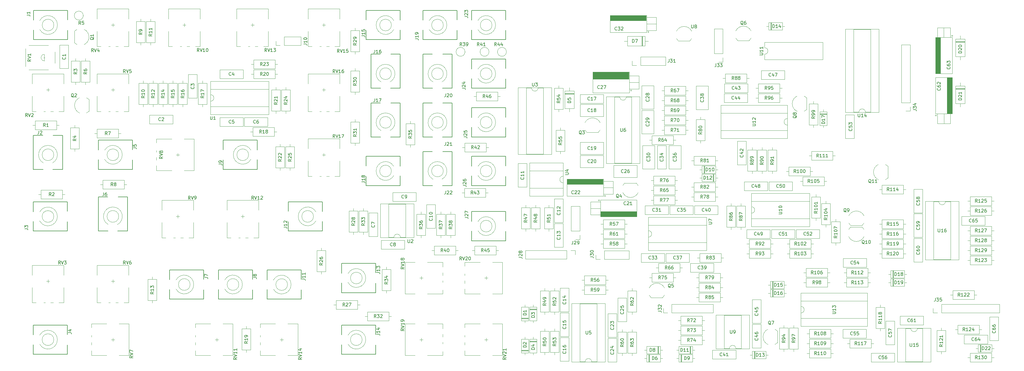
<source format=gto>
%TF.GenerationSoftware,KiCad,Pcbnew,(6.0.6-0)*%
%TF.CreationDate,2023-05-13T23:48:37+01:00*%
%TF.ProjectId,ouroboros,6f75726f-626f-4726-9f73-2e6b69636164,r02*%
%TF.SameCoordinates,Original*%
%TF.FileFunction,Legend,Top*%
%TF.FilePolarity,Positive*%
%FSLAX46Y46*%
G04 Gerber Fmt 4.6, Leading zero omitted, Abs format (unit mm)*
G04 Created by KiCad (PCBNEW (6.0.6-0)) date 2023-05-13 23:48:37*
%MOMM*%
%LPD*%
G01*
G04 APERTURE LIST*
%ADD10C,0.150000*%
%ADD11C,0.120000*%
%ADD12C,0.200000*%
G04 APERTURE END LIST*
D10*
%TO.C,U16*%
X314229904Y-102830380D02*
X314229904Y-103639904D01*
X314277523Y-103735142D01*
X314325142Y-103782761D01*
X314420380Y-103830380D01*
X314610857Y-103830380D01*
X314706095Y-103782761D01*
X314753714Y-103735142D01*
X314801333Y-103639904D01*
X314801333Y-102830380D01*
X315801333Y-103830380D02*
X315229904Y-103830380D01*
X315515619Y-103830380D02*
X315515619Y-102830380D01*
X315420380Y-102973238D01*
X315325142Y-103068476D01*
X315229904Y-103116095D01*
X316658476Y-102830380D02*
X316468000Y-102830380D01*
X316372761Y-102878000D01*
X316325142Y-102925619D01*
X316229904Y-103068476D01*
X316182285Y-103258952D01*
X316182285Y-103639904D01*
X316229904Y-103735142D01*
X316277523Y-103782761D01*
X316372761Y-103830380D01*
X316563238Y-103830380D01*
X316658476Y-103782761D01*
X316706095Y-103735142D01*
X316753714Y-103639904D01*
X316753714Y-103401809D01*
X316706095Y-103306571D01*
X316658476Y-103258952D01*
X316563238Y-103211333D01*
X316372761Y-103211333D01*
X316277523Y-103258952D01*
X316229904Y-103306571D01*
X316182285Y-103401809D01*
%TO.C,C2*%
X74723333Y-69445142D02*
X74675714Y-69492761D01*
X74532857Y-69540380D01*
X74437619Y-69540380D01*
X74294761Y-69492761D01*
X74199523Y-69397523D01*
X74151904Y-69302285D01*
X74104285Y-69111809D01*
X74104285Y-68968952D01*
X74151904Y-68778476D01*
X74199523Y-68683238D01*
X74294761Y-68588000D01*
X74437619Y-68540380D01*
X74532857Y-68540380D01*
X74675714Y-68588000D01*
X74723333Y-68635619D01*
X75104285Y-68635619D02*
X75151904Y-68588000D01*
X75247142Y-68540380D01*
X75485238Y-68540380D01*
X75580476Y-68588000D01*
X75628095Y-68635619D01*
X75675714Y-68730857D01*
X75675714Y-68826095D01*
X75628095Y-68968952D01*
X75056666Y-69540380D01*
X75675714Y-69540380D01*
%TO.C,R33*%
X137612380Y-101226857D02*
X137136190Y-101560190D01*
X137612380Y-101798285D02*
X136612380Y-101798285D01*
X136612380Y-101417333D01*
X136660000Y-101322095D01*
X136707619Y-101274476D01*
X136802857Y-101226857D01*
X136945714Y-101226857D01*
X137040952Y-101274476D01*
X137088571Y-101322095D01*
X137136190Y-101417333D01*
X137136190Y-101798285D01*
X136612380Y-100893523D02*
X136612380Y-100274476D01*
X136993333Y-100607809D01*
X136993333Y-100464952D01*
X137040952Y-100369714D01*
X137088571Y-100322095D01*
X137183809Y-100274476D01*
X137421904Y-100274476D01*
X137517142Y-100322095D01*
X137564761Y-100369714D01*
X137612380Y-100464952D01*
X137612380Y-100750666D01*
X137564761Y-100845904D01*
X137517142Y-100893523D01*
X136612380Y-99941142D02*
X136612380Y-99322095D01*
X136993333Y-99655428D01*
X136993333Y-99512571D01*
X137040952Y-99417333D01*
X137088571Y-99369714D01*
X137183809Y-99322095D01*
X137421904Y-99322095D01*
X137517142Y-99369714D01*
X137564761Y-99417333D01*
X137612380Y-99512571D01*
X137612380Y-99798285D01*
X137564761Y-99893523D01*
X137517142Y-99941142D01*
%TO.C,R7*%
X58253333Y-73858380D02*
X57920000Y-73382190D01*
X57681904Y-73858380D02*
X57681904Y-72858380D01*
X58062857Y-72858380D01*
X58158095Y-72906000D01*
X58205714Y-72953619D01*
X58253333Y-73048857D01*
X58253333Y-73191714D01*
X58205714Y-73286952D01*
X58158095Y-73334571D01*
X58062857Y-73382190D01*
X57681904Y-73382190D01*
X58586666Y-72858380D02*
X59253333Y-72858380D01*
X58824761Y-73858380D01*
%TO.C,U5*%
X205740095Y-134321380D02*
X205740095Y-135130904D01*
X205787714Y-135226142D01*
X205835333Y-135273761D01*
X205930571Y-135321380D01*
X206121047Y-135321380D01*
X206216285Y-135273761D01*
X206263904Y-135226142D01*
X206311523Y-135130904D01*
X206311523Y-134321380D01*
X207263904Y-134321380D02*
X206787714Y-134321380D01*
X206740095Y-134797571D01*
X206787714Y-134749952D01*
X206882952Y-134702333D01*
X207121047Y-134702333D01*
X207216285Y-134749952D01*
X207263904Y-134797571D01*
X207311523Y-134892809D01*
X207311523Y-135130904D01*
X207263904Y-135226142D01*
X207216285Y-135273761D01*
X207121047Y-135321380D01*
X206882952Y-135321380D01*
X206787714Y-135273761D01*
X206740095Y-135226142D01*
%TO.C,R92*%
X258691142Y-107894380D02*
X258357809Y-107418190D01*
X258119714Y-107894380D02*
X258119714Y-106894380D01*
X258500666Y-106894380D01*
X258595904Y-106942000D01*
X258643523Y-106989619D01*
X258691142Y-107084857D01*
X258691142Y-107227714D01*
X258643523Y-107322952D01*
X258595904Y-107370571D01*
X258500666Y-107418190D01*
X258119714Y-107418190D01*
X259167333Y-107894380D02*
X259357809Y-107894380D01*
X259453047Y-107846761D01*
X259500666Y-107799142D01*
X259595904Y-107656285D01*
X259643523Y-107465809D01*
X259643523Y-107084857D01*
X259595904Y-106989619D01*
X259548285Y-106942000D01*
X259453047Y-106894380D01*
X259262571Y-106894380D01*
X259167333Y-106942000D01*
X259119714Y-106989619D01*
X259072095Y-107084857D01*
X259072095Y-107322952D01*
X259119714Y-107418190D01*
X259167333Y-107465809D01*
X259262571Y-107513428D01*
X259453047Y-107513428D01*
X259548285Y-107465809D01*
X259595904Y-107418190D01*
X259643523Y-107322952D01*
X260024476Y-106989619D02*
X260072095Y-106942000D01*
X260167333Y-106894380D01*
X260405428Y-106894380D01*
X260500666Y-106942000D01*
X260548285Y-106989619D01*
X260595904Y-107084857D01*
X260595904Y-107180095D01*
X260548285Y-107322952D01*
X259976857Y-107894380D01*
X260595904Y-107894380D01*
%TO.C,RV2*%
X33694761Y-68270380D02*
X33361428Y-67794190D01*
X33123333Y-68270380D02*
X33123333Y-67270380D01*
X33504285Y-67270380D01*
X33599523Y-67318000D01*
X33647142Y-67365619D01*
X33694761Y-67460857D01*
X33694761Y-67603714D01*
X33647142Y-67698952D01*
X33599523Y-67746571D01*
X33504285Y-67794190D01*
X33123333Y-67794190D01*
X33980476Y-67270380D02*
X34313809Y-68270380D01*
X34647142Y-67270380D01*
X34932857Y-67365619D02*
X34980476Y-67318000D01*
X35075714Y-67270380D01*
X35313809Y-67270380D01*
X35409047Y-67318000D01*
X35456666Y-67365619D01*
X35504285Y-67460857D01*
X35504285Y-67556095D01*
X35456666Y-67698952D01*
X34885238Y-68270380D01*
X35504285Y-68270380D01*
%TO.C,R105*%
X274724952Y-88590380D02*
X274391619Y-88114190D01*
X274153523Y-88590380D02*
X274153523Y-87590380D01*
X274534476Y-87590380D01*
X274629714Y-87638000D01*
X274677333Y-87685619D01*
X274724952Y-87780857D01*
X274724952Y-87923714D01*
X274677333Y-88018952D01*
X274629714Y-88066571D01*
X274534476Y-88114190D01*
X274153523Y-88114190D01*
X275677333Y-88590380D02*
X275105904Y-88590380D01*
X275391619Y-88590380D02*
X275391619Y-87590380D01*
X275296380Y-87733238D01*
X275201142Y-87828476D01*
X275105904Y-87876095D01*
X276296380Y-87590380D02*
X276391619Y-87590380D01*
X276486857Y-87638000D01*
X276534476Y-87685619D01*
X276582095Y-87780857D01*
X276629714Y-87971333D01*
X276629714Y-88209428D01*
X276582095Y-88399904D01*
X276534476Y-88495142D01*
X276486857Y-88542761D01*
X276391619Y-88590380D01*
X276296380Y-88590380D01*
X276201142Y-88542761D01*
X276153523Y-88495142D01*
X276105904Y-88399904D01*
X276058285Y-88209428D01*
X276058285Y-87971333D01*
X276105904Y-87780857D01*
X276153523Y-87685619D01*
X276201142Y-87638000D01*
X276296380Y-87590380D01*
X277534476Y-87590380D02*
X277058285Y-87590380D01*
X277010666Y-88066571D01*
X277058285Y-88018952D01*
X277153523Y-87971333D01*
X277391619Y-87971333D01*
X277486857Y-88018952D01*
X277534476Y-88066571D01*
X277582095Y-88161809D01*
X277582095Y-88399904D01*
X277534476Y-88495142D01*
X277486857Y-88542761D01*
X277391619Y-88590380D01*
X277153523Y-88590380D01*
X277058285Y-88542761D01*
X277010666Y-88495142D01*
%TO.C,RV12*%
X103373571Y-93737380D02*
X103040238Y-93261190D01*
X102802142Y-93737380D02*
X102802142Y-92737380D01*
X103183095Y-92737380D01*
X103278333Y-92785000D01*
X103325952Y-92832619D01*
X103373571Y-92927857D01*
X103373571Y-93070714D01*
X103325952Y-93165952D01*
X103278333Y-93213571D01*
X103183095Y-93261190D01*
X102802142Y-93261190D01*
X103659285Y-92737380D02*
X103992619Y-93737380D01*
X104325952Y-92737380D01*
X105183095Y-93737380D02*
X104611666Y-93737380D01*
X104897380Y-93737380D02*
X104897380Y-92737380D01*
X104802142Y-92880238D01*
X104706904Y-92975476D01*
X104611666Y-93023095D01*
X105564047Y-92832619D02*
X105611666Y-92785000D01*
X105706904Y-92737380D01*
X105945000Y-92737380D01*
X106040238Y-92785000D01*
X106087857Y-92832619D01*
X106135476Y-92927857D01*
X106135476Y-93023095D01*
X106087857Y-93165952D01*
X105516428Y-93737380D01*
X106135476Y-93737380D01*
%TO.C,R55*%
X198318380Y-76334857D02*
X197842190Y-76668190D01*
X198318380Y-76906285D02*
X197318380Y-76906285D01*
X197318380Y-76525333D01*
X197366000Y-76430095D01*
X197413619Y-76382476D01*
X197508857Y-76334857D01*
X197651714Y-76334857D01*
X197746952Y-76382476D01*
X197794571Y-76430095D01*
X197842190Y-76525333D01*
X197842190Y-76906285D01*
X197318380Y-75430095D02*
X197318380Y-75906285D01*
X197794571Y-75953904D01*
X197746952Y-75906285D01*
X197699333Y-75811047D01*
X197699333Y-75572952D01*
X197746952Y-75477714D01*
X197794571Y-75430095D01*
X197889809Y-75382476D01*
X198127904Y-75382476D01*
X198223142Y-75430095D01*
X198270761Y-75477714D01*
X198318380Y-75572952D01*
X198318380Y-75811047D01*
X198270761Y-75906285D01*
X198223142Y-75953904D01*
X197318380Y-74477714D02*
X197318380Y-74953904D01*
X197794571Y-75001523D01*
X197746952Y-74953904D01*
X197699333Y-74858666D01*
X197699333Y-74620571D01*
X197746952Y-74525333D01*
X197794571Y-74477714D01*
X197889809Y-74430095D01*
X198127904Y-74430095D01*
X198223142Y-74477714D01*
X198270761Y-74525333D01*
X198318380Y-74620571D01*
X198318380Y-74858666D01*
X198270761Y-74953904D01*
X198223142Y-75001523D01*
%TO.C,R45*%
X174109142Y-109926380D02*
X173775809Y-109450190D01*
X173537714Y-109926380D02*
X173537714Y-108926380D01*
X173918666Y-108926380D01*
X174013904Y-108974000D01*
X174061523Y-109021619D01*
X174109142Y-109116857D01*
X174109142Y-109259714D01*
X174061523Y-109354952D01*
X174013904Y-109402571D01*
X173918666Y-109450190D01*
X173537714Y-109450190D01*
X174966285Y-109259714D02*
X174966285Y-109926380D01*
X174728190Y-108878761D02*
X174490095Y-109593047D01*
X175109142Y-109593047D01*
X175966285Y-108926380D02*
X175490095Y-108926380D01*
X175442476Y-109402571D01*
X175490095Y-109354952D01*
X175585333Y-109307333D01*
X175823428Y-109307333D01*
X175918666Y-109354952D01*
X175966285Y-109402571D01*
X176013904Y-109497809D01*
X176013904Y-109735904D01*
X175966285Y-109831142D01*
X175918666Y-109878761D01*
X175823428Y-109926380D01*
X175585333Y-109926380D01*
X175490095Y-109878761D01*
X175442476Y-109831142D01*
%TO.C,R89*%
X257373380Y-82430857D02*
X256897190Y-82764190D01*
X257373380Y-83002285D02*
X256373380Y-83002285D01*
X256373380Y-82621333D01*
X256421000Y-82526095D01*
X256468619Y-82478476D01*
X256563857Y-82430857D01*
X256706714Y-82430857D01*
X256801952Y-82478476D01*
X256849571Y-82526095D01*
X256897190Y-82621333D01*
X256897190Y-83002285D01*
X256801952Y-81859428D02*
X256754333Y-81954666D01*
X256706714Y-82002285D01*
X256611476Y-82049904D01*
X256563857Y-82049904D01*
X256468619Y-82002285D01*
X256421000Y-81954666D01*
X256373380Y-81859428D01*
X256373380Y-81668952D01*
X256421000Y-81573714D01*
X256468619Y-81526095D01*
X256563857Y-81478476D01*
X256611476Y-81478476D01*
X256706714Y-81526095D01*
X256754333Y-81573714D01*
X256801952Y-81668952D01*
X256801952Y-81859428D01*
X256849571Y-81954666D01*
X256897190Y-82002285D01*
X256992428Y-82049904D01*
X257182904Y-82049904D01*
X257278142Y-82002285D01*
X257325761Y-81954666D01*
X257373380Y-81859428D01*
X257373380Y-81668952D01*
X257325761Y-81573714D01*
X257278142Y-81526095D01*
X257182904Y-81478476D01*
X256992428Y-81478476D01*
X256897190Y-81526095D01*
X256849571Y-81573714D01*
X256801952Y-81668952D01*
X257373380Y-81002285D02*
X257373380Y-80811809D01*
X257325761Y-80716571D01*
X257278142Y-80668952D01*
X257135285Y-80573714D01*
X256944809Y-80526095D01*
X256563857Y-80526095D01*
X256468619Y-80573714D01*
X256421000Y-80621333D01*
X256373380Y-80716571D01*
X256373380Y-80907047D01*
X256421000Y-81002285D01*
X256468619Y-81049904D01*
X256563857Y-81097523D01*
X256801952Y-81097523D01*
X256897190Y-81049904D01*
X256944809Y-81002285D01*
X256992428Y-80907047D01*
X256992428Y-80716571D01*
X256944809Y-80621333D01*
X256897190Y-80573714D01*
X256801952Y-80526095D01*
%TO.C,R129*%
X326286952Y-109926380D02*
X325953619Y-109450190D01*
X325715523Y-109926380D02*
X325715523Y-108926380D01*
X326096476Y-108926380D01*
X326191714Y-108974000D01*
X326239333Y-109021619D01*
X326286952Y-109116857D01*
X326286952Y-109259714D01*
X326239333Y-109354952D01*
X326191714Y-109402571D01*
X326096476Y-109450190D01*
X325715523Y-109450190D01*
X327239333Y-109926380D02*
X326667904Y-109926380D01*
X326953619Y-109926380D02*
X326953619Y-108926380D01*
X326858380Y-109069238D01*
X326763142Y-109164476D01*
X326667904Y-109212095D01*
X327620285Y-109021619D02*
X327667904Y-108974000D01*
X327763142Y-108926380D01*
X328001238Y-108926380D01*
X328096476Y-108974000D01*
X328144095Y-109021619D01*
X328191714Y-109116857D01*
X328191714Y-109212095D01*
X328144095Y-109354952D01*
X327572666Y-109926380D01*
X328191714Y-109926380D01*
X328667904Y-109926380D02*
X328858380Y-109926380D01*
X328953619Y-109878761D01*
X329001238Y-109831142D01*
X329096476Y-109688285D01*
X329144095Y-109497809D01*
X329144095Y-109116857D01*
X329096476Y-109021619D01*
X329048857Y-108974000D01*
X328953619Y-108926380D01*
X328763142Y-108926380D01*
X328667904Y-108974000D01*
X328620285Y-109021619D01*
X328572666Y-109116857D01*
X328572666Y-109354952D01*
X328620285Y-109450190D01*
X328667904Y-109497809D01*
X328763142Y-109545428D01*
X328953619Y-109545428D01*
X329048857Y-109497809D01*
X329096476Y-109450190D01*
X329144095Y-109354952D01*
%TO.C,D21*%
X321508380Y-63114085D02*
X320508380Y-63114085D01*
X320508380Y-62875990D01*
X320556000Y-62733133D01*
X320651238Y-62637895D01*
X320746476Y-62590276D01*
X320936952Y-62542657D01*
X321079809Y-62542657D01*
X321270285Y-62590276D01*
X321365523Y-62637895D01*
X321460761Y-62733133D01*
X321508380Y-62875990D01*
X321508380Y-63114085D01*
X320603619Y-62161704D02*
X320556000Y-62114085D01*
X320508380Y-62018847D01*
X320508380Y-61780752D01*
X320556000Y-61685514D01*
X320603619Y-61637895D01*
X320698857Y-61590276D01*
X320794095Y-61590276D01*
X320936952Y-61637895D01*
X321508380Y-62209323D01*
X321508380Y-61590276D01*
X321508380Y-60637895D02*
X321508380Y-61209323D01*
X321508380Y-60923609D02*
X320508380Y-60923609D01*
X320651238Y-61018847D01*
X320746476Y-61114085D01*
X320794095Y-61209323D01*
%TO.C,J7*%
X88252380Y-117833333D02*
X88966666Y-117833333D01*
X89109523Y-117880952D01*
X89204761Y-117976190D01*
X89252380Y-118119047D01*
X89252380Y-118214285D01*
X88252380Y-117452380D02*
X88252380Y-116785714D01*
X89252380Y-117214285D01*
%TO.C,C51*%
X265843142Y-104751142D02*
X265795523Y-104798761D01*
X265652666Y-104846380D01*
X265557428Y-104846380D01*
X265414571Y-104798761D01*
X265319333Y-104703523D01*
X265271714Y-104608285D01*
X265224095Y-104417809D01*
X265224095Y-104274952D01*
X265271714Y-104084476D01*
X265319333Y-103989238D01*
X265414571Y-103894000D01*
X265557428Y-103846380D01*
X265652666Y-103846380D01*
X265795523Y-103894000D01*
X265843142Y-103941619D01*
X266747904Y-103846380D02*
X266271714Y-103846380D01*
X266224095Y-104322571D01*
X266271714Y-104274952D01*
X266366952Y-104227333D01*
X266605047Y-104227333D01*
X266700285Y-104274952D01*
X266747904Y-104322571D01*
X266795523Y-104417809D01*
X266795523Y-104655904D01*
X266747904Y-104751142D01*
X266700285Y-104798761D01*
X266605047Y-104846380D01*
X266366952Y-104846380D01*
X266271714Y-104798761D01*
X266224095Y-104751142D01*
X267747904Y-104846380D02*
X267176476Y-104846380D01*
X267462190Y-104846380D02*
X267462190Y-103846380D01*
X267366952Y-103989238D01*
X267271714Y-104084476D01*
X267176476Y-104132095D01*
%TO.C,D14*%
X263301314Y-40838380D02*
X263301314Y-39838380D01*
X263539409Y-39838380D01*
X263682266Y-39886000D01*
X263777504Y-39981238D01*
X263825123Y-40076476D01*
X263872742Y-40266952D01*
X263872742Y-40409809D01*
X263825123Y-40600285D01*
X263777504Y-40695523D01*
X263682266Y-40790761D01*
X263539409Y-40838380D01*
X263301314Y-40838380D01*
X264825123Y-40838380D02*
X264253695Y-40838380D01*
X264539409Y-40838380D02*
X264539409Y-39838380D01*
X264444171Y-39981238D01*
X264348933Y-40076476D01*
X264253695Y-40124095D01*
X265682266Y-40171714D02*
X265682266Y-40838380D01*
X265444171Y-39790761D02*
X265206076Y-40505047D01*
X265825123Y-40505047D01*
%TO.C,RV8*%
X75362380Y-80605238D02*
X74886190Y-80938571D01*
X75362380Y-81176666D02*
X74362380Y-81176666D01*
X74362380Y-80795714D01*
X74410000Y-80700476D01*
X74457619Y-80652857D01*
X74552857Y-80605238D01*
X74695714Y-80605238D01*
X74790952Y-80652857D01*
X74838571Y-80700476D01*
X74886190Y-80795714D01*
X74886190Y-81176666D01*
X74362380Y-80319523D02*
X75362380Y-79986190D01*
X74362380Y-79652857D01*
X74790952Y-79176666D02*
X74743333Y-79271904D01*
X74695714Y-79319523D01*
X74600476Y-79367142D01*
X74552857Y-79367142D01*
X74457619Y-79319523D01*
X74410000Y-79271904D01*
X74362380Y-79176666D01*
X74362380Y-78986190D01*
X74410000Y-78890952D01*
X74457619Y-78843333D01*
X74552857Y-78795714D01*
X74600476Y-78795714D01*
X74695714Y-78843333D01*
X74743333Y-78890952D01*
X74790952Y-78986190D01*
X74790952Y-79176666D01*
X74838571Y-79271904D01*
X74886190Y-79319523D01*
X74981428Y-79367142D01*
X75171904Y-79367142D01*
X75267142Y-79319523D01*
X75314761Y-79271904D01*
X75362380Y-79176666D01*
X75362380Y-78986190D01*
X75314761Y-78890952D01*
X75267142Y-78843333D01*
X75171904Y-78795714D01*
X74981428Y-78795714D01*
X74886190Y-78843333D01*
X74838571Y-78890952D01*
X74790952Y-78986190D01*
%TO.C,U13*%
X281656380Y-129000095D02*
X282465904Y-129000095D01*
X282561142Y-128952476D01*
X282608761Y-128904857D01*
X282656380Y-128809619D01*
X282656380Y-128619142D01*
X282608761Y-128523904D01*
X282561142Y-128476285D01*
X282465904Y-128428666D01*
X281656380Y-128428666D01*
X282656380Y-127428666D02*
X282656380Y-128000095D01*
X282656380Y-127714380D02*
X281656380Y-127714380D01*
X281799238Y-127809619D01*
X281894476Y-127904857D01*
X281942095Y-128000095D01*
X281656380Y-127095333D02*
X281656380Y-126476285D01*
X282037333Y-126809619D01*
X282037333Y-126666761D01*
X282084952Y-126571523D01*
X282132571Y-126523904D01*
X282227809Y-126476285D01*
X282465904Y-126476285D01*
X282561142Y-126523904D01*
X282608761Y-126571523D01*
X282656380Y-126666761D01*
X282656380Y-126952476D01*
X282608761Y-127047714D01*
X282561142Y-127095333D01*
%TO.C,C62*%
X314875642Y-59488857D02*
X314923261Y-59536476D01*
X314970880Y-59679333D01*
X314970880Y-59774571D01*
X314923261Y-59917428D01*
X314828023Y-60012666D01*
X314732785Y-60060285D01*
X314542309Y-60107904D01*
X314399452Y-60107904D01*
X314208976Y-60060285D01*
X314113738Y-60012666D01*
X314018500Y-59917428D01*
X313970880Y-59774571D01*
X313970880Y-59679333D01*
X314018500Y-59536476D01*
X314066119Y-59488857D01*
X313970880Y-58631714D02*
X313970880Y-58822190D01*
X314018500Y-58917428D01*
X314066119Y-58965047D01*
X314208976Y-59060285D01*
X314399452Y-59107904D01*
X314780404Y-59107904D01*
X314875642Y-59060285D01*
X314923261Y-59012666D01*
X314970880Y-58917428D01*
X314970880Y-58726952D01*
X314923261Y-58631714D01*
X314875642Y-58584095D01*
X314780404Y-58536476D01*
X314542309Y-58536476D01*
X314447071Y-58584095D01*
X314399452Y-58631714D01*
X314351833Y-58726952D01*
X314351833Y-58917428D01*
X314399452Y-59012666D01*
X314447071Y-59060285D01*
X314542309Y-59107904D01*
X314066119Y-58155523D02*
X314018500Y-58107904D01*
X313970880Y-58012666D01*
X313970880Y-57774571D01*
X314018500Y-57679333D01*
X314066119Y-57631714D01*
X314161357Y-57584095D01*
X314256595Y-57584095D01*
X314399452Y-57631714D01*
X314970880Y-58203142D01*
X314970880Y-57584095D01*
%TO.C,R1*%
X39203333Y-71318380D02*
X38870000Y-70842190D01*
X38631904Y-71318380D02*
X38631904Y-70318380D01*
X39012857Y-70318380D01*
X39108095Y-70366000D01*
X39155714Y-70413619D01*
X39203333Y-70508857D01*
X39203333Y-70651714D01*
X39155714Y-70746952D01*
X39108095Y-70794571D01*
X39012857Y-70842190D01*
X38631904Y-70842190D01*
X40155714Y-71318380D02*
X39584285Y-71318380D01*
X39870000Y-71318380D02*
X39870000Y-70318380D01*
X39774761Y-70461238D01*
X39679523Y-70556476D01*
X39584285Y-70604095D01*
%TO.C,R118*%
X296870380Y-131421047D02*
X296394190Y-131754380D01*
X296870380Y-131992476D02*
X295870380Y-131992476D01*
X295870380Y-131611523D01*
X295918000Y-131516285D01*
X295965619Y-131468666D01*
X296060857Y-131421047D01*
X296203714Y-131421047D01*
X296298952Y-131468666D01*
X296346571Y-131516285D01*
X296394190Y-131611523D01*
X296394190Y-131992476D01*
X296870380Y-130468666D02*
X296870380Y-131040095D01*
X296870380Y-130754380D02*
X295870380Y-130754380D01*
X296013238Y-130849619D01*
X296108476Y-130944857D01*
X296156095Y-131040095D01*
X296870380Y-129516285D02*
X296870380Y-130087714D01*
X296870380Y-129802000D02*
X295870380Y-129802000D01*
X296013238Y-129897238D01*
X296108476Y-129992476D01*
X296156095Y-130087714D01*
X296298952Y-128944857D02*
X296251333Y-129040095D01*
X296203714Y-129087714D01*
X296108476Y-129135333D01*
X296060857Y-129135333D01*
X295965619Y-129087714D01*
X295918000Y-129040095D01*
X295870380Y-128944857D01*
X295870380Y-128754380D01*
X295918000Y-128659142D01*
X295965619Y-128611523D01*
X296060857Y-128563904D01*
X296108476Y-128563904D01*
X296203714Y-128611523D01*
X296251333Y-128659142D01*
X296298952Y-128754380D01*
X296298952Y-128944857D01*
X296346571Y-129040095D01*
X296394190Y-129087714D01*
X296489428Y-129135333D01*
X296679904Y-129135333D01*
X296775142Y-129087714D01*
X296822761Y-129040095D01*
X296870380Y-128944857D01*
X296870380Y-128754380D01*
X296822761Y-128659142D01*
X296775142Y-128611523D01*
X296679904Y-128563904D01*
X296489428Y-128563904D01*
X296394190Y-128611523D01*
X296346571Y-128659142D01*
X296298952Y-128754380D01*
%TO.C,R74*%
X237609142Y-137612380D02*
X237275809Y-137136190D01*
X237037714Y-137612380D02*
X237037714Y-136612380D01*
X237418666Y-136612380D01*
X237513904Y-136660000D01*
X237561523Y-136707619D01*
X237609142Y-136802857D01*
X237609142Y-136945714D01*
X237561523Y-137040952D01*
X237513904Y-137088571D01*
X237418666Y-137136190D01*
X237037714Y-137136190D01*
X237942476Y-136612380D02*
X238609142Y-136612380D01*
X238180571Y-137612380D01*
X239418666Y-136945714D02*
X239418666Y-137612380D01*
X239180571Y-136564761D02*
X238942476Y-137279047D01*
X239561523Y-137279047D01*
%TO.C,R28*%
X134564380Y-101226857D02*
X134088190Y-101560190D01*
X134564380Y-101798285D02*
X133564380Y-101798285D01*
X133564380Y-101417333D01*
X133612000Y-101322095D01*
X133659619Y-101274476D01*
X133754857Y-101226857D01*
X133897714Y-101226857D01*
X133992952Y-101274476D01*
X134040571Y-101322095D01*
X134088190Y-101417333D01*
X134088190Y-101798285D01*
X133659619Y-100845904D02*
X133612000Y-100798285D01*
X133564380Y-100703047D01*
X133564380Y-100464952D01*
X133612000Y-100369714D01*
X133659619Y-100322095D01*
X133754857Y-100274476D01*
X133850095Y-100274476D01*
X133992952Y-100322095D01*
X134564380Y-100893523D01*
X134564380Y-100274476D01*
X133992952Y-99703047D02*
X133945333Y-99798285D01*
X133897714Y-99845904D01*
X133802476Y-99893523D01*
X133754857Y-99893523D01*
X133659619Y-99845904D01*
X133612000Y-99798285D01*
X133564380Y-99703047D01*
X133564380Y-99512571D01*
X133612000Y-99417333D01*
X133659619Y-99369714D01*
X133754857Y-99322095D01*
X133802476Y-99322095D01*
X133897714Y-99369714D01*
X133945333Y-99417333D01*
X133992952Y-99512571D01*
X133992952Y-99703047D01*
X134040571Y-99798285D01*
X134088190Y-99845904D01*
X134183428Y-99893523D01*
X134373904Y-99893523D01*
X134469142Y-99845904D01*
X134516761Y-99798285D01*
X134564380Y-99703047D01*
X134564380Y-99512571D01*
X134516761Y-99417333D01*
X134469142Y-99369714D01*
X134373904Y-99322095D01*
X134183428Y-99322095D01*
X134088190Y-99369714D01*
X134040571Y-99417333D01*
X133992952Y-99512571D01*
%TO.C,R17*%
X88082380Y-61856857D02*
X87606190Y-62190190D01*
X88082380Y-62428285D02*
X87082380Y-62428285D01*
X87082380Y-62047333D01*
X87130000Y-61952095D01*
X87177619Y-61904476D01*
X87272857Y-61856857D01*
X87415714Y-61856857D01*
X87510952Y-61904476D01*
X87558571Y-61952095D01*
X87606190Y-62047333D01*
X87606190Y-62428285D01*
X88082380Y-60904476D02*
X88082380Y-61475904D01*
X88082380Y-61190190D02*
X87082380Y-61190190D01*
X87225238Y-61285428D01*
X87320476Y-61380666D01*
X87368095Y-61475904D01*
X87082380Y-60571142D02*
X87082380Y-59904476D01*
X88082380Y-60333047D01*
%TO.C,R37*%
X161488380Y-102242857D02*
X161012190Y-102576190D01*
X161488380Y-102814285D02*
X160488380Y-102814285D01*
X160488380Y-102433333D01*
X160536000Y-102338095D01*
X160583619Y-102290476D01*
X160678857Y-102242857D01*
X160821714Y-102242857D01*
X160916952Y-102290476D01*
X160964571Y-102338095D01*
X161012190Y-102433333D01*
X161012190Y-102814285D01*
X160488380Y-101909523D02*
X160488380Y-101290476D01*
X160869333Y-101623809D01*
X160869333Y-101480952D01*
X160916952Y-101385714D01*
X160964571Y-101338095D01*
X161059809Y-101290476D01*
X161297904Y-101290476D01*
X161393142Y-101338095D01*
X161440761Y-101385714D01*
X161488380Y-101480952D01*
X161488380Y-101766666D01*
X161440761Y-101861904D01*
X161393142Y-101909523D01*
X160488380Y-100957142D02*
X160488380Y-100290476D01*
X161488380Y-100719047D01*
%TO.C,R69*%
X232519142Y-66756380D02*
X232185809Y-66280190D01*
X231947714Y-66756380D02*
X231947714Y-65756380D01*
X232328666Y-65756380D01*
X232423904Y-65804000D01*
X232471523Y-65851619D01*
X232519142Y-65946857D01*
X232519142Y-66089714D01*
X232471523Y-66184952D01*
X232423904Y-66232571D01*
X232328666Y-66280190D01*
X231947714Y-66280190D01*
X233376285Y-65756380D02*
X233185809Y-65756380D01*
X233090571Y-65804000D01*
X233042952Y-65851619D01*
X232947714Y-65994476D01*
X232900095Y-66184952D01*
X232900095Y-66565904D01*
X232947714Y-66661142D01*
X232995333Y-66708761D01*
X233090571Y-66756380D01*
X233281047Y-66756380D01*
X233376285Y-66708761D01*
X233423904Y-66661142D01*
X233471523Y-66565904D01*
X233471523Y-66327809D01*
X233423904Y-66232571D01*
X233376285Y-66184952D01*
X233281047Y-66137333D01*
X233090571Y-66137333D01*
X232995333Y-66184952D01*
X232947714Y-66232571D01*
X232900095Y-66327809D01*
X233947714Y-66756380D02*
X234138190Y-66756380D01*
X234233428Y-66708761D01*
X234281047Y-66661142D01*
X234376285Y-66518285D01*
X234423904Y-66327809D01*
X234423904Y-65946857D01*
X234376285Y-65851619D01*
X234328666Y-65804000D01*
X234233428Y-65756380D01*
X234042952Y-65756380D01*
X233947714Y-65804000D01*
X233900095Y-65851619D01*
X233852476Y-65946857D01*
X233852476Y-66184952D01*
X233900095Y-66280190D01*
X233947714Y-66327809D01*
X234042952Y-66375428D01*
X234233428Y-66375428D01*
X234328666Y-66327809D01*
X234376285Y-66280190D01*
X234423904Y-66184952D01*
%TO.C,J31*%
X231346476Y-50506380D02*
X231346476Y-51220666D01*
X231298857Y-51363523D01*
X231203619Y-51458761D01*
X231060761Y-51506380D01*
X230965523Y-51506380D01*
X231727428Y-50506380D02*
X232346476Y-50506380D01*
X232013142Y-50887333D01*
X232156000Y-50887333D01*
X232251238Y-50934952D01*
X232298857Y-50982571D01*
X232346476Y-51077809D01*
X232346476Y-51315904D01*
X232298857Y-51411142D01*
X232251238Y-51458761D01*
X232156000Y-51506380D01*
X231870285Y-51506380D01*
X231775047Y-51458761D01*
X231727428Y-51411142D01*
X233298857Y-51506380D02*
X232727428Y-51506380D01*
X233013142Y-51506380D02*
X233013142Y-50506380D01*
X232917904Y-50649238D01*
X232822666Y-50744476D01*
X232727428Y-50792095D01*
%TO.C,Q7*%
X262688761Y-132373619D02*
X262593523Y-132326000D01*
X262498285Y-132230761D01*
X262355428Y-132087904D01*
X262260190Y-132040285D01*
X262164952Y-132040285D01*
X262212571Y-132278380D02*
X262117333Y-132230761D01*
X262022095Y-132135523D01*
X261974476Y-131945047D01*
X261974476Y-131611714D01*
X262022095Y-131421238D01*
X262117333Y-131326000D01*
X262212571Y-131278380D01*
X262403047Y-131278380D01*
X262498285Y-131326000D01*
X262593523Y-131421238D01*
X262641142Y-131611714D01*
X262641142Y-131945047D01*
X262593523Y-132135523D01*
X262498285Y-132230761D01*
X262403047Y-132278380D01*
X262212571Y-132278380D01*
X262974476Y-131278380D02*
X263641142Y-131278380D01*
X263212571Y-132278380D01*
%TO.C,R59*%
X207891142Y-122118380D02*
X207557809Y-121642190D01*
X207319714Y-122118380D02*
X207319714Y-121118380D01*
X207700666Y-121118380D01*
X207795904Y-121166000D01*
X207843523Y-121213619D01*
X207891142Y-121308857D01*
X207891142Y-121451714D01*
X207843523Y-121546952D01*
X207795904Y-121594571D01*
X207700666Y-121642190D01*
X207319714Y-121642190D01*
X208795904Y-121118380D02*
X208319714Y-121118380D01*
X208272095Y-121594571D01*
X208319714Y-121546952D01*
X208414952Y-121499333D01*
X208653047Y-121499333D01*
X208748285Y-121546952D01*
X208795904Y-121594571D01*
X208843523Y-121689809D01*
X208843523Y-121927904D01*
X208795904Y-122023142D01*
X208748285Y-122070761D01*
X208653047Y-122118380D01*
X208414952Y-122118380D01*
X208319714Y-122070761D01*
X208272095Y-122023142D01*
X209319714Y-122118380D02*
X209510190Y-122118380D01*
X209605428Y-122070761D01*
X209653047Y-122023142D01*
X209748285Y-121880285D01*
X209795904Y-121689809D01*
X209795904Y-121308857D01*
X209748285Y-121213619D01*
X209700666Y-121166000D01*
X209605428Y-121118380D01*
X209414952Y-121118380D01*
X209319714Y-121166000D01*
X209272095Y-121213619D01*
X209224476Y-121308857D01*
X209224476Y-121546952D01*
X209272095Y-121642190D01*
X209319714Y-121689809D01*
X209414952Y-121737428D01*
X209605428Y-121737428D01*
X209700666Y-121689809D01*
X209748285Y-121642190D01*
X209795904Y-121546952D01*
%TO.C,R82*%
X241673142Y-90368380D02*
X241339809Y-89892190D01*
X241101714Y-90368380D02*
X241101714Y-89368380D01*
X241482666Y-89368380D01*
X241577904Y-89416000D01*
X241625523Y-89463619D01*
X241673142Y-89558857D01*
X241673142Y-89701714D01*
X241625523Y-89796952D01*
X241577904Y-89844571D01*
X241482666Y-89892190D01*
X241101714Y-89892190D01*
X242244571Y-89796952D02*
X242149333Y-89749333D01*
X242101714Y-89701714D01*
X242054095Y-89606476D01*
X242054095Y-89558857D01*
X242101714Y-89463619D01*
X242149333Y-89416000D01*
X242244571Y-89368380D01*
X242435047Y-89368380D01*
X242530285Y-89416000D01*
X242577904Y-89463619D01*
X242625523Y-89558857D01*
X242625523Y-89606476D01*
X242577904Y-89701714D01*
X242530285Y-89749333D01*
X242435047Y-89796952D01*
X242244571Y-89796952D01*
X242149333Y-89844571D01*
X242101714Y-89892190D01*
X242054095Y-89987428D01*
X242054095Y-90177904D01*
X242101714Y-90273142D01*
X242149333Y-90320761D01*
X242244571Y-90368380D01*
X242435047Y-90368380D01*
X242530285Y-90320761D01*
X242577904Y-90273142D01*
X242625523Y-90177904D01*
X242625523Y-89987428D01*
X242577904Y-89892190D01*
X242530285Y-89844571D01*
X242435047Y-89796952D01*
X243006476Y-89463619D02*
X243054095Y-89416000D01*
X243149333Y-89368380D01*
X243387428Y-89368380D01*
X243482666Y-89416000D01*
X243530285Y-89463619D01*
X243577904Y-89558857D01*
X243577904Y-89654095D01*
X243530285Y-89796952D01*
X242958857Y-90368380D01*
X243577904Y-90368380D01*
%TO.C,C19*%
X206915142Y-78335142D02*
X206867523Y-78382761D01*
X206724666Y-78430380D01*
X206629428Y-78430380D01*
X206486571Y-78382761D01*
X206391333Y-78287523D01*
X206343714Y-78192285D01*
X206296095Y-78001809D01*
X206296095Y-77858952D01*
X206343714Y-77668476D01*
X206391333Y-77573238D01*
X206486571Y-77478000D01*
X206629428Y-77430380D01*
X206724666Y-77430380D01*
X206867523Y-77478000D01*
X206915142Y-77525619D01*
X207867523Y-78430380D02*
X207296095Y-78430380D01*
X207581809Y-78430380D02*
X207581809Y-77430380D01*
X207486571Y-77573238D01*
X207391333Y-77668476D01*
X207296095Y-77716095D01*
X208343714Y-78430380D02*
X208534190Y-78430380D01*
X208629428Y-78382761D01*
X208677047Y-78335142D01*
X208772285Y-78192285D01*
X208819904Y-78001809D01*
X208819904Y-77620857D01*
X208772285Y-77525619D01*
X208724666Y-77478000D01*
X208629428Y-77430380D01*
X208438952Y-77430380D01*
X208343714Y-77478000D01*
X208296095Y-77525619D01*
X208248476Y-77620857D01*
X208248476Y-77858952D01*
X208296095Y-77954190D01*
X208343714Y-78001809D01*
X208438952Y-78049428D01*
X208629428Y-78049428D01*
X208724666Y-78001809D01*
X208772285Y-77954190D01*
X208819904Y-77858952D01*
%TO.C,D15*%
X263809314Y-120594380D02*
X263809314Y-119594380D01*
X264047409Y-119594380D01*
X264190266Y-119642000D01*
X264285504Y-119737238D01*
X264333123Y-119832476D01*
X264380742Y-120022952D01*
X264380742Y-120165809D01*
X264333123Y-120356285D01*
X264285504Y-120451523D01*
X264190266Y-120546761D01*
X264047409Y-120594380D01*
X263809314Y-120594380D01*
X265333123Y-120594380D02*
X264761695Y-120594380D01*
X265047409Y-120594380D02*
X265047409Y-119594380D01*
X264952171Y-119737238D01*
X264856933Y-119832476D01*
X264761695Y-119880095D01*
X266237885Y-119594380D02*
X265761695Y-119594380D01*
X265714076Y-120070571D01*
X265761695Y-120022952D01*
X265856933Y-119975333D01*
X266095028Y-119975333D01*
X266190266Y-120022952D01*
X266237885Y-120070571D01*
X266285504Y-120165809D01*
X266285504Y-120403904D01*
X266237885Y-120499142D01*
X266190266Y-120546761D01*
X266095028Y-120594380D01*
X265856933Y-120594380D01*
X265761695Y-120546761D01*
X265714076Y-120499142D01*
%TO.C,U8*%
X238252095Y-39944380D02*
X238252095Y-40753904D01*
X238299714Y-40849142D01*
X238347333Y-40896761D01*
X238442571Y-40944380D01*
X238633047Y-40944380D01*
X238728285Y-40896761D01*
X238775904Y-40849142D01*
X238823523Y-40753904D01*
X238823523Y-39944380D01*
X239442571Y-40372952D02*
X239347333Y-40325333D01*
X239299714Y-40277714D01*
X239252095Y-40182476D01*
X239252095Y-40134857D01*
X239299714Y-40039619D01*
X239347333Y-39992000D01*
X239442571Y-39944380D01*
X239633047Y-39944380D01*
X239728285Y-39992000D01*
X239775904Y-40039619D01*
X239823523Y-40134857D01*
X239823523Y-40182476D01*
X239775904Y-40277714D01*
X239728285Y-40325333D01*
X239633047Y-40372952D01*
X239442571Y-40372952D01*
X239347333Y-40420571D01*
X239299714Y-40468190D01*
X239252095Y-40563428D01*
X239252095Y-40753904D01*
X239299714Y-40849142D01*
X239347333Y-40896761D01*
X239442571Y-40944380D01*
X239633047Y-40944380D01*
X239728285Y-40896761D01*
X239775904Y-40849142D01*
X239823523Y-40753904D01*
X239823523Y-40563428D01*
X239775904Y-40468190D01*
X239728285Y-40420571D01*
X239633047Y-40372952D01*
%TO.C,C24*%
X214225142Y-140890857D02*
X214272761Y-140938476D01*
X214320380Y-141081333D01*
X214320380Y-141176571D01*
X214272761Y-141319428D01*
X214177523Y-141414666D01*
X214082285Y-141462285D01*
X213891809Y-141509904D01*
X213748952Y-141509904D01*
X213558476Y-141462285D01*
X213463238Y-141414666D01*
X213368000Y-141319428D01*
X213320380Y-141176571D01*
X213320380Y-141081333D01*
X213368000Y-140938476D01*
X213415619Y-140890857D01*
X213415619Y-140509904D02*
X213368000Y-140462285D01*
X213320380Y-140367047D01*
X213320380Y-140128952D01*
X213368000Y-140033714D01*
X213415619Y-139986095D01*
X213510857Y-139938476D01*
X213606095Y-139938476D01*
X213748952Y-139986095D01*
X214320380Y-140557523D01*
X214320380Y-139938476D01*
X213653714Y-139081333D02*
X214320380Y-139081333D01*
X213272761Y-139319428D02*
X213987047Y-139557523D01*
X213987047Y-138938476D01*
%TO.C,R36*%
X155392380Y-102242857D02*
X154916190Y-102576190D01*
X155392380Y-102814285D02*
X154392380Y-102814285D01*
X154392380Y-102433333D01*
X154440000Y-102338095D01*
X154487619Y-102290476D01*
X154582857Y-102242857D01*
X154725714Y-102242857D01*
X154820952Y-102290476D01*
X154868571Y-102338095D01*
X154916190Y-102433333D01*
X154916190Y-102814285D01*
X154392380Y-101909523D02*
X154392380Y-101290476D01*
X154773333Y-101623809D01*
X154773333Y-101480952D01*
X154820952Y-101385714D01*
X154868571Y-101338095D01*
X154963809Y-101290476D01*
X155201904Y-101290476D01*
X155297142Y-101338095D01*
X155344761Y-101385714D01*
X155392380Y-101480952D01*
X155392380Y-101766666D01*
X155344761Y-101861904D01*
X155297142Y-101909523D01*
X154392380Y-100433333D02*
X154392380Y-100623809D01*
X154440000Y-100719047D01*
X154487619Y-100766666D01*
X154630476Y-100861904D01*
X154820952Y-100909523D01*
X155201904Y-100909523D01*
X155297142Y-100861904D01*
X155344761Y-100814285D01*
X155392380Y-100719047D01*
X155392380Y-100528571D01*
X155344761Y-100433333D01*
X155297142Y-100385714D01*
X155201904Y-100338095D01*
X154963809Y-100338095D01*
X154868571Y-100385714D01*
X154820952Y-100433333D01*
X154773333Y-100528571D01*
X154773333Y-100719047D01*
X154820952Y-100814285D01*
X154868571Y-100861904D01*
X154963809Y-100909523D01*
%TO.C,U6*%
X216408095Y-71842380D02*
X216408095Y-72651904D01*
X216455714Y-72747142D01*
X216503333Y-72794761D01*
X216598571Y-72842380D01*
X216789047Y-72842380D01*
X216884285Y-72794761D01*
X216931904Y-72747142D01*
X216979523Y-72651904D01*
X216979523Y-71842380D01*
X217884285Y-71842380D02*
X217693809Y-71842380D01*
X217598571Y-71890000D01*
X217550952Y-71937619D01*
X217455714Y-72080476D01*
X217408095Y-72270952D01*
X217408095Y-72651904D01*
X217455714Y-72747142D01*
X217503333Y-72794761D01*
X217598571Y-72842380D01*
X217789047Y-72842380D01*
X217884285Y-72794761D01*
X217931904Y-72747142D01*
X217979523Y-72651904D01*
X217979523Y-72413809D01*
X217931904Y-72318571D01*
X217884285Y-72270952D01*
X217789047Y-72223333D01*
X217598571Y-72223333D01*
X217503333Y-72270952D01*
X217455714Y-72318571D01*
X217408095Y-72413809D01*
%TO.C,D1*%
X187396380Y-129414495D02*
X186396380Y-129414495D01*
X186396380Y-129176400D01*
X186444000Y-129033542D01*
X186539238Y-128938304D01*
X186634476Y-128890685D01*
X186824952Y-128843066D01*
X186967809Y-128843066D01*
X187158285Y-128890685D01*
X187253523Y-128938304D01*
X187348761Y-129033542D01*
X187396380Y-129176400D01*
X187396380Y-129414495D01*
X187396380Y-127890685D02*
X187396380Y-128462114D01*
X187396380Y-128176400D02*
X186396380Y-128176400D01*
X186539238Y-128271638D01*
X186634476Y-128366876D01*
X186682095Y-128462114D01*
%TO.C,R107*%
X283154380Y-105005047D02*
X282678190Y-105338380D01*
X283154380Y-105576476D02*
X282154380Y-105576476D01*
X282154380Y-105195523D01*
X282202000Y-105100285D01*
X282249619Y-105052666D01*
X282344857Y-105005047D01*
X282487714Y-105005047D01*
X282582952Y-105052666D01*
X282630571Y-105100285D01*
X282678190Y-105195523D01*
X282678190Y-105576476D01*
X283154380Y-104052666D02*
X283154380Y-104624095D01*
X283154380Y-104338380D02*
X282154380Y-104338380D01*
X282297238Y-104433619D01*
X282392476Y-104528857D01*
X282440095Y-104624095D01*
X282154380Y-103433619D02*
X282154380Y-103338380D01*
X282202000Y-103243142D01*
X282249619Y-103195523D01*
X282344857Y-103147904D01*
X282535333Y-103100285D01*
X282773428Y-103100285D01*
X282963904Y-103147904D01*
X283059142Y-103195523D01*
X283106761Y-103243142D01*
X283154380Y-103338380D01*
X283154380Y-103433619D01*
X283106761Y-103528857D01*
X283059142Y-103576476D01*
X282963904Y-103624095D01*
X282773428Y-103671714D01*
X282535333Y-103671714D01*
X282344857Y-103624095D01*
X282249619Y-103576476D01*
X282202000Y-103528857D01*
X282154380Y-103433619D01*
X282154380Y-102766952D02*
X282154380Y-102100285D01*
X283154380Y-102528857D01*
%TO.C,R44*%
X178173142Y-46426380D02*
X177839809Y-45950190D01*
X177601714Y-46426380D02*
X177601714Y-45426380D01*
X177982666Y-45426380D01*
X178077904Y-45474000D01*
X178125523Y-45521619D01*
X178173142Y-45616857D01*
X178173142Y-45759714D01*
X178125523Y-45854952D01*
X178077904Y-45902571D01*
X177982666Y-45950190D01*
X177601714Y-45950190D01*
X179030285Y-45759714D02*
X179030285Y-46426380D01*
X178792190Y-45378761D02*
X178554095Y-46093047D01*
X179173142Y-46093047D01*
X179982666Y-45759714D02*
X179982666Y-46426380D01*
X179744571Y-45378761D02*
X179506476Y-46093047D01*
X180125523Y-46093047D01*
%TO.C,C44*%
X251285142Y-62841142D02*
X251237523Y-62888761D01*
X251094666Y-62936380D01*
X250999428Y-62936380D01*
X250856571Y-62888761D01*
X250761333Y-62793523D01*
X250713714Y-62698285D01*
X250666095Y-62507809D01*
X250666095Y-62364952D01*
X250713714Y-62174476D01*
X250761333Y-62079238D01*
X250856571Y-61984000D01*
X250999428Y-61936380D01*
X251094666Y-61936380D01*
X251237523Y-61984000D01*
X251285142Y-62031619D01*
X252142285Y-62269714D02*
X252142285Y-62936380D01*
X251904190Y-61888761D02*
X251666095Y-62603047D01*
X252285142Y-62603047D01*
X253094666Y-62269714D02*
X253094666Y-62936380D01*
X252856571Y-61888761D02*
X252618476Y-62603047D01*
X253237523Y-62603047D01*
%TO.C,R48*%
X190698380Y-100210857D02*
X190222190Y-100544190D01*
X190698380Y-100782285D02*
X189698380Y-100782285D01*
X189698380Y-100401333D01*
X189746000Y-100306095D01*
X189793619Y-100258476D01*
X189888857Y-100210857D01*
X190031714Y-100210857D01*
X190126952Y-100258476D01*
X190174571Y-100306095D01*
X190222190Y-100401333D01*
X190222190Y-100782285D01*
X190031714Y-99353714D02*
X190698380Y-99353714D01*
X189650761Y-99591809D02*
X190365047Y-99829904D01*
X190365047Y-99210857D01*
X190126952Y-98687047D02*
X190079333Y-98782285D01*
X190031714Y-98829904D01*
X189936476Y-98877523D01*
X189888857Y-98877523D01*
X189793619Y-98829904D01*
X189746000Y-98782285D01*
X189698380Y-98687047D01*
X189698380Y-98496571D01*
X189746000Y-98401333D01*
X189793619Y-98353714D01*
X189888857Y-98306095D01*
X189936476Y-98306095D01*
X190031714Y-98353714D01*
X190079333Y-98401333D01*
X190126952Y-98496571D01*
X190126952Y-98687047D01*
X190174571Y-98782285D01*
X190222190Y-98829904D01*
X190317428Y-98877523D01*
X190507904Y-98877523D01*
X190603142Y-98829904D01*
X190650761Y-98782285D01*
X190698380Y-98687047D01*
X190698380Y-98496571D01*
X190650761Y-98401333D01*
X190603142Y-98353714D01*
X190507904Y-98306095D01*
X190317428Y-98306095D01*
X190222190Y-98353714D01*
X190174571Y-98401333D01*
X190126952Y-98496571D01*
%TO.C,R120*%
X299108952Y-110942380D02*
X298775619Y-110466190D01*
X298537523Y-110942380D02*
X298537523Y-109942380D01*
X298918476Y-109942380D01*
X299013714Y-109990000D01*
X299061333Y-110037619D01*
X299108952Y-110132857D01*
X299108952Y-110275714D01*
X299061333Y-110370952D01*
X299013714Y-110418571D01*
X298918476Y-110466190D01*
X298537523Y-110466190D01*
X300061333Y-110942380D02*
X299489904Y-110942380D01*
X299775619Y-110942380D02*
X299775619Y-109942380D01*
X299680380Y-110085238D01*
X299585142Y-110180476D01*
X299489904Y-110228095D01*
X300442285Y-110037619D02*
X300489904Y-109990000D01*
X300585142Y-109942380D01*
X300823238Y-109942380D01*
X300918476Y-109990000D01*
X300966095Y-110037619D01*
X301013714Y-110132857D01*
X301013714Y-110228095D01*
X300966095Y-110370952D01*
X300394666Y-110942380D01*
X301013714Y-110942380D01*
X301632761Y-109942380D02*
X301728000Y-109942380D01*
X301823238Y-109990000D01*
X301870857Y-110037619D01*
X301918476Y-110132857D01*
X301966095Y-110323333D01*
X301966095Y-110561428D01*
X301918476Y-110751904D01*
X301870857Y-110847142D01*
X301823238Y-110894761D01*
X301728000Y-110942380D01*
X301632761Y-110942380D01*
X301537523Y-110894761D01*
X301489904Y-110847142D01*
X301442285Y-110751904D01*
X301394666Y-110561428D01*
X301394666Y-110323333D01*
X301442285Y-110132857D01*
X301489904Y-110037619D01*
X301537523Y-109990000D01*
X301632761Y-109942380D01*
%TO.C,D11*%
X234904114Y-140660380D02*
X234904114Y-139660380D01*
X235142209Y-139660380D01*
X235285066Y-139708000D01*
X235380304Y-139803238D01*
X235427923Y-139898476D01*
X235475542Y-140088952D01*
X235475542Y-140231809D01*
X235427923Y-140422285D01*
X235380304Y-140517523D01*
X235285066Y-140612761D01*
X235142209Y-140660380D01*
X234904114Y-140660380D01*
X236427923Y-140660380D02*
X235856495Y-140660380D01*
X236142209Y-140660380D02*
X236142209Y-139660380D01*
X236046971Y-139803238D01*
X235951733Y-139898476D01*
X235856495Y-139946095D01*
X237380304Y-140660380D02*
X236808876Y-140660380D01*
X237094590Y-140660380D02*
X237094590Y-139660380D01*
X236999352Y-139803238D01*
X236904114Y-139898476D01*
X236808876Y-139946095D01*
%TO.C,R101*%
X277058380Y-97385047D02*
X276582190Y-97718380D01*
X277058380Y-97956476D02*
X276058380Y-97956476D01*
X276058380Y-97575523D01*
X276106000Y-97480285D01*
X276153619Y-97432666D01*
X276248857Y-97385047D01*
X276391714Y-97385047D01*
X276486952Y-97432666D01*
X276534571Y-97480285D01*
X276582190Y-97575523D01*
X276582190Y-97956476D01*
X277058380Y-96432666D02*
X277058380Y-97004095D01*
X277058380Y-96718380D02*
X276058380Y-96718380D01*
X276201238Y-96813619D01*
X276296476Y-96908857D01*
X276344095Y-97004095D01*
X276058380Y-95813619D02*
X276058380Y-95718380D01*
X276106000Y-95623142D01*
X276153619Y-95575523D01*
X276248857Y-95527904D01*
X276439333Y-95480285D01*
X276677428Y-95480285D01*
X276867904Y-95527904D01*
X276963142Y-95575523D01*
X277010761Y-95623142D01*
X277058380Y-95718380D01*
X277058380Y-95813619D01*
X277010761Y-95908857D01*
X276963142Y-95956476D01*
X276867904Y-96004095D01*
X276677428Y-96051714D01*
X276439333Y-96051714D01*
X276248857Y-96004095D01*
X276153619Y-95956476D01*
X276106000Y-95908857D01*
X276058380Y-95813619D01*
X277058380Y-94527904D02*
X277058380Y-95099333D01*
X277058380Y-94813619D02*
X276058380Y-94813619D01*
X276201238Y-94908857D01*
X276296476Y-95004095D01*
X276344095Y-95099333D01*
%TO.C,C29*%
X225137142Y-70542857D02*
X225184761Y-70590476D01*
X225232380Y-70733333D01*
X225232380Y-70828571D01*
X225184761Y-70971428D01*
X225089523Y-71066666D01*
X224994285Y-71114285D01*
X224803809Y-71161904D01*
X224660952Y-71161904D01*
X224470476Y-71114285D01*
X224375238Y-71066666D01*
X224280000Y-70971428D01*
X224232380Y-70828571D01*
X224232380Y-70733333D01*
X224280000Y-70590476D01*
X224327619Y-70542857D01*
X224327619Y-70161904D02*
X224280000Y-70114285D01*
X224232380Y-70019047D01*
X224232380Y-69780952D01*
X224280000Y-69685714D01*
X224327619Y-69638095D01*
X224422857Y-69590476D01*
X224518095Y-69590476D01*
X224660952Y-69638095D01*
X225232380Y-70209523D01*
X225232380Y-69590476D01*
X225232380Y-69114285D02*
X225232380Y-68923809D01*
X225184761Y-68828571D01*
X225137142Y-68780952D01*
X224994285Y-68685714D01*
X224803809Y-68638095D01*
X224422857Y-68638095D01*
X224327619Y-68685714D01*
X224280000Y-68733333D01*
X224232380Y-68828571D01*
X224232380Y-69019047D01*
X224280000Y-69114285D01*
X224327619Y-69161904D01*
X224422857Y-69209523D01*
X224660952Y-69209523D01*
X224756190Y-69161904D01*
X224803809Y-69114285D01*
X224851428Y-69019047D01*
X224851428Y-68828571D01*
X224803809Y-68733333D01*
X224756190Y-68685714D01*
X224660952Y-68638095D01*
%TO.C,R53*%
X196540380Y-138310857D02*
X196064190Y-138644190D01*
X196540380Y-138882285D02*
X195540380Y-138882285D01*
X195540380Y-138501333D01*
X195588000Y-138406095D01*
X195635619Y-138358476D01*
X195730857Y-138310857D01*
X195873714Y-138310857D01*
X195968952Y-138358476D01*
X196016571Y-138406095D01*
X196064190Y-138501333D01*
X196064190Y-138882285D01*
X195540380Y-137406095D02*
X195540380Y-137882285D01*
X196016571Y-137929904D01*
X195968952Y-137882285D01*
X195921333Y-137787047D01*
X195921333Y-137548952D01*
X195968952Y-137453714D01*
X196016571Y-137406095D01*
X196111809Y-137358476D01*
X196349904Y-137358476D01*
X196445142Y-137406095D01*
X196492761Y-137453714D01*
X196540380Y-137548952D01*
X196540380Y-137787047D01*
X196492761Y-137882285D01*
X196445142Y-137929904D01*
X195540380Y-137025142D02*
X195540380Y-136406095D01*
X195921333Y-136739428D01*
X195921333Y-136596571D01*
X195968952Y-136501333D01*
X196016571Y-136453714D01*
X196111809Y-136406095D01*
X196349904Y-136406095D01*
X196445142Y-136453714D01*
X196492761Y-136501333D01*
X196540380Y-136596571D01*
X196540380Y-136882285D01*
X196492761Y-136977523D01*
X196445142Y-137025142D01*
%TO.C,Q5*%
X231806761Y-120943619D02*
X231711523Y-120896000D01*
X231616285Y-120800761D01*
X231473428Y-120657904D01*
X231378190Y-120610285D01*
X231282952Y-120610285D01*
X231330571Y-120848380D02*
X231235333Y-120800761D01*
X231140095Y-120705523D01*
X231092476Y-120515047D01*
X231092476Y-120181714D01*
X231140095Y-119991238D01*
X231235333Y-119896000D01*
X231330571Y-119848380D01*
X231521047Y-119848380D01*
X231616285Y-119896000D01*
X231711523Y-119991238D01*
X231759142Y-120181714D01*
X231759142Y-120515047D01*
X231711523Y-120705523D01*
X231616285Y-120800761D01*
X231521047Y-120848380D01*
X231330571Y-120848380D01*
X232663904Y-119848380D02*
X232187714Y-119848380D01*
X232140095Y-120324571D01*
X232187714Y-120276952D01*
X232282952Y-120229333D01*
X232521047Y-120229333D01*
X232616285Y-120276952D01*
X232663904Y-120324571D01*
X232711523Y-120419809D01*
X232711523Y-120657904D01*
X232663904Y-120753142D01*
X232616285Y-120800761D01*
X232521047Y-120848380D01*
X232282952Y-120848380D01*
X232187714Y-120800761D01*
X232140095Y-120753142D01*
%TO.C,C15*%
X199493142Y-133016857D02*
X199540761Y-133064476D01*
X199588380Y-133207333D01*
X199588380Y-133302571D01*
X199540761Y-133445428D01*
X199445523Y-133540666D01*
X199350285Y-133588285D01*
X199159809Y-133635904D01*
X199016952Y-133635904D01*
X198826476Y-133588285D01*
X198731238Y-133540666D01*
X198636000Y-133445428D01*
X198588380Y-133302571D01*
X198588380Y-133207333D01*
X198636000Y-133064476D01*
X198683619Y-133016857D01*
X199588380Y-132064476D02*
X199588380Y-132635904D01*
X199588380Y-132350190D02*
X198588380Y-132350190D01*
X198731238Y-132445428D01*
X198826476Y-132540666D01*
X198874095Y-132635904D01*
X198588380Y-131159714D02*
X198588380Y-131635904D01*
X199064571Y-131683523D01*
X199016952Y-131635904D01*
X198969333Y-131540666D01*
X198969333Y-131302571D01*
X199016952Y-131207333D01*
X199064571Y-131159714D01*
X199159809Y-131112095D01*
X199397904Y-131112095D01*
X199493142Y-131159714D01*
X199540761Y-131207333D01*
X199588380Y-131302571D01*
X199588380Y-131540666D01*
X199540761Y-131635904D01*
X199493142Y-131683523D01*
%TO.C,C27*%
X209937142Y-59531142D02*
X209889523Y-59578761D01*
X209746666Y-59626380D01*
X209651428Y-59626380D01*
X209508571Y-59578761D01*
X209413333Y-59483523D01*
X209365714Y-59388285D01*
X209318095Y-59197809D01*
X209318095Y-59054952D01*
X209365714Y-58864476D01*
X209413333Y-58769238D01*
X209508571Y-58674000D01*
X209651428Y-58626380D01*
X209746666Y-58626380D01*
X209889523Y-58674000D01*
X209937142Y-58721619D01*
X210318095Y-58721619D02*
X210365714Y-58674000D01*
X210460952Y-58626380D01*
X210699047Y-58626380D01*
X210794285Y-58674000D01*
X210841904Y-58721619D01*
X210889523Y-58816857D01*
X210889523Y-58912095D01*
X210841904Y-59054952D01*
X210270476Y-59626380D01*
X210889523Y-59626380D01*
X211222857Y-58626380D02*
X211889523Y-58626380D01*
X211460952Y-59626380D01*
%TO.C,D10*%
X242727314Y-85034380D02*
X242727314Y-84034380D01*
X242965409Y-84034380D01*
X243108266Y-84082000D01*
X243203504Y-84177238D01*
X243251123Y-84272476D01*
X243298742Y-84462952D01*
X243298742Y-84605809D01*
X243251123Y-84796285D01*
X243203504Y-84891523D01*
X243108266Y-84986761D01*
X242965409Y-85034380D01*
X242727314Y-85034380D01*
X244251123Y-85034380D02*
X243679695Y-85034380D01*
X243965409Y-85034380D02*
X243965409Y-84034380D01*
X243870171Y-84177238D01*
X243774933Y-84272476D01*
X243679695Y-84320095D01*
X244870171Y-84034380D02*
X244965409Y-84034380D01*
X245060647Y-84082000D01*
X245108266Y-84129619D01*
X245155885Y-84224857D01*
X245203504Y-84415333D01*
X245203504Y-84653428D01*
X245155885Y-84843904D01*
X245108266Y-84939142D01*
X245060647Y-84986761D01*
X244965409Y-85034380D01*
X244870171Y-85034380D01*
X244774933Y-84986761D01*
X244727314Y-84939142D01*
X244679695Y-84843904D01*
X244632076Y-84653428D01*
X244632076Y-84415333D01*
X244679695Y-84224857D01*
X244727314Y-84129619D01*
X244774933Y-84082000D01*
X244870171Y-84034380D01*
%TO.C,R85*%
X243197142Y-124404380D02*
X242863809Y-123928190D01*
X242625714Y-124404380D02*
X242625714Y-123404380D01*
X243006666Y-123404380D01*
X243101904Y-123452000D01*
X243149523Y-123499619D01*
X243197142Y-123594857D01*
X243197142Y-123737714D01*
X243149523Y-123832952D01*
X243101904Y-123880571D01*
X243006666Y-123928190D01*
X242625714Y-123928190D01*
X243768571Y-123832952D02*
X243673333Y-123785333D01*
X243625714Y-123737714D01*
X243578095Y-123642476D01*
X243578095Y-123594857D01*
X243625714Y-123499619D01*
X243673333Y-123452000D01*
X243768571Y-123404380D01*
X243959047Y-123404380D01*
X244054285Y-123452000D01*
X244101904Y-123499619D01*
X244149523Y-123594857D01*
X244149523Y-123642476D01*
X244101904Y-123737714D01*
X244054285Y-123785333D01*
X243959047Y-123832952D01*
X243768571Y-123832952D01*
X243673333Y-123880571D01*
X243625714Y-123928190D01*
X243578095Y-124023428D01*
X243578095Y-124213904D01*
X243625714Y-124309142D01*
X243673333Y-124356761D01*
X243768571Y-124404380D01*
X243959047Y-124404380D01*
X244054285Y-124356761D01*
X244101904Y-124309142D01*
X244149523Y-124213904D01*
X244149523Y-124023428D01*
X244101904Y-123928190D01*
X244054285Y-123880571D01*
X243959047Y-123832952D01*
X245054285Y-123404380D02*
X244578095Y-123404380D01*
X244530476Y-123880571D01*
X244578095Y-123832952D01*
X244673333Y-123785333D01*
X244911428Y-123785333D01*
X245006666Y-123832952D01*
X245054285Y-123880571D01*
X245101904Y-123975809D01*
X245101904Y-124213904D01*
X245054285Y-124309142D01*
X245006666Y-124356761D01*
X244911428Y-124404380D01*
X244673333Y-124404380D01*
X244578095Y-124356761D01*
X244530476Y-124309142D01*
%TO.C,R8*%
X60031333Y-89606380D02*
X59698000Y-89130190D01*
X59459904Y-89606380D02*
X59459904Y-88606380D01*
X59840857Y-88606380D01*
X59936095Y-88654000D01*
X59983714Y-88701619D01*
X60031333Y-88796857D01*
X60031333Y-88939714D01*
X59983714Y-89034952D01*
X59936095Y-89082571D01*
X59840857Y-89130190D01*
X59459904Y-89130190D01*
X60602761Y-89034952D02*
X60507523Y-88987333D01*
X60459904Y-88939714D01*
X60412285Y-88844476D01*
X60412285Y-88796857D01*
X60459904Y-88701619D01*
X60507523Y-88654000D01*
X60602761Y-88606380D01*
X60793238Y-88606380D01*
X60888476Y-88654000D01*
X60936095Y-88701619D01*
X60983714Y-88796857D01*
X60983714Y-88844476D01*
X60936095Y-88939714D01*
X60888476Y-88987333D01*
X60793238Y-89034952D01*
X60602761Y-89034952D01*
X60507523Y-89082571D01*
X60459904Y-89130190D01*
X60412285Y-89225428D01*
X60412285Y-89415904D01*
X60459904Y-89511142D01*
X60507523Y-89558761D01*
X60602761Y-89606380D01*
X60793238Y-89606380D01*
X60888476Y-89558761D01*
X60936095Y-89511142D01*
X60983714Y-89415904D01*
X60983714Y-89225428D01*
X60936095Y-89130190D01*
X60888476Y-89082571D01*
X60793238Y-89034952D01*
%TO.C,R99*%
X276296380Y-68206857D02*
X275820190Y-68540190D01*
X276296380Y-68778285D02*
X275296380Y-68778285D01*
X275296380Y-68397333D01*
X275344000Y-68302095D01*
X275391619Y-68254476D01*
X275486857Y-68206857D01*
X275629714Y-68206857D01*
X275724952Y-68254476D01*
X275772571Y-68302095D01*
X275820190Y-68397333D01*
X275820190Y-68778285D01*
X276296380Y-67730666D02*
X276296380Y-67540190D01*
X276248761Y-67444952D01*
X276201142Y-67397333D01*
X276058285Y-67302095D01*
X275867809Y-67254476D01*
X275486857Y-67254476D01*
X275391619Y-67302095D01*
X275344000Y-67349714D01*
X275296380Y-67444952D01*
X275296380Y-67635428D01*
X275344000Y-67730666D01*
X275391619Y-67778285D01*
X275486857Y-67825904D01*
X275724952Y-67825904D01*
X275820190Y-67778285D01*
X275867809Y-67730666D01*
X275915428Y-67635428D01*
X275915428Y-67444952D01*
X275867809Y-67349714D01*
X275820190Y-67302095D01*
X275724952Y-67254476D01*
X276296380Y-66778285D02*
X276296380Y-66587809D01*
X276248761Y-66492571D01*
X276201142Y-66444952D01*
X276058285Y-66349714D01*
X275867809Y-66302095D01*
X275486857Y-66302095D01*
X275391619Y-66349714D01*
X275344000Y-66397333D01*
X275296380Y-66492571D01*
X275296380Y-66683047D01*
X275344000Y-66778285D01*
X275391619Y-66825904D01*
X275486857Y-66873523D01*
X275724952Y-66873523D01*
X275820190Y-66825904D01*
X275867809Y-66778285D01*
X275915428Y-66683047D01*
X275915428Y-66492571D01*
X275867809Y-66397333D01*
X275820190Y-66349714D01*
X275724952Y-66302095D01*
%TO.C,J21*%
X162512476Y-76160380D02*
X162512476Y-76874666D01*
X162464857Y-77017523D01*
X162369619Y-77112761D01*
X162226761Y-77160380D01*
X162131523Y-77160380D01*
X162941047Y-76255619D02*
X162988666Y-76208000D01*
X163083904Y-76160380D01*
X163322000Y-76160380D01*
X163417238Y-76208000D01*
X163464857Y-76255619D01*
X163512476Y-76350857D01*
X163512476Y-76446095D01*
X163464857Y-76588952D01*
X162893428Y-77160380D01*
X163512476Y-77160380D01*
X164464857Y-77160380D02*
X163893428Y-77160380D01*
X164179142Y-77160380D02*
X164179142Y-76160380D01*
X164083904Y-76303238D01*
X163988666Y-76398476D01*
X163893428Y-76446095D01*
%TO.C,R102*%
X270660952Y-107894380D02*
X270327619Y-107418190D01*
X270089523Y-107894380D02*
X270089523Y-106894380D01*
X270470476Y-106894380D01*
X270565714Y-106942000D01*
X270613333Y-106989619D01*
X270660952Y-107084857D01*
X270660952Y-107227714D01*
X270613333Y-107322952D01*
X270565714Y-107370571D01*
X270470476Y-107418190D01*
X270089523Y-107418190D01*
X271613333Y-107894380D02*
X271041904Y-107894380D01*
X271327619Y-107894380D02*
X271327619Y-106894380D01*
X271232380Y-107037238D01*
X271137142Y-107132476D01*
X271041904Y-107180095D01*
X272232380Y-106894380D02*
X272327619Y-106894380D01*
X272422857Y-106942000D01*
X272470476Y-106989619D01*
X272518095Y-107084857D01*
X272565714Y-107275333D01*
X272565714Y-107513428D01*
X272518095Y-107703904D01*
X272470476Y-107799142D01*
X272422857Y-107846761D01*
X272327619Y-107894380D01*
X272232380Y-107894380D01*
X272137142Y-107846761D01*
X272089523Y-107799142D01*
X272041904Y-107703904D01*
X271994285Y-107513428D01*
X271994285Y-107275333D01*
X272041904Y-107084857D01*
X272089523Y-106989619D01*
X272137142Y-106942000D01*
X272232380Y-106894380D01*
X272946666Y-106989619D02*
X272994285Y-106942000D01*
X273089523Y-106894380D01*
X273327619Y-106894380D01*
X273422857Y-106942000D01*
X273470476Y-106989619D01*
X273518095Y-107084857D01*
X273518095Y-107180095D01*
X273470476Y-107322952D01*
X272899047Y-107894380D01*
X273518095Y-107894380D01*
%TO.C,R22*%
X111958380Y-81414857D02*
X111482190Y-81748190D01*
X111958380Y-81986285D02*
X110958380Y-81986285D01*
X110958380Y-81605333D01*
X111006000Y-81510095D01*
X111053619Y-81462476D01*
X111148857Y-81414857D01*
X111291714Y-81414857D01*
X111386952Y-81462476D01*
X111434571Y-81510095D01*
X111482190Y-81605333D01*
X111482190Y-81986285D01*
X111053619Y-81033904D02*
X111006000Y-80986285D01*
X110958380Y-80891047D01*
X110958380Y-80652952D01*
X111006000Y-80557714D01*
X111053619Y-80510095D01*
X111148857Y-80462476D01*
X111244095Y-80462476D01*
X111386952Y-80510095D01*
X111958380Y-81081523D01*
X111958380Y-80462476D01*
X111053619Y-80081523D02*
X111006000Y-80033904D01*
X110958380Y-79938666D01*
X110958380Y-79700571D01*
X111006000Y-79605333D01*
X111053619Y-79557714D01*
X111148857Y-79510095D01*
X111244095Y-79510095D01*
X111386952Y-79557714D01*
X111958380Y-80129142D01*
X111958380Y-79510095D01*
%TO.C,R56*%
X207891142Y-119070380D02*
X207557809Y-118594190D01*
X207319714Y-119070380D02*
X207319714Y-118070380D01*
X207700666Y-118070380D01*
X207795904Y-118118000D01*
X207843523Y-118165619D01*
X207891142Y-118260857D01*
X207891142Y-118403714D01*
X207843523Y-118498952D01*
X207795904Y-118546571D01*
X207700666Y-118594190D01*
X207319714Y-118594190D01*
X208795904Y-118070380D02*
X208319714Y-118070380D01*
X208272095Y-118546571D01*
X208319714Y-118498952D01*
X208414952Y-118451333D01*
X208653047Y-118451333D01*
X208748285Y-118498952D01*
X208795904Y-118546571D01*
X208843523Y-118641809D01*
X208843523Y-118879904D01*
X208795904Y-118975142D01*
X208748285Y-119022761D01*
X208653047Y-119070380D01*
X208414952Y-119070380D01*
X208319714Y-119022761D01*
X208272095Y-118975142D01*
X209700666Y-118070380D02*
X209510190Y-118070380D01*
X209414952Y-118118000D01*
X209367333Y-118165619D01*
X209272095Y-118308476D01*
X209224476Y-118498952D01*
X209224476Y-118879904D01*
X209272095Y-118975142D01*
X209319714Y-119022761D01*
X209414952Y-119070380D01*
X209605428Y-119070380D01*
X209700666Y-119022761D01*
X209748285Y-118975142D01*
X209795904Y-118879904D01*
X209795904Y-118641809D01*
X209748285Y-118546571D01*
X209700666Y-118498952D01*
X209605428Y-118451333D01*
X209414952Y-118451333D01*
X209319714Y-118498952D01*
X209272095Y-118546571D01*
X209224476Y-118641809D01*
%TO.C,R20*%
X106037142Y-55570380D02*
X105703809Y-55094190D01*
X105465714Y-55570380D02*
X105465714Y-54570380D01*
X105846666Y-54570380D01*
X105941904Y-54618000D01*
X105989523Y-54665619D01*
X106037142Y-54760857D01*
X106037142Y-54903714D01*
X105989523Y-54998952D01*
X105941904Y-55046571D01*
X105846666Y-55094190D01*
X105465714Y-55094190D01*
X106418095Y-54665619D02*
X106465714Y-54618000D01*
X106560952Y-54570380D01*
X106799047Y-54570380D01*
X106894285Y-54618000D01*
X106941904Y-54665619D01*
X106989523Y-54760857D01*
X106989523Y-54856095D01*
X106941904Y-54998952D01*
X106370476Y-55570380D01*
X106989523Y-55570380D01*
X107608571Y-54570380D02*
X107703809Y-54570380D01*
X107799047Y-54618000D01*
X107846666Y-54665619D01*
X107894285Y-54760857D01*
X107941904Y-54951333D01*
X107941904Y-55189428D01*
X107894285Y-55379904D01*
X107846666Y-55475142D01*
X107799047Y-55522761D01*
X107703809Y-55570380D01*
X107608571Y-55570380D01*
X107513333Y-55522761D01*
X107465714Y-55475142D01*
X107418095Y-55379904D01*
X107370476Y-55189428D01*
X107370476Y-54951333D01*
X107418095Y-54760857D01*
X107465714Y-54665619D01*
X107513333Y-54618000D01*
X107608571Y-54570380D01*
%TO.C,Q9*%
X285908761Y-97681619D02*
X285813523Y-97634000D01*
X285718285Y-97538761D01*
X285575428Y-97395904D01*
X285480190Y-97348285D01*
X285384952Y-97348285D01*
X285432571Y-97586380D02*
X285337333Y-97538761D01*
X285242095Y-97443523D01*
X285194476Y-97253047D01*
X285194476Y-96919714D01*
X285242095Y-96729238D01*
X285337333Y-96634000D01*
X285432571Y-96586380D01*
X285623047Y-96586380D01*
X285718285Y-96634000D01*
X285813523Y-96729238D01*
X285861142Y-96919714D01*
X285861142Y-97253047D01*
X285813523Y-97443523D01*
X285718285Y-97538761D01*
X285623047Y-97586380D01*
X285432571Y-97586380D01*
X286337333Y-97586380D02*
X286527809Y-97586380D01*
X286623047Y-97538761D01*
X286670666Y-97491142D01*
X286765904Y-97348285D01*
X286813523Y-97157809D01*
X286813523Y-96776857D01*
X286765904Y-96681619D01*
X286718285Y-96634000D01*
X286623047Y-96586380D01*
X286432571Y-96586380D01*
X286337333Y-96634000D01*
X286289714Y-96681619D01*
X286242095Y-96776857D01*
X286242095Y-97014952D01*
X286289714Y-97110190D01*
X286337333Y-97157809D01*
X286432571Y-97205428D01*
X286623047Y-97205428D01*
X286718285Y-97157809D01*
X286765904Y-97110190D01*
X286813523Y-97014952D01*
%TO.C,R54*%
X197810380Y-63380857D02*
X197334190Y-63714190D01*
X197810380Y-63952285D02*
X196810380Y-63952285D01*
X196810380Y-63571333D01*
X196858000Y-63476095D01*
X196905619Y-63428476D01*
X197000857Y-63380857D01*
X197143714Y-63380857D01*
X197238952Y-63428476D01*
X197286571Y-63476095D01*
X197334190Y-63571333D01*
X197334190Y-63952285D01*
X196810380Y-62476095D02*
X196810380Y-62952285D01*
X197286571Y-62999904D01*
X197238952Y-62952285D01*
X197191333Y-62857047D01*
X197191333Y-62618952D01*
X197238952Y-62523714D01*
X197286571Y-62476095D01*
X197381809Y-62428476D01*
X197619904Y-62428476D01*
X197715142Y-62476095D01*
X197762761Y-62523714D01*
X197810380Y-62618952D01*
X197810380Y-62857047D01*
X197762761Y-62952285D01*
X197715142Y-62999904D01*
X197143714Y-61571333D02*
X197810380Y-61571333D01*
X196762761Y-61809428D02*
X197477047Y-62047523D01*
X197477047Y-61428476D01*
%TO.C,C45*%
X258675142Y-128952857D02*
X258722761Y-129000476D01*
X258770380Y-129143333D01*
X258770380Y-129238571D01*
X258722761Y-129381428D01*
X258627523Y-129476666D01*
X258532285Y-129524285D01*
X258341809Y-129571904D01*
X258198952Y-129571904D01*
X258008476Y-129524285D01*
X257913238Y-129476666D01*
X257818000Y-129381428D01*
X257770380Y-129238571D01*
X257770380Y-129143333D01*
X257818000Y-129000476D01*
X257865619Y-128952857D01*
X258103714Y-128095714D02*
X258770380Y-128095714D01*
X257722761Y-128333809D02*
X258437047Y-128571904D01*
X258437047Y-127952857D01*
X257770380Y-127095714D02*
X257770380Y-127571904D01*
X258246571Y-127619523D01*
X258198952Y-127571904D01*
X258151333Y-127476666D01*
X258151333Y-127238571D01*
X258198952Y-127143333D01*
X258246571Y-127095714D01*
X258341809Y-127048095D01*
X258579904Y-127048095D01*
X258675142Y-127095714D01*
X258722761Y-127143333D01*
X258770380Y-127238571D01*
X258770380Y-127476666D01*
X258722761Y-127571904D01*
X258675142Y-127619523D01*
%TO.C,R43*%
X170934142Y-92146380D02*
X170600809Y-91670190D01*
X170362714Y-92146380D02*
X170362714Y-91146380D01*
X170743666Y-91146380D01*
X170838904Y-91194000D01*
X170886523Y-91241619D01*
X170934142Y-91336857D01*
X170934142Y-91479714D01*
X170886523Y-91574952D01*
X170838904Y-91622571D01*
X170743666Y-91670190D01*
X170362714Y-91670190D01*
X171791285Y-91479714D02*
X171791285Y-92146380D01*
X171553190Y-91098761D02*
X171315095Y-91813047D01*
X171934142Y-91813047D01*
X172219857Y-91146380D02*
X172838904Y-91146380D01*
X172505571Y-91527333D01*
X172648428Y-91527333D01*
X172743666Y-91574952D01*
X172791285Y-91622571D01*
X172838904Y-91717809D01*
X172838904Y-91955904D01*
X172791285Y-92051142D01*
X172743666Y-92098761D01*
X172648428Y-92146380D01*
X172362714Y-92146380D01*
X172267476Y-92098761D01*
X172219857Y-92051142D01*
%TO.C,R39*%
X167505142Y-46426380D02*
X167171809Y-45950190D01*
X166933714Y-46426380D02*
X166933714Y-45426380D01*
X167314666Y-45426380D01*
X167409904Y-45474000D01*
X167457523Y-45521619D01*
X167505142Y-45616857D01*
X167505142Y-45759714D01*
X167457523Y-45854952D01*
X167409904Y-45902571D01*
X167314666Y-45950190D01*
X166933714Y-45950190D01*
X167838476Y-45426380D02*
X168457523Y-45426380D01*
X168124190Y-45807333D01*
X168267047Y-45807333D01*
X168362285Y-45854952D01*
X168409904Y-45902571D01*
X168457523Y-45997809D01*
X168457523Y-46235904D01*
X168409904Y-46331142D01*
X168362285Y-46378761D01*
X168267047Y-46426380D01*
X167981333Y-46426380D01*
X167886095Y-46378761D01*
X167838476Y-46331142D01*
X168933714Y-46426380D02*
X169124190Y-46426380D01*
X169219428Y-46378761D01*
X169267047Y-46331142D01*
X169362285Y-46188285D01*
X169409904Y-45997809D01*
X169409904Y-45616857D01*
X169362285Y-45521619D01*
X169314666Y-45474000D01*
X169219428Y-45426380D01*
X169028952Y-45426380D01*
X168933714Y-45474000D01*
X168886095Y-45521619D01*
X168838476Y-45616857D01*
X168838476Y-45854952D01*
X168886095Y-45950190D01*
X168933714Y-45997809D01*
X169028952Y-46045428D01*
X169219428Y-46045428D01*
X169314666Y-45997809D01*
X169362285Y-45950190D01*
X169409904Y-45854952D01*
%TO.C,R9*%
X69032380Y-42330666D02*
X68556190Y-42664000D01*
X69032380Y-42902095D02*
X68032380Y-42902095D01*
X68032380Y-42521142D01*
X68080000Y-42425904D01*
X68127619Y-42378285D01*
X68222857Y-42330666D01*
X68365714Y-42330666D01*
X68460952Y-42378285D01*
X68508571Y-42425904D01*
X68556190Y-42521142D01*
X68556190Y-42902095D01*
X69032380Y-41854476D02*
X69032380Y-41664000D01*
X68984761Y-41568761D01*
X68937142Y-41521142D01*
X68794285Y-41425904D01*
X68603809Y-41378285D01*
X68222857Y-41378285D01*
X68127619Y-41425904D01*
X68080000Y-41473523D01*
X68032380Y-41568761D01*
X68032380Y-41759238D01*
X68080000Y-41854476D01*
X68127619Y-41902095D01*
X68222857Y-41949714D01*
X68460952Y-41949714D01*
X68556190Y-41902095D01*
X68603809Y-41854476D01*
X68651428Y-41759238D01*
X68651428Y-41568761D01*
X68603809Y-41473523D01*
X68556190Y-41425904D01*
X68460952Y-41378285D01*
%TO.C,J5*%
X66252380Y-77833333D02*
X66966666Y-77833333D01*
X67109523Y-77880952D01*
X67204761Y-77976190D01*
X67252380Y-78119047D01*
X67252380Y-78214285D01*
X66252380Y-76880952D02*
X66252380Y-77357142D01*
X66728571Y-77404761D01*
X66680952Y-77357142D01*
X66633333Y-77261904D01*
X66633333Y-77023809D01*
X66680952Y-76928571D01*
X66728571Y-76880952D01*
X66823809Y-76833333D01*
X67061904Y-76833333D01*
X67157142Y-76880952D01*
X67204761Y-76928571D01*
X67252380Y-77023809D01*
X67252380Y-77261904D01*
X67204761Y-77357142D01*
X67157142Y-77404761D01*
%TO.C,R12*%
X72842380Y-61856857D02*
X72366190Y-62190190D01*
X72842380Y-62428285D02*
X71842380Y-62428285D01*
X71842380Y-62047333D01*
X71890000Y-61952095D01*
X71937619Y-61904476D01*
X72032857Y-61856857D01*
X72175714Y-61856857D01*
X72270952Y-61904476D01*
X72318571Y-61952095D01*
X72366190Y-62047333D01*
X72366190Y-62428285D01*
X72842380Y-60904476D02*
X72842380Y-61475904D01*
X72842380Y-61190190D02*
X71842380Y-61190190D01*
X71985238Y-61285428D01*
X72080476Y-61380666D01*
X72128095Y-61475904D01*
X71937619Y-60523523D02*
X71890000Y-60475904D01*
X71842380Y-60380666D01*
X71842380Y-60142571D01*
X71890000Y-60047333D01*
X71937619Y-59999714D01*
X72032857Y-59952095D01*
X72128095Y-59952095D01*
X72270952Y-59999714D01*
X72842380Y-60571142D01*
X72842380Y-59952095D01*
%TO.C,R77*%
X229227142Y-94432380D02*
X228893809Y-93956190D01*
X228655714Y-94432380D02*
X228655714Y-93432380D01*
X229036666Y-93432380D01*
X229131904Y-93480000D01*
X229179523Y-93527619D01*
X229227142Y-93622857D01*
X229227142Y-93765714D01*
X229179523Y-93860952D01*
X229131904Y-93908571D01*
X229036666Y-93956190D01*
X228655714Y-93956190D01*
X229560476Y-93432380D02*
X230227142Y-93432380D01*
X229798571Y-94432380D01*
X230512857Y-93432380D02*
X231179523Y-93432380D01*
X230750952Y-94432380D01*
%TO.C,C42*%
X254103142Y-80104857D02*
X254150761Y-80152476D01*
X254198380Y-80295333D01*
X254198380Y-80390571D01*
X254150761Y-80533428D01*
X254055523Y-80628666D01*
X253960285Y-80676285D01*
X253769809Y-80723904D01*
X253626952Y-80723904D01*
X253436476Y-80676285D01*
X253341238Y-80628666D01*
X253246000Y-80533428D01*
X253198380Y-80390571D01*
X253198380Y-80295333D01*
X253246000Y-80152476D01*
X253293619Y-80104857D01*
X253531714Y-79247714D02*
X254198380Y-79247714D01*
X253150761Y-79485809D02*
X253865047Y-79723904D01*
X253865047Y-79104857D01*
X253293619Y-78771523D02*
X253246000Y-78723904D01*
X253198380Y-78628666D01*
X253198380Y-78390571D01*
X253246000Y-78295333D01*
X253293619Y-78247714D01*
X253388857Y-78200095D01*
X253484095Y-78200095D01*
X253626952Y-78247714D01*
X254198380Y-78819142D01*
X254198380Y-78200095D01*
%TO.C,R94*%
X267152380Y-137294857D02*
X266676190Y-137628190D01*
X267152380Y-137866285D02*
X266152380Y-137866285D01*
X266152380Y-137485333D01*
X266200000Y-137390095D01*
X266247619Y-137342476D01*
X266342857Y-137294857D01*
X266485714Y-137294857D01*
X266580952Y-137342476D01*
X266628571Y-137390095D01*
X266676190Y-137485333D01*
X266676190Y-137866285D01*
X267152380Y-136818666D02*
X267152380Y-136628190D01*
X267104761Y-136532952D01*
X267057142Y-136485333D01*
X266914285Y-136390095D01*
X266723809Y-136342476D01*
X266342857Y-136342476D01*
X266247619Y-136390095D01*
X266200000Y-136437714D01*
X266152380Y-136532952D01*
X266152380Y-136723428D01*
X266200000Y-136818666D01*
X266247619Y-136866285D01*
X266342857Y-136913904D01*
X266580952Y-136913904D01*
X266676190Y-136866285D01*
X266723809Y-136818666D01*
X266771428Y-136723428D01*
X266771428Y-136532952D01*
X266723809Y-136437714D01*
X266676190Y-136390095D01*
X266580952Y-136342476D01*
X266485714Y-135485333D02*
X267152380Y-135485333D01*
X266104761Y-135723428D02*
X266819047Y-135961523D01*
X266819047Y-135342476D01*
%TO.C,R50*%
X193492380Y-138310857D02*
X193016190Y-138644190D01*
X193492380Y-138882285D02*
X192492380Y-138882285D01*
X192492380Y-138501333D01*
X192540000Y-138406095D01*
X192587619Y-138358476D01*
X192682857Y-138310857D01*
X192825714Y-138310857D01*
X192920952Y-138358476D01*
X192968571Y-138406095D01*
X193016190Y-138501333D01*
X193016190Y-138882285D01*
X192492380Y-137406095D02*
X192492380Y-137882285D01*
X192968571Y-137929904D01*
X192920952Y-137882285D01*
X192873333Y-137787047D01*
X192873333Y-137548952D01*
X192920952Y-137453714D01*
X192968571Y-137406095D01*
X193063809Y-137358476D01*
X193301904Y-137358476D01*
X193397142Y-137406095D01*
X193444761Y-137453714D01*
X193492380Y-137548952D01*
X193492380Y-137787047D01*
X193444761Y-137882285D01*
X193397142Y-137929904D01*
X192492380Y-136739428D02*
X192492380Y-136644190D01*
X192540000Y-136548952D01*
X192587619Y-136501333D01*
X192682857Y-136453714D01*
X192873333Y-136406095D01*
X193111428Y-136406095D01*
X193301904Y-136453714D01*
X193397142Y-136501333D01*
X193444761Y-136548952D01*
X193492380Y-136644190D01*
X193492380Y-136739428D01*
X193444761Y-136834666D01*
X193397142Y-136882285D01*
X193301904Y-136929904D01*
X193111428Y-136977523D01*
X192873333Y-136977523D01*
X192682857Y-136929904D01*
X192587619Y-136882285D01*
X192540000Y-136834666D01*
X192492380Y-136739428D01*
%TO.C,C3*%
X84939142Y-59054666D02*
X84986761Y-59102285D01*
X85034380Y-59245142D01*
X85034380Y-59340380D01*
X84986761Y-59483238D01*
X84891523Y-59578476D01*
X84796285Y-59626095D01*
X84605809Y-59673714D01*
X84462952Y-59673714D01*
X84272476Y-59626095D01*
X84177238Y-59578476D01*
X84082000Y-59483238D01*
X84034380Y-59340380D01*
X84034380Y-59245142D01*
X84082000Y-59102285D01*
X84129619Y-59054666D01*
X84034380Y-58721333D02*
X84034380Y-58102285D01*
X84415333Y-58435619D01*
X84415333Y-58292761D01*
X84462952Y-58197523D01*
X84510571Y-58149904D01*
X84605809Y-58102285D01*
X84843904Y-58102285D01*
X84939142Y-58149904D01*
X84986761Y-58197523D01*
X85034380Y-58292761D01*
X85034380Y-58578476D01*
X84986761Y-58673714D01*
X84939142Y-58721333D01*
%TO.C,R35*%
X152090380Y-74302857D02*
X151614190Y-74636190D01*
X152090380Y-74874285D02*
X151090380Y-74874285D01*
X151090380Y-74493333D01*
X151138000Y-74398095D01*
X151185619Y-74350476D01*
X151280857Y-74302857D01*
X151423714Y-74302857D01*
X151518952Y-74350476D01*
X151566571Y-74398095D01*
X151614190Y-74493333D01*
X151614190Y-74874285D01*
X151090380Y-73969523D02*
X151090380Y-73350476D01*
X151471333Y-73683809D01*
X151471333Y-73540952D01*
X151518952Y-73445714D01*
X151566571Y-73398095D01*
X151661809Y-73350476D01*
X151899904Y-73350476D01*
X151995142Y-73398095D01*
X152042761Y-73445714D01*
X152090380Y-73540952D01*
X152090380Y-73826666D01*
X152042761Y-73921904D01*
X151995142Y-73969523D01*
X151090380Y-72445714D02*
X151090380Y-72921904D01*
X151566571Y-72969523D01*
X151518952Y-72921904D01*
X151471333Y-72826666D01*
X151471333Y-72588571D01*
X151518952Y-72493333D01*
X151566571Y-72445714D01*
X151661809Y-72398095D01*
X151899904Y-72398095D01*
X151995142Y-72445714D01*
X152042761Y-72493333D01*
X152090380Y-72588571D01*
X152090380Y-72826666D01*
X152042761Y-72921904D01*
X151995142Y-72969523D01*
%TO.C,D12*%
X242016114Y-87574380D02*
X242016114Y-86574380D01*
X242254209Y-86574380D01*
X242397066Y-86622000D01*
X242492304Y-86717238D01*
X242539923Y-86812476D01*
X242587542Y-87002952D01*
X242587542Y-87145809D01*
X242539923Y-87336285D01*
X242492304Y-87431523D01*
X242397066Y-87526761D01*
X242254209Y-87574380D01*
X242016114Y-87574380D01*
X243539923Y-87574380D02*
X242968495Y-87574380D01*
X243254209Y-87574380D02*
X243254209Y-86574380D01*
X243158971Y-86717238D01*
X243063733Y-86812476D01*
X242968495Y-86860095D01*
X243920876Y-86669619D02*
X243968495Y-86622000D01*
X244063733Y-86574380D01*
X244301828Y-86574380D01*
X244397066Y-86622000D01*
X244444685Y-86669619D01*
X244492304Y-86764857D01*
X244492304Y-86860095D01*
X244444685Y-87002952D01*
X243873257Y-87574380D01*
X244492304Y-87574380D01*
%TO.C,R58*%
X213733142Y-107894380D02*
X213399809Y-107418190D01*
X213161714Y-107894380D02*
X213161714Y-106894380D01*
X213542666Y-106894380D01*
X213637904Y-106942000D01*
X213685523Y-106989619D01*
X213733142Y-107084857D01*
X213733142Y-107227714D01*
X213685523Y-107322952D01*
X213637904Y-107370571D01*
X213542666Y-107418190D01*
X213161714Y-107418190D01*
X214637904Y-106894380D02*
X214161714Y-106894380D01*
X214114095Y-107370571D01*
X214161714Y-107322952D01*
X214256952Y-107275333D01*
X214495047Y-107275333D01*
X214590285Y-107322952D01*
X214637904Y-107370571D01*
X214685523Y-107465809D01*
X214685523Y-107703904D01*
X214637904Y-107799142D01*
X214590285Y-107846761D01*
X214495047Y-107894380D01*
X214256952Y-107894380D01*
X214161714Y-107846761D01*
X214114095Y-107799142D01*
X215256952Y-107322952D02*
X215161714Y-107275333D01*
X215114095Y-107227714D01*
X215066476Y-107132476D01*
X215066476Y-107084857D01*
X215114095Y-106989619D01*
X215161714Y-106942000D01*
X215256952Y-106894380D01*
X215447428Y-106894380D01*
X215542666Y-106942000D01*
X215590285Y-106989619D01*
X215637904Y-107084857D01*
X215637904Y-107132476D01*
X215590285Y-107227714D01*
X215542666Y-107275333D01*
X215447428Y-107322952D01*
X215256952Y-107322952D01*
X215161714Y-107370571D01*
X215114095Y-107418190D01*
X215066476Y-107513428D01*
X215066476Y-107703904D01*
X215114095Y-107799142D01*
X215161714Y-107846761D01*
X215256952Y-107894380D01*
X215447428Y-107894380D01*
X215542666Y-107846761D01*
X215590285Y-107799142D01*
X215637904Y-107703904D01*
X215637904Y-107513428D01*
X215590285Y-107418190D01*
X215542666Y-107370571D01*
X215447428Y-107322952D01*
%TO.C,Q2*%
X47910761Y-62269619D02*
X47815523Y-62222000D01*
X47720285Y-62126761D01*
X47577428Y-61983904D01*
X47482190Y-61936285D01*
X47386952Y-61936285D01*
X47434571Y-62174380D02*
X47339333Y-62126761D01*
X47244095Y-62031523D01*
X47196476Y-61841047D01*
X47196476Y-61507714D01*
X47244095Y-61317238D01*
X47339333Y-61222000D01*
X47434571Y-61174380D01*
X47625047Y-61174380D01*
X47720285Y-61222000D01*
X47815523Y-61317238D01*
X47863142Y-61507714D01*
X47863142Y-61841047D01*
X47815523Y-62031523D01*
X47720285Y-62126761D01*
X47625047Y-62174380D01*
X47434571Y-62174380D01*
X48244095Y-61269619D02*
X48291714Y-61222000D01*
X48386952Y-61174380D01*
X48625047Y-61174380D01*
X48720285Y-61222000D01*
X48767904Y-61269619D01*
X48815523Y-61364857D01*
X48815523Y-61460095D01*
X48767904Y-61602952D01*
X48196476Y-62174380D01*
X48815523Y-62174380D01*
%TO.C,R80*%
X241488380Y-73032857D02*
X241012190Y-73366190D01*
X241488380Y-73604285D02*
X240488380Y-73604285D01*
X240488380Y-73223333D01*
X240536000Y-73128095D01*
X240583619Y-73080476D01*
X240678857Y-73032857D01*
X240821714Y-73032857D01*
X240916952Y-73080476D01*
X240964571Y-73128095D01*
X241012190Y-73223333D01*
X241012190Y-73604285D01*
X240916952Y-72461428D02*
X240869333Y-72556666D01*
X240821714Y-72604285D01*
X240726476Y-72651904D01*
X240678857Y-72651904D01*
X240583619Y-72604285D01*
X240536000Y-72556666D01*
X240488380Y-72461428D01*
X240488380Y-72270952D01*
X240536000Y-72175714D01*
X240583619Y-72128095D01*
X240678857Y-72080476D01*
X240726476Y-72080476D01*
X240821714Y-72128095D01*
X240869333Y-72175714D01*
X240916952Y-72270952D01*
X240916952Y-72461428D01*
X240964571Y-72556666D01*
X241012190Y-72604285D01*
X241107428Y-72651904D01*
X241297904Y-72651904D01*
X241393142Y-72604285D01*
X241440761Y-72556666D01*
X241488380Y-72461428D01*
X241488380Y-72270952D01*
X241440761Y-72175714D01*
X241393142Y-72128095D01*
X241297904Y-72080476D01*
X241107428Y-72080476D01*
X241012190Y-72128095D01*
X240964571Y-72175714D01*
X240916952Y-72270952D01*
X240488380Y-71461428D02*
X240488380Y-71366190D01*
X240536000Y-71270952D01*
X240583619Y-71223333D01*
X240678857Y-71175714D01*
X240869333Y-71128095D01*
X241107428Y-71128095D01*
X241297904Y-71175714D01*
X241393142Y-71223333D01*
X241440761Y-71270952D01*
X241488380Y-71366190D01*
X241488380Y-71461428D01*
X241440761Y-71556666D01*
X241393142Y-71604285D01*
X241297904Y-71651904D01*
X241107428Y-71699523D01*
X240869333Y-71699523D01*
X240678857Y-71651904D01*
X240583619Y-71604285D01*
X240536000Y-71556666D01*
X240488380Y-71461428D01*
%TO.C,J24*%
X167600380Y-59483523D02*
X168314666Y-59483523D01*
X168457523Y-59531142D01*
X168552761Y-59626380D01*
X168600380Y-59769238D01*
X168600380Y-59864476D01*
X167695619Y-59054952D02*
X167648000Y-59007333D01*
X167600380Y-58912095D01*
X167600380Y-58674000D01*
X167648000Y-58578761D01*
X167695619Y-58531142D01*
X167790857Y-58483523D01*
X167886095Y-58483523D01*
X168028952Y-58531142D01*
X168600380Y-59102571D01*
X168600380Y-58483523D01*
X167933714Y-57626380D02*
X168600380Y-57626380D01*
X167552761Y-57864476D02*
X168267047Y-58102571D01*
X168267047Y-57483523D01*
%TO.C,C37*%
X233331142Y-112117142D02*
X233283523Y-112164761D01*
X233140666Y-112212380D01*
X233045428Y-112212380D01*
X232902571Y-112164761D01*
X232807333Y-112069523D01*
X232759714Y-111974285D01*
X232712095Y-111783809D01*
X232712095Y-111640952D01*
X232759714Y-111450476D01*
X232807333Y-111355238D01*
X232902571Y-111260000D01*
X233045428Y-111212380D01*
X233140666Y-111212380D01*
X233283523Y-111260000D01*
X233331142Y-111307619D01*
X233664476Y-111212380D02*
X234283523Y-111212380D01*
X233950190Y-111593333D01*
X234093047Y-111593333D01*
X234188285Y-111640952D01*
X234235904Y-111688571D01*
X234283523Y-111783809D01*
X234283523Y-112021904D01*
X234235904Y-112117142D01*
X234188285Y-112164761D01*
X234093047Y-112212380D01*
X233807333Y-112212380D01*
X233712095Y-112164761D01*
X233664476Y-112117142D01*
X234616857Y-111212380D02*
X235283523Y-111212380D01*
X234854952Y-112212380D01*
%TO.C,R67*%
X232519142Y-60660380D02*
X232185809Y-60184190D01*
X231947714Y-60660380D02*
X231947714Y-59660380D01*
X232328666Y-59660380D01*
X232423904Y-59708000D01*
X232471523Y-59755619D01*
X232519142Y-59850857D01*
X232519142Y-59993714D01*
X232471523Y-60088952D01*
X232423904Y-60136571D01*
X232328666Y-60184190D01*
X231947714Y-60184190D01*
X233376285Y-59660380D02*
X233185809Y-59660380D01*
X233090571Y-59708000D01*
X233042952Y-59755619D01*
X232947714Y-59898476D01*
X232900095Y-60088952D01*
X232900095Y-60469904D01*
X232947714Y-60565142D01*
X232995333Y-60612761D01*
X233090571Y-60660380D01*
X233281047Y-60660380D01*
X233376285Y-60612761D01*
X233423904Y-60565142D01*
X233471523Y-60469904D01*
X233471523Y-60231809D01*
X233423904Y-60136571D01*
X233376285Y-60088952D01*
X233281047Y-60041333D01*
X233090571Y-60041333D01*
X232995333Y-60088952D01*
X232947714Y-60136571D01*
X232900095Y-60231809D01*
X233804857Y-59660380D02*
X234471523Y-59660380D01*
X234042952Y-60660380D01*
%TO.C,J20*%
X162512476Y-61174380D02*
X162512476Y-61888666D01*
X162464857Y-62031523D01*
X162369619Y-62126761D01*
X162226761Y-62174380D01*
X162131523Y-62174380D01*
X162941047Y-61269619D02*
X162988666Y-61222000D01*
X163083904Y-61174380D01*
X163322000Y-61174380D01*
X163417238Y-61222000D01*
X163464857Y-61269619D01*
X163512476Y-61364857D01*
X163512476Y-61460095D01*
X163464857Y-61602952D01*
X162893428Y-62174380D01*
X163512476Y-62174380D01*
X164131523Y-61174380D02*
X164226761Y-61174380D01*
X164322000Y-61222000D01*
X164369619Y-61269619D01*
X164417238Y-61364857D01*
X164464857Y-61555333D01*
X164464857Y-61793428D01*
X164417238Y-61983904D01*
X164369619Y-62079142D01*
X164322000Y-62126761D01*
X164226761Y-62174380D01*
X164131523Y-62174380D01*
X164036285Y-62126761D01*
X163988666Y-62079142D01*
X163941047Y-61983904D01*
X163893428Y-61793428D01*
X163893428Y-61555333D01*
X163941047Y-61364857D01*
X163988666Y-61269619D01*
X164036285Y-61222000D01*
X164131523Y-61174380D01*
%TO.C,R98*%
X276217142Y-119832380D02*
X275883809Y-119356190D01*
X275645714Y-119832380D02*
X275645714Y-118832380D01*
X276026666Y-118832380D01*
X276121904Y-118880000D01*
X276169523Y-118927619D01*
X276217142Y-119022857D01*
X276217142Y-119165714D01*
X276169523Y-119260952D01*
X276121904Y-119308571D01*
X276026666Y-119356190D01*
X275645714Y-119356190D01*
X276693333Y-119832380D02*
X276883809Y-119832380D01*
X276979047Y-119784761D01*
X277026666Y-119737142D01*
X277121904Y-119594285D01*
X277169523Y-119403809D01*
X277169523Y-119022857D01*
X277121904Y-118927619D01*
X277074285Y-118880000D01*
X276979047Y-118832380D01*
X276788571Y-118832380D01*
X276693333Y-118880000D01*
X276645714Y-118927619D01*
X276598095Y-119022857D01*
X276598095Y-119260952D01*
X276645714Y-119356190D01*
X276693333Y-119403809D01*
X276788571Y-119451428D01*
X276979047Y-119451428D01*
X277074285Y-119403809D01*
X277121904Y-119356190D01*
X277169523Y-119260952D01*
X277740952Y-119260952D02*
X277645714Y-119213333D01*
X277598095Y-119165714D01*
X277550476Y-119070476D01*
X277550476Y-119022857D01*
X277598095Y-118927619D01*
X277645714Y-118880000D01*
X277740952Y-118832380D01*
X277931428Y-118832380D01*
X278026666Y-118880000D01*
X278074285Y-118927619D01*
X278121904Y-119022857D01*
X278121904Y-119070476D01*
X278074285Y-119165714D01*
X278026666Y-119213333D01*
X277931428Y-119260952D01*
X277740952Y-119260952D01*
X277645714Y-119308571D01*
X277598095Y-119356190D01*
X277550476Y-119451428D01*
X277550476Y-119641904D01*
X277598095Y-119737142D01*
X277645714Y-119784761D01*
X277740952Y-119832380D01*
X277931428Y-119832380D01*
X278026666Y-119784761D01*
X278074285Y-119737142D01*
X278121904Y-119641904D01*
X278121904Y-119451428D01*
X278074285Y-119356190D01*
X278026666Y-119308571D01*
X277931428Y-119260952D01*
%TO.C,J18*%
X136652380Y-88309523D02*
X137366666Y-88309523D01*
X137509523Y-88357142D01*
X137604761Y-88452380D01*
X137652380Y-88595238D01*
X137652380Y-88690476D01*
X137652380Y-87309523D02*
X137652380Y-87880952D01*
X137652380Y-87595238D02*
X136652380Y-87595238D01*
X136795238Y-87690476D01*
X136890476Y-87785714D01*
X136938095Y-87880952D01*
X137080952Y-86738095D02*
X137033333Y-86833333D01*
X136985714Y-86880952D01*
X136890476Y-86928571D01*
X136842857Y-86928571D01*
X136747619Y-86880952D01*
X136700000Y-86833333D01*
X136652380Y-86738095D01*
X136652380Y-86547619D01*
X136700000Y-86452380D01*
X136747619Y-86404761D01*
X136842857Y-86357142D01*
X136890476Y-86357142D01*
X136985714Y-86404761D01*
X137033333Y-86452380D01*
X137080952Y-86547619D01*
X137080952Y-86738095D01*
X137128571Y-86833333D01*
X137176190Y-86880952D01*
X137271428Y-86928571D01*
X137461904Y-86928571D01*
X137557142Y-86880952D01*
X137604761Y-86833333D01*
X137652380Y-86738095D01*
X137652380Y-86547619D01*
X137604761Y-86452380D01*
X137557142Y-86404761D01*
X137461904Y-86357142D01*
X137271428Y-86357142D01*
X137176190Y-86404761D01*
X137128571Y-86452380D01*
X137080952Y-86547619D01*
%TO.C,R26*%
X124658380Y-113418857D02*
X124182190Y-113752190D01*
X124658380Y-113990285D02*
X123658380Y-113990285D01*
X123658380Y-113609333D01*
X123706000Y-113514095D01*
X123753619Y-113466476D01*
X123848857Y-113418857D01*
X123991714Y-113418857D01*
X124086952Y-113466476D01*
X124134571Y-113514095D01*
X124182190Y-113609333D01*
X124182190Y-113990285D01*
X123753619Y-113037904D02*
X123706000Y-112990285D01*
X123658380Y-112895047D01*
X123658380Y-112656952D01*
X123706000Y-112561714D01*
X123753619Y-112514095D01*
X123848857Y-112466476D01*
X123944095Y-112466476D01*
X124086952Y-112514095D01*
X124658380Y-113085523D01*
X124658380Y-112466476D01*
X123658380Y-111609333D02*
X123658380Y-111799809D01*
X123706000Y-111895047D01*
X123753619Y-111942666D01*
X123896476Y-112037904D01*
X124086952Y-112085523D01*
X124467904Y-112085523D01*
X124563142Y-112037904D01*
X124610761Y-111990285D01*
X124658380Y-111895047D01*
X124658380Y-111704571D01*
X124610761Y-111609333D01*
X124563142Y-111561714D01*
X124467904Y-111514095D01*
X124229809Y-111514095D01*
X124134571Y-111561714D01*
X124086952Y-111609333D01*
X124039333Y-111704571D01*
X124039333Y-111895047D01*
X124086952Y-111990285D01*
X124134571Y-112037904D01*
X124229809Y-112085523D01*
%TO.C,J16*%
X140690476Y-47652380D02*
X140690476Y-48366666D01*
X140642857Y-48509523D01*
X140547619Y-48604761D01*
X140404761Y-48652380D01*
X140309523Y-48652380D01*
X141690476Y-48652380D02*
X141119047Y-48652380D01*
X141404761Y-48652380D02*
X141404761Y-47652380D01*
X141309523Y-47795238D01*
X141214285Y-47890476D01*
X141119047Y-47938095D01*
X142547619Y-47652380D02*
X142357142Y-47652380D01*
X142261904Y-47700000D01*
X142214285Y-47747619D01*
X142119047Y-47890476D01*
X142071428Y-48080952D01*
X142071428Y-48461904D01*
X142119047Y-48557142D01*
X142166666Y-48604761D01*
X142261904Y-48652380D01*
X142452380Y-48652380D01*
X142547619Y-48604761D01*
X142595238Y-48557142D01*
X142642857Y-48461904D01*
X142642857Y-48223809D01*
X142595238Y-48128571D01*
X142547619Y-48080952D01*
X142452380Y-48033333D01*
X142261904Y-48033333D01*
X142166666Y-48080952D01*
X142119047Y-48128571D01*
X142071428Y-48223809D01*
%TO.C,R46*%
X174617142Y-62428380D02*
X174283809Y-61952190D01*
X174045714Y-62428380D02*
X174045714Y-61428380D01*
X174426666Y-61428380D01*
X174521904Y-61476000D01*
X174569523Y-61523619D01*
X174617142Y-61618857D01*
X174617142Y-61761714D01*
X174569523Y-61856952D01*
X174521904Y-61904571D01*
X174426666Y-61952190D01*
X174045714Y-61952190D01*
X175474285Y-61761714D02*
X175474285Y-62428380D01*
X175236190Y-61380761D02*
X174998095Y-62095047D01*
X175617142Y-62095047D01*
X176426666Y-61428380D02*
X176236190Y-61428380D01*
X176140952Y-61476000D01*
X176093333Y-61523619D01*
X175998095Y-61666476D01*
X175950476Y-61856952D01*
X175950476Y-62237904D01*
X175998095Y-62333142D01*
X176045714Y-62380761D01*
X176140952Y-62428380D01*
X176331428Y-62428380D01*
X176426666Y-62380761D01*
X176474285Y-62333142D01*
X176521904Y-62237904D01*
X176521904Y-61999809D01*
X176474285Y-61904571D01*
X176426666Y-61856952D01*
X176331428Y-61809333D01*
X176140952Y-61809333D01*
X176045714Y-61856952D01*
X175998095Y-61904571D01*
X175950476Y-61999809D01*
%TO.C,D7*%
X220064104Y-45410380D02*
X220064104Y-44410380D01*
X220302200Y-44410380D01*
X220445057Y-44458000D01*
X220540295Y-44553238D01*
X220587914Y-44648476D01*
X220635533Y-44838952D01*
X220635533Y-44981809D01*
X220587914Y-45172285D01*
X220540295Y-45267523D01*
X220445057Y-45362761D01*
X220302200Y-45410380D01*
X220064104Y-45410380D01*
X220968866Y-44410380D02*
X221635533Y-44410380D01*
X221206961Y-45410380D01*
%TO.C,R3*%
X48966380Y-54522666D02*
X48490190Y-54856000D01*
X48966380Y-55094095D02*
X47966380Y-55094095D01*
X47966380Y-54713142D01*
X48014000Y-54617904D01*
X48061619Y-54570285D01*
X48156857Y-54522666D01*
X48299714Y-54522666D01*
X48394952Y-54570285D01*
X48442571Y-54617904D01*
X48490190Y-54713142D01*
X48490190Y-55094095D01*
X47966380Y-54189333D02*
X47966380Y-53570285D01*
X48347333Y-53903619D01*
X48347333Y-53760761D01*
X48394952Y-53665523D01*
X48442571Y-53617904D01*
X48537809Y-53570285D01*
X48775904Y-53570285D01*
X48871142Y-53617904D01*
X48918761Y-53665523D01*
X48966380Y-53760761D01*
X48966380Y-54046476D01*
X48918761Y-54141714D01*
X48871142Y-54189333D01*
%TO.C,C41*%
X247657142Y-141957142D02*
X247609523Y-142004761D01*
X247466666Y-142052380D01*
X247371428Y-142052380D01*
X247228571Y-142004761D01*
X247133333Y-141909523D01*
X247085714Y-141814285D01*
X247038095Y-141623809D01*
X247038095Y-141480952D01*
X247085714Y-141290476D01*
X247133333Y-141195238D01*
X247228571Y-141100000D01*
X247371428Y-141052380D01*
X247466666Y-141052380D01*
X247609523Y-141100000D01*
X247657142Y-141147619D01*
X248514285Y-141385714D02*
X248514285Y-142052380D01*
X248276190Y-141004761D02*
X248038095Y-141719047D01*
X248657142Y-141719047D01*
X249561904Y-142052380D02*
X248990476Y-142052380D01*
X249276190Y-142052380D02*
X249276190Y-141052380D01*
X249180952Y-141195238D01*
X249085714Y-141290476D01*
X248990476Y-141338095D01*
%TO.C,U12*%
X257008380Y-71088095D02*
X257817904Y-71088095D01*
X257913142Y-71040476D01*
X257960761Y-70992857D01*
X258008380Y-70897619D01*
X258008380Y-70707142D01*
X257960761Y-70611904D01*
X257913142Y-70564285D01*
X257817904Y-70516666D01*
X257008380Y-70516666D01*
X258008380Y-69516666D02*
X258008380Y-70088095D01*
X258008380Y-69802380D02*
X257008380Y-69802380D01*
X257151238Y-69897619D01*
X257246476Y-69992857D01*
X257294095Y-70088095D01*
X257103619Y-69135714D02*
X257056000Y-69088095D01*
X257008380Y-68992857D01*
X257008380Y-68754761D01*
X257056000Y-68659523D01*
X257103619Y-68611904D01*
X257198857Y-68564285D01*
X257294095Y-68564285D01*
X257436952Y-68611904D01*
X258008380Y-69183333D01*
X258008380Y-68564285D01*
%TO.C,Q6*%
X254158761Y-39913619D02*
X254063523Y-39866000D01*
X253968285Y-39770761D01*
X253825428Y-39627904D01*
X253730190Y-39580285D01*
X253634952Y-39580285D01*
X253682571Y-39818380D02*
X253587333Y-39770761D01*
X253492095Y-39675523D01*
X253444476Y-39485047D01*
X253444476Y-39151714D01*
X253492095Y-38961238D01*
X253587333Y-38866000D01*
X253682571Y-38818380D01*
X253873047Y-38818380D01*
X253968285Y-38866000D01*
X254063523Y-38961238D01*
X254111142Y-39151714D01*
X254111142Y-39485047D01*
X254063523Y-39675523D01*
X253968285Y-39770761D01*
X253873047Y-39818380D01*
X253682571Y-39818380D01*
X254968285Y-38818380D02*
X254777809Y-38818380D01*
X254682571Y-38866000D01*
X254634952Y-38913619D01*
X254539714Y-39056476D01*
X254492095Y-39246952D01*
X254492095Y-39627904D01*
X254539714Y-39723142D01*
X254587333Y-39770761D01*
X254682571Y-39818380D01*
X254873047Y-39818380D01*
X254968285Y-39770761D01*
X255015904Y-39723142D01*
X255063523Y-39627904D01*
X255063523Y-39389809D01*
X255015904Y-39294571D01*
X254968285Y-39246952D01*
X254873047Y-39199333D01*
X254682571Y-39199333D01*
X254587333Y-39246952D01*
X254539714Y-39294571D01*
X254492095Y-39389809D01*
%TO.C,R125*%
X326286952Y-94686380D02*
X325953619Y-94210190D01*
X325715523Y-94686380D02*
X325715523Y-93686380D01*
X326096476Y-93686380D01*
X326191714Y-93734000D01*
X326239333Y-93781619D01*
X326286952Y-93876857D01*
X326286952Y-94019714D01*
X326239333Y-94114952D01*
X326191714Y-94162571D01*
X326096476Y-94210190D01*
X325715523Y-94210190D01*
X327239333Y-94686380D02*
X326667904Y-94686380D01*
X326953619Y-94686380D02*
X326953619Y-93686380D01*
X326858380Y-93829238D01*
X326763142Y-93924476D01*
X326667904Y-93972095D01*
X327620285Y-93781619D02*
X327667904Y-93734000D01*
X327763142Y-93686380D01*
X328001238Y-93686380D01*
X328096476Y-93734000D01*
X328144095Y-93781619D01*
X328191714Y-93876857D01*
X328191714Y-93972095D01*
X328144095Y-94114952D01*
X327572666Y-94686380D01*
X328191714Y-94686380D01*
X329096476Y-93686380D02*
X328620285Y-93686380D01*
X328572666Y-94162571D01*
X328620285Y-94114952D01*
X328715523Y-94067333D01*
X328953619Y-94067333D01*
X329048857Y-94114952D01*
X329096476Y-94162571D01*
X329144095Y-94257809D01*
X329144095Y-94495904D01*
X329096476Y-94591142D01*
X329048857Y-94638761D01*
X328953619Y-94686380D01*
X328715523Y-94686380D01*
X328620285Y-94638761D01*
X328572666Y-94591142D01*
%TO.C,U15*%
X305583904Y-138126380D02*
X305583904Y-138935904D01*
X305631523Y-139031142D01*
X305679142Y-139078761D01*
X305774380Y-139126380D01*
X305964857Y-139126380D01*
X306060095Y-139078761D01*
X306107714Y-139031142D01*
X306155333Y-138935904D01*
X306155333Y-138126380D01*
X307155333Y-139126380D02*
X306583904Y-139126380D01*
X306869619Y-139126380D02*
X306869619Y-138126380D01*
X306774380Y-138269238D01*
X306679142Y-138364476D01*
X306583904Y-138412095D01*
X308060095Y-138126380D02*
X307583904Y-138126380D01*
X307536285Y-138602571D01*
X307583904Y-138554952D01*
X307679142Y-138507333D01*
X307917238Y-138507333D01*
X308012476Y-138554952D01*
X308060095Y-138602571D01*
X308107714Y-138697809D01*
X308107714Y-138935904D01*
X308060095Y-139031142D01*
X308012476Y-139078761D01*
X307917238Y-139126380D01*
X307679142Y-139126380D01*
X307583904Y-139078761D01*
X307536285Y-139031142D01*
%TO.C,J22*%
X162512476Y-91146380D02*
X162512476Y-91860666D01*
X162464857Y-92003523D01*
X162369619Y-92098761D01*
X162226761Y-92146380D01*
X162131523Y-92146380D01*
X162941047Y-91241619D02*
X162988666Y-91194000D01*
X163083904Y-91146380D01*
X163322000Y-91146380D01*
X163417238Y-91194000D01*
X163464857Y-91241619D01*
X163512476Y-91336857D01*
X163512476Y-91432095D01*
X163464857Y-91574952D01*
X162893428Y-92146380D01*
X163512476Y-92146380D01*
X163893428Y-91241619D02*
X163941047Y-91194000D01*
X164036285Y-91146380D01*
X164274380Y-91146380D01*
X164369619Y-91194000D01*
X164417238Y-91241619D01*
X164464857Y-91336857D01*
X164464857Y-91432095D01*
X164417238Y-91574952D01*
X163845809Y-92146380D01*
X164464857Y-92146380D01*
%TO.C,RV19*%
X149737380Y-133626428D02*
X149261190Y-133959761D01*
X149737380Y-134197857D02*
X148737380Y-134197857D01*
X148737380Y-133816904D01*
X148785000Y-133721666D01*
X148832619Y-133674047D01*
X148927857Y-133626428D01*
X149070714Y-133626428D01*
X149165952Y-133674047D01*
X149213571Y-133721666D01*
X149261190Y-133816904D01*
X149261190Y-134197857D01*
X148737380Y-133340714D02*
X149737380Y-133007380D01*
X148737380Y-132674047D01*
X149737380Y-131816904D02*
X149737380Y-132388333D01*
X149737380Y-132102619D02*
X148737380Y-132102619D01*
X148880238Y-132197857D01*
X148975476Y-132293095D01*
X149023095Y-132388333D01*
X149737380Y-131340714D02*
X149737380Y-131150238D01*
X149689761Y-131055000D01*
X149642142Y-131007380D01*
X149499285Y-130912142D01*
X149308809Y-130864523D01*
X148927857Y-130864523D01*
X148832619Y-130912142D01*
X148785000Y-130959761D01*
X148737380Y-131055000D01*
X148737380Y-131245476D01*
X148785000Y-131340714D01*
X148832619Y-131388333D01*
X148927857Y-131435952D01*
X149165952Y-131435952D01*
X149261190Y-131388333D01*
X149308809Y-131340714D01*
X149356428Y-131245476D01*
X149356428Y-131055000D01*
X149308809Y-130959761D01*
X149261190Y-130912142D01*
X149165952Y-130864523D01*
%TO.C,J14*%
X141252380Y-135309523D02*
X141966666Y-135309523D01*
X142109523Y-135357142D01*
X142204761Y-135452380D01*
X142252380Y-135595238D01*
X142252380Y-135690476D01*
X142252380Y-134309523D02*
X142252380Y-134880952D01*
X142252380Y-134595238D02*
X141252380Y-134595238D01*
X141395238Y-134690476D01*
X141490476Y-134785714D01*
X141538095Y-134880952D01*
X141585714Y-133452380D02*
X142252380Y-133452380D01*
X141204761Y-133690476D02*
X141919047Y-133928571D01*
X141919047Y-133309523D01*
%TO.C,J3*%
X32810880Y-102789833D02*
X33525166Y-102789833D01*
X33668023Y-102837452D01*
X33763261Y-102932690D01*
X33810880Y-103075547D01*
X33810880Y-103170785D01*
X32810880Y-102408880D02*
X32810880Y-101789833D01*
X33191833Y-102123166D01*
X33191833Y-101980309D01*
X33239452Y-101885071D01*
X33287071Y-101837452D01*
X33382309Y-101789833D01*
X33620404Y-101789833D01*
X33715642Y-101837452D01*
X33763261Y-101885071D01*
X33810880Y-101980309D01*
X33810880Y-102266023D01*
X33763261Y-102361261D01*
X33715642Y-102408880D01*
%TO.C,R57*%
X213733142Y-101798380D02*
X213399809Y-101322190D01*
X213161714Y-101798380D02*
X213161714Y-100798380D01*
X213542666Y-100798380D01*
X213637904Y-100846000D01*
X213685523Y-100893619D01*
X213733142Y-100988857D01*
X213733142Y-101131714D01*
X213685523Y-101226952D01*
X213637904Y-101274571D01*
X213542666Y-101322190D01*
X213161714Y-101322190D01*
X214637904Y-100798380D02*
X214161714Y-100798380D01*
X214114095Y-101274571D01*
X214161714Y-101226952D01*
X214256952Y-101179333D01*
X214495047Y-101179333D01*
X214590285Y-101226952D01*
X214637904Y-101274571D01*
X214685523Y-101369809D01*
X214685523Y-101607904D01*
X214637904Y-101703142D01*
X214590285Y-101750761D01*
X214495047Y-101798380D01*
X214256952Y-101798380D01*
X214161714Y-101750761D01*
X214114095Y-101703142D01*
X215018857Y-100798380D02*
X215685523Y-100798380D01*
X215256952Y-101798380D01*
%TO.C,R124*%
X322476952Y-134310380D02*
X322143619Y-133834190D01*
X321905523Y-134310380D02*
X321905523Y-133310380D01*
X322286476Y-133310380D01*
X322381714Y-133358000D01*
X322429333Y-133405619D01*
X322476952Y-133500857D01*
X322476952Y-133643714D01*
X322429333Y-133738952D01*
X322381714Y-133786571D01*
X322286476Y-133834190D01*
X321905523Y-133834190D01*
X323429333Y-134310380D02*
X322857904Y-134310380D01*
X323143619Y-134310380D02*
X323143619Y-133310380D01*
X323048380Y-133453238D01*
X322953142Y-133548476D01*
X322857904Y-133596095D01*
X323810285Y-133405619D02*
X323857904Y-133358000D01*
X323953142Y-133310380D01*
X324191238Y-133310380D01*
X324286476Y-133358000D01*
X324334095Y-133405619D01*
X324381714Y-133500857D01*
X324381714Y-133596095D01*
X324334095Y-133738952D01*
X323762666Y-134310380D01*
X324381714Y-134310380D01*
X325238857Y-133643714D02*
X325238857Y-134310380D01*
X325000761Y-133262761D02*
X324762666Y-133977047D01*
X325381714Y-133977047D01*
%TO.C,R6*%
X52014380Y-54522666D02*
X51538190Y-54856000D01*
X52014380Y-55094095D02*
X51014380Y-55094095D01*
X51014380Y-54713142D01*
X51062000Y-54617904D01*
X51109619Y-54570285D01*
X51204857Y-54522666D01*
X51347714Y-54522666D01*
X51442952Y-54570285D01*
X51490571Y-54617904D01*
X51538190Y-54713142D01*
X51538190Y-55094095D01*
X51014380Y-53665523D02*
X51014380Y-53856000D01*
X51062000Y-53951238D01*
X51109619Y-53998857D01*
X51252476Y-54094095D01*
X51442952Y-54141714D01*
X51823904Y-54141714D01*
X51919142Y-54094095D01*
X51966761Y-54046476D01*
X52014380Y-53951238D01*
X52014380Y-53760761D01*
X51966761Y-53665523D01*
X51919142Y-53617904D01*
X51823904Y-53570285D01*
X51585809Y-53570285D01*
X51490571Y-53617904D01*
X51442952Y-53665523D01*
X51395333Y-53760761D01*
X51395333Y-53951238D01*
X51442952Y-54046476D01*
X51490571Y-54094095D01*
X51585809Y-54141714D01*
%TO.C,Q4*%
X215804761Y-93257619D02*
X215709523Y-93210000D01*
X215614285Y-93114761D01*
X215471428Y-92971904D01*
X215376190Y-92924285D01*
X215280952Y-92924285D01*
X215328571Y-93162380D02*
X215233333Y-93114761D01*
X215138095Y-93019523D01*
X215090476Y-92829047D01*
X215090476Y-92495714D01*
X215138095Y-92305238D01*
X215233333Y-92210000D01*
X215328571Y-92162380D01*
X215519047Y-92162380D01*
X215614285Y-92210000D01*
X215709523Y-92305238D01*
X215757142Y-92495714D01*
X215757142Y-92829047D01*
X215709523Y-93019523D01*
X215614285Y-93114761D01*
X215519047Y-93162380D01*
X215328571Y-93162380D01*
X216614285Y-92495714D02*
X216614285Y-93162380D01*
X216376190Y-92114761D02*
X216138095Y-92829047D01*
X216757142Y-92829047D01*
%TO.C,R90*%
X260421380Y-82430857D02*
X259945190Y-82764190D01*
X260421380Y-83002285D02*
X259421380Y-83002285D01*
X259421380Y-82621333D01*
X259469000Y-82526095D01*
X259516619Y-82478476D01*
X259611857Y-82430857D01*
X259754714Y-82430857D01*
X259849952Y-82478476D01*
X259897571Y-82526095D01*
X259945190Y-82621333D01*
X259945190Y-83002285D01*
X260421380Y-81954666D02*
X260421380Y-81764190D01*
X260373761Y-81668952D01*
X260326142Y-81621333D01*
X260183285Y-81526095D01*
X259992809Y-81478476D01*
X259611857Y-81478476D01*
X259516619Y-81526095D01*
X259469000Y-81573714D01*
X259421380Y-81668952D01*
X259421380Y-81859428D01*
X259469000Y-81954666D01*
X259516619Y-82002285D01*
X259611857Y-82049904D01*
X259849952Y-82049904D01*
X259945190Y-82002285D01*
X259992809Y-81954666D01*
X260040428Y-81859428D01*
X260040428Y-81668952D01*
X259992809Y-81573714D01*
X259945190Y-81526095D01*
X259849952Y-81478476D01*
X259421380Y-80859428D02*
X259421380Y-80764190D01*
X259469000Y-80668952D01*
X259516619Y-80621333D01*
X259611857Y-80573714D01*
X259802333Y-80526095D01*
X260040428Y-80526095D01*
X260230904Y-80573714D01*
X260326142Y-80621333D01*
X260373761Y-80668952D01*
X260421380Y-80764190D01*
X260421380Y-80859428D01*
X260373761Y-80954666D01*
X260326142Y-81002285D01*
X260230904Y-81049904D01*
X260040428Y-81097523D01*
X259802333Y-81097523D01*
X259611857Y-81049904D01*
X259516619Y-81002285D01*
X259469000Y-80954666D01*
X259421380Y-80859428D01*
%TO.C,D18*%
X300893314Y-117292380D02*
X300893314Y-116292380D01*
X301131409Y-116292380D01*
X301274266Y-116340000D01*
X301369504Y-116435238D01*
X301417123Y-116530476D01*
X301464742Y-116720952D01*
X301464742Y-116863809D01*
X301417123Y-117054285D01*
X301369504Y-117149523D01*
X301274266Y-117244761D01*
X301131409Y-117292380D01*
X300893314Y-117292380D01*
X302417123Y-117292380D02*
X301845695Y-117292380D01*
X302131409Y-117292380D02*
X302131409Y-116292380D01*
X302036171Y-116435238D01*
X301940933Y-116530476D01*
X301845695Y-116578095D01*
X302988552Y-116720952D02*
X302893314Y-116673333D01*
X302845695Y-116625714D01*
X302798076Y-116530476D01*
X302798076Y-116482857D01*
X302845695Y-116387619D01*
X302893314Y-116340000D01*
X302988552Y-116292380D01*
X303179028Y-116292380D01*
X303274266Y-116340000D01*
X303321885Y-116387619D01*
X303369504Y-116482857D01*
X303369504Y-116530476D01*
X303321885Y-116625714D01*
X303274266Y-116673333D01*
X303179028Y-116720952D01*
X302988552Y-116720952D01*
X302893314Y-116768571D01*
X302845695Y-116816190D01*
X302798076Y-116911428D01*
X302798076Y-117101904D01*
X302845695Y-117197142D01*
X302893314Y-117244761D01*
X302988552Y-117292380D01*
X303179028Y-117292380D01*
X303274266Y-117244761D01*
X303321885Y-117197142D01*
X303369504Y-117101904D01*
X303369504Y-116911428D01*
X303321885Y-116816190D01*
X303274266Y-116768571D01*
X303179028Y-116720952D01*
%TO.C,RV10*%
X86558571Y-48204380D02*
X86225238Y-47728190D01*
X85987142Y-48204380D02*
X85987142Y-47204380D01*
X86368095Y-47204380D01*
X86463333Y-47252000D01*
X86510952Y-47299619D01*
X86558571Y-47394857D01*
X86558571Y-47537714D01*
X86510952Y-47632952D01*
X86463333Y-47680571D01*
X86368095Y-47728190D01*
X85987142Y-47728190D01*
X86844285Y-47204380D02*
X87177619Y-48204380D01*
X87510952Y-47204380D01*
X88368095Y-48204380D02*
X87796666Y-48204380D01*
X88082380Y-48204380D02*
X88082380Y-47204380D01*
X87987142Y-47347238D01*
X87891904Y-47442476D01*
X87796666Y-47490095D01*
X88987142Y-47204380D02*
X89082380Y-47204380D01*
X89177619Y-47252000D01*
X89225238Y-47299619D01*
X89272857Y-47394857D01*
X89320476Y-47585333D01*
X89320476Y-47823428D01*
X89272857Y-48013904D01*
X89225238Y-48109142D01*
X89177619Y-48156761D01*
X89082380Y-48204380D01*
X88987142Y-48204380D01*
X88891904Y-48156761D01*
X88844285Y-48109142D01*
X88796666Y-48013904D01*
X88749047Y-47823428D01*
X88749047Y-47585333D01*
X88796666Y-47394857D01*
X88844285Y-47299619D01*
X88891904Y-47252000D01*
X88987142Y-47204380D01*
%TO.C,Q3*%
X204374761Y-73699619D02*
X204279523Y-73652000D01*
X204184285Y-73556761D01*
X204041428Y-73413904D01*
X203946190Y-73366285D01*
X203850952Y-73366285D01*
X203898571Y-73604380D02*
X203803333Y-73556761D01*
X203708095Y-73461523D01*
X203660476Y-73271047D01*
X203660476Y-72937714D01*
X203708095Y-72747238D01*
X203803333Y-72652000D01*
X203898571Y-72604380D01*
X204089047Y-72604380D01*
X204184285Y-72652000D01*
X204279523Y-72747238D01*
X204327142Y-72937714D01*
X204327142Y-73271047D01*
X204279523Y-73461523D01*
X204184285Y-73556761D01*
X204089047Y-73604380D01*
X203898571Y-73604380D01*
X204660476Y-72604380D02*
X205279523Y-72604380D01*
X204946190Y-72985333D01*
X205089047Y-72985333D01*
X205184285Y-73032952D01*
X205231904Y-73080571D01*
X205279523Y-73175809D01*
X205279523Y-73413904D01*
X205231904Y-73509142D01*
X205184285Y-73556761D01*
X205089047Y-73604380D01*
X204803333Y-73604380D01*
X204708095Y-73556761D01*
X204660476Y-73509142D01*
%TO.C,D19*%
X300893314Y-119832380D02*
X300893314Y-118832380D01*
X301131409Y-118832380D01*
X301274266Y-118880000D01*
X301369504Y-118975238D01*
X301417123Y-119070476D01*
X301464742Y-119260952D01*
X301464742Y-119403809D01*
X301417123Y-119594285D01*
X301369504Y-119689523D01*
X301274266Y-119784761D01*
X301131409Y-119832380D01*
X300893314Y-119832380D01*
X302417123Y-119832380D02*
X301845695Y-119832380D01*
X302131409Y-119832380D02*
X302131409Y-118832380D01*
X302036171Y-118975238D01*
X301940933Y-119070476D01*
X301845695Y-119118095D01*
X302893314Y-119832380D02*
X303083790Y-119832380D01*
X303179028Y-119784761D01*
X303226647Y-119737142D01*
X303321885Y-119594285D01*
X303369504Y-119403809D01*
X303369504Y-119022857D01*
X303321885Y-118927619D01*
X303274266Y-118880000D01*
X303179028Y-118832380D01*
X302988552Y-118832380D01*
X302893314Y-118880000D01*
X302845695Y-118927619D01*
X302798076Y-119022857D01*
X302798076Y-119260952D01*
X302845695Y-119356190D01*
X302893314Y-119403809D01*
X302988552Y-119451428D01*
X303179028Y-119451428D01*
X303274266Y-119403809D01*
X303321885Y-119356190D01*
X303369504Y-119260952D01*
%TO.C,R88*%
X251325142Y-56840380D02*
X250991809Y-56364190D01*
X250753714Y-56840380D02*
X250753714Y-55840380D01*
X251134666Y-55840380D01*
X251229904Y-55888000D01*
X251277523Y-55935619D01*
X251325142Y-56030857D01*
X251325142Y-56173714D01*
X251277523Y-56268952D01*
X251229904Y-56316571D01*
X251134666Y-56364190D01*
X250753714Y-56364190D01*
X251896571Y-56268952D02*
X251801333Y-56221333D01*
X251753714Y-56173714D01*
X251706095Y-56078476D01*
X251706095Y-56030857D01*
X251753714Y-55935619D01*
X251801333Y-55888000D01*
X251896571Y-55840380D01*
X252087047Y-55840380D01*
X252182285Y-55888000D01*
X252229904Y-55935619D01*
X252277523Y-56030857D01*
X252277523Y-56078476D01*
X252229904Y-56173714D01*
X252182285Y-56221333D01*
X252087047Y-56268952D01*
X251896571Y-56268952D01*
X251801333Y-56316571D01*
X251753714Y-56364190D01*
X251706095Y-56459428D01*
X251706095Y-56649904D01*
X251753714Y-56745142D01*
X251801333Y-56792761D01*
X251896571Y-56840380D01*
X252087047Y-56840380D01*
X252182285Y-56792761D01*
X252229904Y-56745142D01*
X252277523Y-56649904D01*
X252277523Y-56459428D01*
X252229904Y-56364190D01*
X252182285Y-56316571D01*
X252087047Y-56268952D01*
X252848952Y-56268952D02*
X252753714Y-56221333D01*
X252706095Y-56173714D01*
X252658476Y-56078476D01*
X252658476Y-56030857D01*
X252706095Y-55935619D01*
X252753714Y-55888000D01*
X252848952Y-55840380D01*
X253039428Y-55840380D01*
X253134666Y-55888000D01*
X253182285Y-55935619D01*
X253229904Y-56030857D01*
X253229904Y-56078476D01*
X253182285Y-56173714D01*
X253134666Y-56221333D01*
X253039428Y-56268952D01*
X252848952Y-56268952D01*
X252753714Y-56316571D01*
X252706095Y-56364190D01*
X252658476Y-56459428D01*
X252658476Y-56649904D01*
X252706095Y-56745142D01*
X252753714Y-56792761D01*
X252848952Y-56840380D01*
X253039428Y-56840380D01*
X253134666Y-56792761D01*
X253182285Y-56745142D01*
X253229904Y-56649904D01*
X253229904Y-56459428D01*
X253182285Y-56364190D01*
X253134666Y-56316571D01*
X253039428Y-56268952D01*
%TO.C,D17*%
X279344380Y-70403885D02*
X278344380Y-70403885D01*
X278344380Y-70165790D01*
X278392000Y-70022933D01*
X278487238Y-69927695D01*
X278582476Y-69880076D01*
X278772952Y-69832457D01*
X278915809Y-69832457D01*
X279106285Y-69880076D01*
X279201523Y-69927695D01*
X279296761Y-70022933D01*
X279344380Y-70165790D01*
X279344380Y-70403885D01*
X279344380Y-68880076D02*
X279344380Y-69451504D01*
X279344380Y-69165790D02*
X278344380Y-69165790D01*
X278487238Y-69261028D01*
X278582476Y-69356266D01*
X278630095Y-69451504D01*
X278344380Y-68546742D02*
X278344380Y-67880076D01*
X279344380Y-68308647D01*
%TO.C,C22*%
X201967142Y-91984642D02*
X201919523Y-92032261D01*
X201776666Y-92079880D01*
X201681428Y-92079880D01*
X201538571Y-92032261D01*
X201443333Y-91937023D01*
X201395714Y-91841785D01*
X201348095Y-91651309D01*
X201348095Y-91508452D01*
X201395714Y-91317976D01*
X201443333Y-91222738D01*
X201538571Y-91127500D01*
X201681428Y-91079880D01*
X201776666Y-91079880D01*
X201919523Y-91127500D01*
X201967142Y-91175119D01*
X202348095Y-91175119D02*
X202395714Y-91127500D01*
X202490952Y-91079880D01*
X202729047Y-91079880D01*
X202824285Y-91127500D01*
X202871904Y-91175119D01*
X202919523Y-91270357D01*
X202919523Y-91365595D01*
X202871904Y-91508452D01*
X202300476Y-92079880D01*
X202919523Y-92079880D01*
X203300476Y-91175119D02*
X203348095Y-91127500D01*
X203443333Y-91079880D01*
X203681428Y-91079880D01*
X203776666Y-91127500D01*
X203824285Y-91175119D01*
X203871904Y-91270357D01*
X203871904Y-91365595D01*
X203824285Y-91508452D01*
X203252857Y-92079880D01*
X203871904Y-92079880D01*
%TO.C,R14*%
X75890380Y-61856857D02*
X75414190Y-62190190D01*
X75890380Y-62428285D02*
X74890380Y-62428285D01*
X74890380Y-62047333D01*
X74938000Y-61952095D01*
X74985619Y-61904476D01*
X75080857Y-61856857D01*
X75223714Y-61856857D01*
X75318952Y-61904476D01*
X75366571Y-61952095D01*
X75414190Y-62047333D01*
X75414190Y-62428285D01*
X75890380Y-60904476D02*
X75890380Y-61475904D01*
X75890380Y-61190190D02*
X74890380Y-61190190D01*
X75033238Y-61285428D01*
X75128476Y-61380666D01*
X75176095Y-61475904D01*
X75223714Y-60047333D02*
X75890380Y-60047333D01*
X74842761Y-60285428D02*
X75557047Y-60523523D01*
X75557047Y-59904476D01*
%TO.C,R117*%
X289202952Y-138628380D02*
X288869619Y-138152190D01*
X288631523Y-138628380D02*
X288631523Y-137628380D01*
X289012476Y-137628380D01*
X289107714Y-137676000D01*
X289155333Y-137723619D01*
X289202952Y-137818857D01*
X289202952Y-137961714D01*
X289155333Y-138056952D01*
X289107714Y-138104571D01*
X289012476Y-138152190D01*
X288631523Y-138152190D01*
X290155333Y-138628380D02*
X289583904Y-138628380D01*
X289869619Y-138628380D02*
X289869619Y-137628380D01*
X289774380Y-137771238D01*
X289679142Y-137866476D01*
X289583904Y-137914095D01*
X291107714Y-138628380D02*
X290536285Y-138628380D01*
X290822000Y-138628380D02*
X290822000Y-137628380D01*
X290726761Y-137771238D01*
X290631523Y-137866476D01*
X290536285Y-137914095D01*
X291441047Y-137628380D02*
X292107714Y-137628380D01*
X291679142Y-138628380D01*
%TO.C,R13*%
X72588380Y-122308857D02*
X72112190Y-122642190D01*
X72588380Y-122880285D02*
X71588380Y-122880285D01*
X71588380Y-122499333D01*
X71636000Y-122404095D01*
X71683619Y-122356476D01*
X71778857Y-122308857D01*
X71921714Y-122308857D01*
X72016952Y-122356476D01*
X72064571Y-122404095D01*
X72112190Y-122499333D01*
X72112190Y-122880285D01*
X72588380Y-121356476D02*
X72588380Y-121927904D01*
X72588380Y-121642190D02*
X71588380Y-121642190D01*
X71731238Y-121737428D01*
X71826476Y-121832666D01*
X71874095Y-121927904D01*
X71588380Y-121023142D02*
X71588380Y-120404095D01*
X71969333Y-120737428D01*
X71969333Y-120594571D01*
X72016952Y-120499333D01*
X72064571Y-120451714D01*
X72159809Y-120404095D01*
X72397904Y-120404095D01*
X72493142Y-120451714D01*
X72540761Y-120499333D01*
X72588380Y-120594571D01*
X72588380Y-120880285D01*
X72540761Y-120975523D01*
X72493142Y-121023142D01*
%TO.C,Q8*%
X270655619Y-67913238D02*
X270608000Y-68008476D01*
X270512761Y-68103714D01*
X270369904Y-68246571D01*
X270322285Y-68341809D01*
X270322285Y-68437047D01*
X270560380Y-68389428D02*
X270512761Y-68484666D01*
X270417523Y-68579904D01*
X270227047Y-68627523D01*
X269893714Y-68627523D01*
X269703238Y-68579904D01*
X269608000Y-68484666D01*
X269560380Y-68389428D01*
X269560380Y-68198952D01*
X269608000Y-68103714D01*
X269703238Y-68008476D01*
X269893714Y-67960857D01*
X270227047Y-67960857D01*
X270417523Y-68008476D01*
X270512761Y-68103714D01*
X270560380Y-68198952D01*
X270560380Y-68389428D01*
X269988952Y-67389428D02*
X269941333Y-67484666D01*
X269893714Y-67532285D01*
X269798476Y-67579904D01*
X269750857Y-67579904D01*
X269655619Y-67532285D01*
X269608000Y-67484666D01*
X269560380Y-67389428D01*
X269560380Y-67198952D01*
X269608000Y-67103714D01*
X269655619Y-67056095D01*
X269750857Y-67008476D01*
X269798476Y-67008476D01*
X269893714Y-67056095D01*
X269941333Y-67103714D01*
X269988952Y-67198952D01*
X269988952Y-67389428D01*
X270036571Y-67484666D01*
X270084190Y-67532285D01*
X270179428Y-67579904D01*
X270369904Y-67579904D01*
X270465142Y-67532285D01*
X270512761Y-67484666D01*
X270560380Y-67389428D01*
X270560380Y-67198952D01*
X270512761Y-67103714D01*
X270465142Y-67056095D01*
X270369904Y-67008476D01*
X270179428Y-67008476D01*
X270084190Y-67056095D01*
X270036571Y-67103714D01*
X269988952Y-67198952D01*
%TO.C,J28*%
X185058380Y-111609523D02*
X185772666Y-111609523D01*
X185915523Y-111657142D01*
X186010761Y-111752380D01*
X186058380Y-111895238D01*
X186058380Y-111990476D01*
X185153619Y-111180952D02*
X185106000Y-111133333D01*
X185058380Y-111038095D01*
X185058380Y-110800000D01*
X185106000Y-110704761D01*
X185153619Y-110657142D01*
X185248857Y-110609523D01*
X185344095Y-110609523D01*
X185486952Y-110657142D01*
X186058380Y-111228571D01*
X186058380Y-110609523D01*
X185486952Y-110038095D02*
X185439333Y-110133333D01*
X185391714Y-110180952D01*
X185296476Y-110228571D01*
X185248857Y-110228571D01*
X185153619Y-110180952D01*
X185106000Y-110133333D01*
X185058380Y-110038095D01*
X185058380Y-109847619D01*
X185106000Y-109752380D01*
X185153619Y-109704761D01*
X185248857Y-109657142D01*
X185296476Y-109657142D01*
X185391714Y-109704761D01*
X185439333Y-109752380D01*
X185486952Y-109847619D01*
X185486952Y-110038095D01*
X185534571Y-110133333D01*
X185582190Y-110180952D01*
X185677428Y-110228571D01*
X185867904Y-110228571D01*
X185963142Y-110180952D01*
X186010761Y-110133333D01*
X186058380Y-110038095D01*
X186058380Y-109847619D01*
X186010761Y-109752380D01*
X185963142Y-109704761D01*
X185867904Y-109657142D01*
X185677428Y-109657142D01*
X185582190Y-109704761D01*
X185534571Y-109752380D01*
X185486952Y-109847619D01*
%TO.C,RV5*%
X63849761Y-54737380D02*
X63516428Y-54261190D01*
X63278333Y-54737380D02*
X63278333Y-53737380D01*
X63659285Y-53737380D01*
X63754523Y-53785000D01*
X63802142Y-53832619D01*
X63849761Y-53927857D01*
X63849761Y-54070714D01*
X63802142Y-54165952D01*
X63754523Y-54213571D01*
X63659285Y-54261190D01*
X63278333Y-54261190D01*
X64135476Y-53737380D02*
X64468809Y-54737380D01*
X64802142Y-53737380D01*
X65611666Y-53737380D02*
X65135476Y-53737380D01*
X65087857Y-54213571D01*
X65135476Y-54165952D01*
X65230714Y-54118333D01*
X65468809Y-54118333D01*
X65564047Y-54165952D01*
X65611666Y-54213571D01*
X65659285Y-54308809D01*
X65659285Y-54546904D01*
X65611666Y-54642142D01*
X65564047Y-54689761D01*
X65468809Y-54737380D01*
X65230714Y-54737380D01*
X65135476Y-54689761D01*
X65087857Y-54642142D01*
%TO.C,C16*%
X199493142Y-140636857D02*
X199540761Y-140684476D01*
X199588380Y-140827333D01*
X199588380Y-140922571D01*
X199540761Y-141065428D01*
X199445523Y-141160666D01*
X199350285Y-141208285D01*
X199159809Y-141255904D01*
X199016952Y-141255904D01*
X198826476Y-141208285D01*
X198731238Y-141160666D01*
X198636000Y-141065428D01*
X198588380Y-140922571D01*
X198588380Y-140827333D01*
X198636000Y-140684476D01*
X198683619Y-140636857D01*
X199588380Y-139684476D02*
X199588380Y-140255904D01*
X199588380Y-139970190D02*
X198588380Y-139970190D01*
X198731238Y-140065428D01*
X198826476Y-140160666D01*
X198874095Y-140255904D01*
X198588380Y-138827333D02*
X198588380Y-139017809D01*
X198636000Y-139113047D01*
X198683619Y-139160666D01*
X198826476Y-139255904D01*
X199016952Y-139303523D01*
X199397904Y-139303523D01*
X199493142Y-139255904D01*
X199540761Y-139208285D01*
X199588380Y-139113047D01*
X199588380Y-138922571D01*
X199540761Y-138827333D01*
X199493142Y-138779714D01*
X199397904Y-138732095D01*
X199159809Y-138732095D01*
X199064571Y-138779714D01*
X199016952Y-138827333D01*
X198969333Y-138922571D01*
X198969333Y-139113047D01*
X199016952Y-139208285D01*
X199064571Y-139255904D01*
X199159809Y-139303523D01*
%TO.C,D2*%
X187396380Y-139320495D02*
X186396380Y-139320495D01*
X186396380Y-139082400D01*
X186444000Y-138939542D01*
X186539238Y-138844304D01*
X186634476Y-138796685D01*
X186824952Y-138749066D01*
X186967809Y-138749066D01*
X187158285Y-138796685D01*
X187253523Y-138844304D01*
X187348761Y-138939542D01*
X187396380Y-139082400D01*
X187396380Y-139320495D01*
X186491619Y-138368114D02*
X186444000Y-138320495D01*
X186396380Y-138225257D01*
X186396380Y-137987161D01*
X186444000Y-137891923D01*
X186491619Y-137844304D01*
X186586857Y-137796685D01*
X186682095Y-137796685D01*
X186824952Y-137844304D01*
X187396380Y-138415733D01*
X187396380Y-137796685D01*
%TO.C,R34*%
X144724380Y-119260857D02*
X144248190Y-119594190D01*
X144724380Y-119832285D02*
X143724380Y-119832285D01*
X143724380Y-119451333D01*
X143772000Y-119356095D01*
X143819619Y-119308476D01*
X143914857Y-119260857D01*
X144057714Y-119260857D01*
X144152952Y-119308476D01*
X144200571Y-119356095D01*
X144248190Y-119451333D01*
X144248190Y-119832285D01*
X143724380Y-118927523D02*
X143724380Y-118308476D01*
X144105333Y-118641809D01*
X144105333Y-118498952D01*
X144152952Y-118403714D01*
X144200571Y-118356095D01*
X144295809Y-118308476D01*
X144533904Y-118308476D01*
X144629142Y-118356095D01*
X144676761Y-118403714D01*
X144724380Y-118498952D01*
X144724380Y-118784666D01*
X144676761Y-118879904D01*
X144629142Y-118927523D01*
X144057714Y-117451333D02*
X144724380Y-117451333D01*
X143676761Y-117689428D02*
X144391047Y-117927523D01*
X144391047Y-117308476D01*
%TO.C,C31*%
X226901142Y-97385142D02*
X226853523Y-97432761D01*
X226710666Y-97480380D01*
X226615428Y-97480380D01*
X226472571Y-97432761D01*
X226377333Y-97337523D01*
X226329714Y-97242285D01*
X226282095Y-97051809D01*
X226282095Y-96908952D01*
X226329714Y-96718476D01*
X226377333Y-96623238D01*
X226472571Y-96528000D01*
X226615428Y-96480380D01*
X226710666Y-96480380D01*
X226853523Y-96528000D01*
X226901142Y-96575619D01*
X227234476Y-96480380D02*
X227853523Y-96480380D01*
X227520190Y-96861333D01*
X227663047Y-96861333D01*
X227758285Y-96908952D01*
X227805904Y-96956571D01*
X227853523Y-97051809D01*
X227853523Y-97289904D01*
X227805904Y-97385142D01*
X227758285Y-97432761D01*
X227663047Y-97480380D01*
X227377333Y-97480380D01*
X227282095Y-97432761D01*
X227234476Y-97385142D01*
X228805904Y-97480380D02*
X228234476Y-97480380D01*
X228520190Y-97480380D02*
X228520190Y-96480380D01*
X228424952Y-96623238D01*
X228329714Y-96718476D01*
X228234476Y-96766095D01*
%TO.C,R70*%
X232519142Y-69804380D02*
X232185809Y-69328190D01*
X231947714Y-69804380D02*
X231947714Y-68804380D01*
X232328666Y-68804380D01*
X232423904Y-68852000D01*
X232471523Y-68899619D01*
X232519142Y-68994857D01*
X232519142Y-69137714D01*
X232471523Y-69232952D01*
X232423904Y-69280571D01*
X232328666Y-69328190D01*
X231947714Y-69328190D01*
X232852476Y-68804380D02*
X233519142Y-68804380D01*
X233090571Y-69804380D01*
X234090571Y-68804380D02*
X234185809Y-68804380D01*
X234281047Y-68852000D01*
X234328666Y-68899619D01*
X234376285Y-68994857D01*
X234423904Y-69185333D01*
X234423904Y-69423428D01*
X234376285Y-69613904D01*
X234328666Y-69709142D01*
X234281047Y-69756761D01*
X234185809Y-69804380D01*
X234090571Y-69804380D01*
X233995333Y-69756761D01*
X233947714Y-69709142D01*
X233900095Y-69613904D01*
X233852476Y-69423428D01*
X233852476Y-69185333D01*
X233900095Y-68994857D01*
X233947714Y-68899619D01*
X233995333Y-68852000D01*
X234090571Y-68804380D01*
%TO.C,R63*%
X220416380Y-138564857D02*
X219940190Y-138898190D01*
X220416380Y-139136285D02*
X219416380Y-139136285D01*
X219416380Y-138755333D01*
X219464000Y-138660095D01*
X219511619Y-138612476D01*
X219606857Y-138564857D01*
X219749714Y-138564857D01*
X219844952Y-138612476D01*
X219892571Y-138660095D01*
X219940190Y-138755333D01*
X219940190Y-139136285D01*
X219416380Y-137707714D02*
X219416380Y-137898190D01*
X219464000Y-137993428D01*
X219511619Y-138041047D01*
X219654476Y-138136285D01*
X219844952Y-138183904D01*
X220225904Y-138183904D01*
X220321142Y-138136285D01*
X220368761Y-138088666D01*
X220416380Y-137993428D01*
X220416380Y-137802952D01*
X220368761Y-137707714D01*
X220321142Y-137660095D01*
X220225904Y-137612476D01*
X219987809Y-137612476D01*
X219892571Y-137660095D01*
X219844952Y-137707714D01*
X219797333Y-137802952D01*
X219797333Y-137993428D01*
X219844952Y-138088666D01*
X219892571Y-138136285D01*
X219987809Y-138183904D01*
X219416380Y-137279142D02*
X219416380Y-136660095D01*
X219797333Y-136993428D01*
X219797333Y-136850571D01*
X219844952Y-136755333D01*
X219892571Y-136707714D01*
X219987809Y-136660095D01*
X220225904Y-136660095D01*
X220321142Y-136707714D01*
X220368761Y-136755333D01*
X220416380Y-136850571D01*
X220416380Y-137136285D01*
X220368761Y-137231523D01*
X220321142Y-137279142D01*
%TO.C,D8*%
X225474304Y-140660380D02*
X225474304Y-139660380D01*
X225712400Y-139660380D01*
X225855257Y-139708000D01*
X225950495Y-139803238D01*
X225998114Y-139898476D01*
X226045733Y-140088952D01*
X226045733Y-140231809D01*
X225998114Y-140422285D01*
X225950495Y-140517523D01*
X225855257Y-140612761D01*
X225712400Y-140660380D01*
X225474304Y-140660380D01*
X226617161Y-140088952D02*
X226521923Y-140041333D01*
X226474304Y-139993714D01*
X226426685Y-139898476D01*
X226426685Y-139850857D01*
X226474304Y-139755619D01*
X226521923Y-139708000D01*
X226617161Y-139660380D01*
X226807638Y-139660380D01*
X226902876Y-139708000D01*
X226950495Y-139755619D01*
X226998114Y-139850857D01*
X226998114Y-139898476D01*
X226950495Y-139993714D01*
X226902876Y-140041333D01*
X226807638Y-140088952D01*
X226617161Y-140088952D01*
X226521923Y-140136571D01*
X226474304Y-140184190D01*
X226426685Y-140279428D01*
X226426685Y-140469904D01*
X226474304Y-140565142D01*
X226521923Y-140612761D01*
X226617161Y-140660380D01*
X226807638Y-140660380D01*
X226902876Y-140612761D01*
X226950495Y-140565142D01*
X226998114Y-140469904D01*
X226998114Y-140279428D01*
X226950495Y-140184190D01*
X226902876Y-140136571D01*
X226807638Y-140088952D01*
%TO.C,R81*%
X241673142Y-82240380D02*
X241339809Y-81764190D01*
X241101714Y-82240380D02*
X241101714Y-81240380D01*
X241482666Y-81240380D01*
X241577904Y-81288000D01*
X241625523Y-81335619D01*
X241673142Y-81430857D01*
X241673142Y-81573714D01*
X241625523Y-81668952D01*
X241577904Y-81716571D01*
X241482666Y-81764190D01*
X241101714Y-81764190D01*
X242244571Y-81668952D02*
X242149333Y-81621333D01*
X242101714Y-81573714D01*
X242054095Y-81478476D01*
X242054095Y-81430857D01*
X242101714Y-81335619D01*
X242149333Y-81288000D01*
X242244571Y-81240380D01*
X242435047Y-81240380D01*
X242530285Y-81288000D01*
X242577904Y-81335619D01*
X242625523Y-81430857D01*
X242625523Y-81478476D01*
X242577904Y-81573714D01*
X242530285Y-81621333D01*
X242435047Y-81668952D01*
X242244571Y-81668952D01*
X242149333Y-81716571D01*
X242101714Y-81764190D01*
X242054095Y-81859428D01*
X242054095Y-82049904D01*
X242101714Y-82145142D01*
X242149333Y-82192761D01*
X242244571Y-82240380D01*
X242435047Y-82240380D01*
X242530285Y-82192761D01*
X242577904Y-82145142D01*
X242625523Y-82049904D01*
X242625523Y-81859428D01*
X242577904Y-81764190D01*
X242530285Y-81716571D01*
X242435047Y-81668952D01*
X243577904Y-82240380D02*
X243006476Y-82240380D01*
X243292190Y-82240380D02*
X243292190Y-81240380D01*
X243196952Y-81383238D01*
X243101714Y-81478476D01*
X243006476Y-81526095D01*
%TO.C,J2*%
X37166666Y-72652380D02*
X37166666Y-73366666D01*
X37119047Y-73509523D01*
X37023809Y-73604761D01*
X36880952Y-73652380D01*
X36785714Y-73652380D01*
X37595238Y-72747619D02*
X37642857Y-72700000D01*
X37738095Y-72652380D01*
X37976190Y-72652380D01*
X38071428Y-72700000D01*
X38119047Y-72747619D01*
X38166666Y-72842857D01*
X38166666Y-72938095D01*
X38119047Y-73080952D01*
X37547619Y-73652380D01*
X38166666Y-73652380D01*
%TO.C,R110*%
X276756952Y-141676380D02*
X276423619Y-141200190D01*
X276185523Y-141676380D02*
X276185523Y-140676380D01*
X276566476Y-140676380D01*
X276661714Y-140724000D01*
X276709333Y-140771619D01*
X276756952Y-140866857D01*
X276756952Y-141009714D01*
X276709333Y-141104952D01*
X276661714Y-141152571D01*
X276566476Y-141200190D01*
X276185523Y-141200190D01*
X277709333Y-141676380D02*
X277137904Y-141676380D01*
X277423619Y-141676380D02*
X277423619Y-140676380D01*
X277328380Y-140819238D01*
X277233142Y-140914476D01*
X277137904Y-140962095D01*
X278661714Y-141676380D02*
X278090285Y-141676380D01*
X278376000Y-141676380D02*
X278376000Y-140676380D01*
X278280761Y-140819238D01*
X278185523Y-140914476D01*
X278090285Y-140962095D01*
X279280761Y-140676380D02*
X279376000Y-140676380D01*
X279471238Y-140724000D01*
X279518857Y-140771619D01*
X279566476Y-140866857D01*
X279614095Y-141057333D01*
X279614095Y-141295428D01*
X279566476Y-141485904D01*
X279518857Y-141581142D01*
X279471238Y-141628761D01*
X279376000Y-141676380D01*
X279280761Y-141676380D01*
X279185523Y-141628761D01*
X279137904Y-141581142D01*
X279090285Y-141485904D01*
X279042666Y-141295428D01*
X279042666Y-141057333D01*
X279090285Y-140866857D01*
X279137904Y-140771619D01*
X279185523Y-140724000D01*
X279280761Y-140676380D01*
%TO.C,R84*%
X243197142Y-121356380D02*
X242863809Y-120880190D01*
X242625714Y-121356380D02*
X242625714Y-120356380D01*
X243006666Y-120356380D01*
X243101904Y-120404000D01*
X243149523Y-120451619D01*
X243197142Y-120546857D01*
X243197142Y-120689714D01*
X243149523Y-120784952D01*
X243101904Y-120832571D01*
X243006666Y-120880190D01*
X242625714Y-120880190D01*
X243768571Y-120784952D02*
X243673333Y-120737333D01*
X243625714Y-120689714D01*
X243578095Y-120594476D01*
X243578095Y-120546857D01*
X243625714Y-120451619D01*
X243673333Y-120404000D01*
X243768571Y-120356380D01*
X243959047Y-120356380D01*
X244054285Y-120404000D01*
X244101904Y-120451619D01*
X244149523Y-120546857D01*
X244149523Y-120594476D01*
X244101904Y-120689714D01*
X244054285Y-120737333D01*
X243959047Y-120784952D01*
X243768571Y-120784952D01*
X243673333Y-120832571D01*
X243625714Y-120880190D01*
X243578095Y-120975428D01*
X243578095Y-121165904D01*
X243625714Y-121261142D01*
X243673333Y-121308761D01*
X243768571Y-121356380D01*
X243959047Y-121356380D01*
X244054285Y-121308761D01*
X244101904Y-121261142D01*
X244149523Y-121165904D01*
X244149523Y-120975428D01*
X244101904Y-120880190D01*
X244054285Y-120832571D01*
X243959047Y-120784952D01*
X245006666Y-120689714D02*
X245006666Y-121356380D01*
X244768571Y-120308761D02*
X244530476Y-121023047D01*
X245149523Y-121023047D01*
%TO.C,R4*%
X48712380Y-75096666D02*
X48236190Y-75430000D01*
X48712380Y-75668095D02*
X47712380Y-75668095D01*
X47712380Y-75287142D01*
X47760000Y-75191904D01*
X47807619Y-75144285D01*
X47902857Y-75096666D01*
X48045714Y-75096666D01*
X48140952Y-75144285D01*
X48188571Y-75191904D01*
X48236190Y-75287142D01*
X48236190Y-75668095D01*
X48045714Y-74239523D02*
X48712380Y-74239523D01*
X47664761Y-74477619D02*
X48379047Y-74715714D01*
X48379047Y-74096666D01*
%TO.C,J12*%
X112652380Y-102309523D02*
X113366666Y-102309523D01*
X113509523Y-102357142D01*
X113604761Y-102452380D01*
X113652380Y-102595238D01*
X113652380Y-102690476D01*
X113652380Y-101309523D02*
X113652380Y-101880952D01*
X113652380Y-101595238D02*
X112652380Y-101595238D01*
X112795238Y-101690476D01*
X112890476Y-101785714D01*
X112938095Y-101880952D01*
X112747619Y-100928571D02*
X112700000Y-100880952D01*
X112652380Y-100785714D01*
X112652380Y-100547619D01*
X112700000Y-100452380D01*
X112747619Y-100404761D01*
X112842857Y-100357142D01*
X112938095Y-100357142D01*
X113080952Y-100404761D01*
X113652380Y-100976190D01*
X113652380Y-100357142D01*
%TO.C,RV6*%
X63849761Y-113737380D02*
X63516428Y-113261190D01*
X63278333Y-113737380D02*
X63278333Y-112737380D01*
X63659285Y-112737380D01*
X63754523Y-112785000D01*
X63802142Y-112832619D01*
X63849761Y-112927857D01*
X63849761Y-113070714D01*
X63802142Y-113165952D01*
X63754523Y-113213571D01*
X63659285Y-113261190D01*
X63278333Y-113261190D01*
X64135476Y-112737380D02*
X64468809Y-113737380D01*
X64802142Y-112737380D01*
X65564047Y-112737380D02*
X65373571Y-112737380D01*
X65278333Y-112785000D01*
X65230714Y-112832619D01*
X65135476Y-112975476D01*
X65087857Y-113165952D01*
X65087857Y-113546904D01*
X65135476Y-113642142D01*
X65183095Y-113689761D01*
X65278333Y-113737380D01*
X65468809Y-113737380D01*
X65564047Y-113689761D01*
X65611666Y-113642142D01*
X65659285Y-113546904D01*
X65659285Y-113308809D01*
X65611666Y-113213571D01*
X65564047Y-113165952D01*
X65468809Y-113118333D01*
X65278333Y-113118333D01*
X65183095Y-113165952D01*
X65135476Y-113213571D01*
X65087857Y-113308809D01*
%TO.C,R60*%
X217368380Y-138564857D02*
X216892190Y-138898190D01*
X217368380Y-139136285D02*
X216368380Y-139136285D01*
X216368380Y-138755333D01*
X216416000Y-138660095D01*
X216463619Y-138612476D01*
X216558857Y-138564857D01*
X216701714Y-138564857D01*
X216796952Y-138612476D01*
X216844571Y-138660095D01*
X216892190Y-138755333D01*
X216892190Y-139136285D01*
X216368380Y-137707714D02*
X216368380Y-137898190D01*
X216416000Y-137993428D01*
X216463619Y-138041047D01*
X216606476Y-138136285D01*
X216796952Y-138183904D01*
X217177904Y-138183904D01*
X217273142Y-138136285D01*
X217320761Y-138088666D01*
X217368380Y-137993428D01*
X217368380Y-137802952D01*
X217320761Y-137707714D01*
X217273142Y-137660095D01*
X217177904Y-137612476D01*
X216939809Y-137612476D01*
X216844571Y-137660095D01*
X216796952Y-137707714D01*
X216749333Y-137802952D01*
X216749333Y-137993428D01*
X216796952Y-138088666D01*
X216844571Y-138136285D01*
X216939809Y-138183904D01*
X216368380Y-136993428D02*
X216368380Y-136898190D01*
X216416000Y-136802952D01*
X216463619Y-136755333D01*
X216558857Y-136707714D01*
X216749333Y-136660095D01*
X216987428Y-136660095D01*
X217177904Y-136707714D01*
X217273142Y-136755333D01*
X217320761Y-136802952D01*
X217368380Y-136898190D01*
X217368380Y-136993428D01*
X217320761Y-137088666D01*
X217273142Y-137136285D01*
X217177904Y-137183904D01*
X216987428Y-137231523D01*
X216749333Y-137231523D01*
X216558857Y-137183904D01*
X216463619Y-137136285D01*
X216416000Y-137088666D01*
X216368380Y-136993428D01*
%TO.C,J17*%
X140690476Y-62652380D02*
X140690476Y-63366666D01*
X140642857Y-63509523D01*
X140547619Y-63604761D01*
X140404761Y-63652380D01*
X140309523Y-63652380D01*
X141690476Y-63652380D02*
X141119047Y-63652380D01*
X141404761Y-63652380D02*
X141404761Y-62652380D01*
X141309523Y-62795238D01*
X141214285Y-62890476D01*
X141119047Y-62938095D01*
X142023809Y-62652380D02*
X142690476Y-62652380D01*
X142261904Y-63652380D01*
%TO.C,R126*%
X326286952Y-97734380D02*
X325953619Y-97258190D01*
X325715523Y-97734380D02*
X325715523Y-96734380D01*
X326096476Y-96734380D01*
X326191714Y-96782000D01*
X326239333Y-96829619D01*
X326286952Y-96924857D01*
X326286952Y-97067714D01*
X326239333Y-97162952D01*
X326191714Y-97210571D01*
X326096476Y-97258190D01*
X325715523Y-97258190D01*
X327239333Y-97734380D02*
X326667904Y-97734380D01*
X326953619Y-97734380D02*
X326953619Y-96734380D01*
X326858380Y-96877238D01*
X326763142Y-96972476D01*
X326667904Y-97020095D01*
X327620285Y-96829619D02*
X327667904Y-96782000D01*
X327763142Y-96734380D01*
X328001238Y-96734380D01*
X328096476Y-96782000D01*
X328144095Y-96829619D01*
X328191714Y-96924857D01*
X328191714Y-97020095D01*
X328144095Y-97162952D01*
X327572666Y-97734380D01*
X328191714Y-97734380D01*
X329048857Y-96734380D02*
X328858380Y-96734380D01*
X328763142Y-96782000D01*
X328715523Y-96829619D01*
X328620285Y-96972476D01*
X328572666Y-97162952D01*
X328572666Y-97543904D01*
X328620285Y-97639142D01*
X328667904Y-97686761D01*
X328763142Y-97734380D01*
X328953619Y-97734380D01*
X329048857Y-97686761D01*
X329096476Y-97639142D01*
X329144095Y-97543904D01*
X329144095Y-97305809D01*
X329096476Y-97210571D01*
X329048857Y-97162952D01*
X328953619Y-97115333D01*
X328763142Y-97115333D01*
X328667904Y-97162952D01*
X328620285Y-97210571D01*
X328572666Y-97305809D01*
%TO.C,C60*%
X308459142Y-110076857D02*
X308506761Y-110124476D01*
X308554380Y-110267333D01*
X308554380Y-110362571D01*
X308506761Y-110505428D01*
X308411523Y-110600666D01*
X308316285Y-110648285D01*
X308125809Y-110695904D01*
X307982952Y-110695904D01*
X307792476Y-110648285D01*
X307697238Y-110600666D01*
X307602000Y-110505428D01*
X307554380Y-110362571D01*
X307554380Y-110267333D01*
X307602000Y-110124476D01*
X307649619Y-110076857D01*
X307554380Y-109219714D02*
X307554380Y-109410190D01*
X307602000Y-109505428D01*
X307649619Y-109553047D01*
X307792476Y-109648285D01*
X307982952Y-109695904D01*
X308363904Y-109695904D01*
X308459142Y-109648285D01*
X308506761Y-109600666D01*
X308554380Y-109505428D01*
X308554380Y-109314952D01*
X308506761Y-109219714D01*
X308459142Y-109172095D01*
X308363904Y-109124476D01*
X308125809Y-109124476D01*
X308030571Y-109172095D01*
X307982952Y-109219714D01*
X307935333Y-109314952D01*
X307935333Y-109505428D01*
X307982952Y-109600666D01*
X308030571Y-109648285D01*
X308125809Y-109695904D01*
X307554380Y-108505428D02*
X307554380Y-108410190D01*
X307602000Y-108314952D01*
X307649619Y-108267333D01*
X307744857Y-108219714D01*
X307935333Y-108172095D01*
X308173428Y-108172095D01*
X308363904Y-108219714D01*
X308459142Y-108267333D01*
X308506761Y-108314952D01*
X308554380Y-108410190D01*
X308554380Y-108505428D01*
X308506761Y-108600666D01*
X308459142Y-108648285D01*
X308363904Y-108695904D01*
X308173428Y-108743523D01*
X307935333Y-108743523D01*
X307744857Y-108695904D01*
X307649619Y-108648285D01*
X307602000Y-108600666D01*
X307554380Y-108505428D01*
%TO.C,C21*%
X218037142Y-95361142D02*
X217989523Y-95408761D01*
X217846666Y-95456380D01*
X217751428Y-95456380D01*
X217608571Y-95408761D01*
X217513333Y-95313523D01*
X217465714Y-95218285D01*
X217418095Y-95027809D01*
X217418095Y-94884952D01*
X217465714Y-94694476D01*
X217513333Y-94599238D01*
X217608571Y-94504000D01*
X217751428Y-94456380D01*
X217846666Y-94456380D01*
X217989523Y-94504000D01*
X218037142Y-94551619D01*
X218418095Y-94551619D02*
X218465714Y-94504000D01*
X218560952Y-94456380D01*
X218799047Y-94456380D01*
X218894285Y-94504000D01*
X218941904Y-94551619D01*
X218989523Y-94646857D01*
X218989523Y-94742095D01*
X218941904Y-94884952D01*
X218370476Y-95456380D01*
X218989523Y-95456380D01*
X219941904Y-95456380D02*
X219370476Y-95456380D01*
X219656190Y-95456380D02*
X219656190Y-94456380D01*
X219560952Y-94599238D01*
X219465714Y-94694476D01*
X219370476Y-94742095D01*
%TO.C,D20*%
X321508380Y-48636085D02*
X320508380Y-48636085D01*
X320508380Y-48397990D01*
X320556000Y-48255133D01*
X320651238Y-48159895D01*
X320746476Y-48112276D01*
X320936952Y-48064657D01*
X321079809Y-48064657D01*
X321270285Y-48112276D01*
X321365523Y-48159895D01*
X321460761Y-48255133D01*
X321508380Y-48397990D01*
X321508380Y-48636085D01*
X320603619Y-47683704D02*
X320556000Y-47636085D01*
X320508380Y-47540847D01*
X320508380Y-47302752D01*
X320556000Y-47207514D01*
X320603619Y-47159895D01*
X320698857Y-47112276D01*
X320794095Y-47112276D01*
X320936952Y-47159895D01*
X321508380Y-47731323D01*
X321508380Y-47112276D01*
X320508380Y-46493228D02*
X320508380Y-46397990D01*
X320556000Y-46302752D01*
X320603619Y-46255133D01*
X320698857Y-46207514D01*
X320889333Y-46159895D01*
X321127428Y-46159895D01*
X321317904Y-46207514D01*
X321413142Y-46255133D01*
X321460761Y-46302752D01*
X321508380Y-46397990D01*
X321508380Y-46493228D01*
X321460761Y-46588466D01*
X321413142Y-46636085D01*
X321317904Y-46683704D01*
X321127428Y-46731323D01*
X320889333Y-46731323D01*
X320698857Y-46683704D01*
X320603619Y-46636085D01*
X320556000Y-46588466D01*
X320508380Y-46493228D01*
%TO.C,J34*%
X306538380Y-66087523D02*
X307252666Y-66087523D01*
X307395523Y-66135142D01*
X307490761Y-66230380D01*
X307538380Y-66373238D01*
X307538380Y-66468476D01*
X306538380Y-65706571D02*
X306538380Y-65087523D01*
X306919333Y-65420857D01*
X306919333Y-65278000D01*
X306966952Y-65182761D01*
X307014571Y-65135142D01*
X307109809Y-65087523D01*
X307347904Y-65087523D01*
X307443142Y-65135142D01*
X307490761Y-65182761D01*
X307538380Y-65278000D01*
X307538380Y-65563714D01*
X307490761Y-65658952D01*
X307443142Y-65706571D01*
X306871714Y-64230380D02*
X307538380Y-64230380D01*
X306490761Y-64468476D02*
X307205047Y-64706571D01*
X307205047Y-64087523D01*
%TO.C,C35*%
X234521142Y-97385142D02*
X234473523Y-97432761D01*
X234330666Y-97480380D01*
X234235428Y-97480380D01*
X234092571Y-97432761D01*
X233997333Y-97337523D01*
X233949714Y-97242285D01*
X233902095Y-97051809D01*
X233902095Y-96908952D01*
X233949714Y-96718476D01*
X233997333Y-96623238D01*
X234092571Y-96528000D01*
X234235428Y-96480380D01*
X234330666Y-96480380D01*
X234473523Y-96528000D01*
X234521142Y-96575619D01*
X234854476Y-96480380D02*
X235473523Y-96480380D01*
X235140190Y-96861333D01*
X235283047Y-96861333D01*
X235378285Y-96908952D01*
X235425904Y-96956571D01*
X235473523Y-97051809D01*
X235473523Y-97289904D01*
X235425904Y-97385142D01*
X235378285Y-97432761D01*
X235283047Y-97480380D01*
X234997333Y-97480380D01*
X234902095Y-97432761D01*
X234854476Y-97385142D01*
X236378285Y-96480380D02*
X235902095Y-96480380D01*
X235854476Y-96956571D01*
X235902095Y-96908952D01*
X235997333Y-96861333D01*
X236235428Y-96861333D01*
X236330666Y-96908952D01*
X236378285Y-96956571D01*
X236425904Y-97051809D01*
X236425904Y-97289904D01*
X236378285Y-97385142D01*
X236330666Y-97432761D01*
X236235428Y-97480380D01*
X235997333Y-97480380D01*
X235902095Y-97432761D01*
X235854476Y-97385142D01*
%TO.C,J25*%
X168108380Y-74469523D02*
X168822666Y-74469523D01*
X168965523Y-74517142D01*
X169060761Y-74612380D01*
X169108380Y-74755238D01*
X169108380Y-74850476D01*
X168203619Y-74040952D02*
X168156000Y-73993333D01*
X168108380Y-73898095D01*
X168108380Y-73660000D01*
X168156000Y-73564761D01*
X168203619Y-73517142D01*
X168298857Y-73469523D01*
X168394095Y-73469523D01*
X168536952Y-73517142D01*
X169108380Y-74088571D01*
X169108380Y-73469523D01*
X168108380Y-72564761D02*
X168108380Y-73040952D01*
X168584571Y-73088571D01*
X168536952Y-73040952D01*
X168489333Y-72945714D01*
X168489333Y-72707619D01*
X168536952Y-72612380D01*
X168584571Y-72564761D01*
X168679809Y-72517142D01*
X168917904Y-72517142D01*
X169013142Y-72564761D01*
X169060761Y-72612380D01*
X169108380Y-72707619D01*
X169108380Y-72945714D01*
X169060761Y-73040952D01*
X169013142Y-73088571D01*
%TO.C,U1*%
X90038095Y-68152380D02*
X90038095Y-68961904D01*
X90085714Y-69057142D01*
X90133333Y-69104761D01*
X90228571Y-69152380D01*
X90419047Y-69152380D01*
X90514285Y-69104761D01*
X90561904Y-69057142D01*
X90609523Y-68961904D01*
X90609523Y-68152380D01*
X91609523Y-69152380D02*
X91038095Y-69152380D01*
X91323809Y-69152380D02*
X91323809Y-68152380D01*
X91228571Y-68295238D01*
X91133333Y-68390476D01*
X91038095Y-68438095D01*
%TO.C,D3*%
X189936380Y-130125695D02*
X188936380Y-130125695D01*
X188936380Y-129887600D01*
X188984000Y-129744742D01*
X189079238Y-129649504D01*
X189174476Y-129601885D01*
X189364952Y-129554266D01*
X189507809Y-129554266D01*
X189698285Y-129601885D01*
X189793523Y-129649504D01*
X189888761Y-129744742D01*
X189936380Y-129887600D01*
X189936380Y-130125695D01*
X188936380Y-129220933D02*
X188936380Y-128601885D01*
X189317333Y-128935219D01*
X189317333Y-128792361D01*
X189364952Y-128697123D01*
X189412571Y-128649504D01*
X189507809Y-128601885D01*
X189745904Y-128601885D01*
X189841142Y-128649504D01*
X189888761Y-128697123D01*
X189936380Y-128792361D01*
X189936380Y-129078076D01*
X189888761Y-129173314D01*
X189841142Y-129220933D01*
%TO.C,D16*%
X263809314Y-123134380D02*
X263809314Y-122134380D01*
X264047409Y-122134380D01*
X264190266Y-122182000D01*
X264285504Y-122277238D01*
X264333123Y-122372476D01*
X264380742Y-122562952D01*
X264380742Y-122705809D01*
X264333123Y-122896285D01*
X264285504Y-122991523D01*
X264190266Y-123086761D01*
X264047409Y-123134380D01*
X263809314Y-123134380D01*
X265333123Y-123134380D02*
X264761695Y-123134380D01*
X265047409Y-123134380D02*
X265047409Y-122134380D01*
X264952171Y-122277238D01*
X264856933Y-122372476D01*
X264761695Y-122420095D01*
X266190266Y-122134380D02*
X265999790Y-122134380D01*
X265904552Y-122182000D01*
X265856933Y-122229619D01*
X265761695Y-122372476D01*
X265714076Y-122562952D01*
X265714076Y-122943904D01*
X265761695Y-123039142D01*
X265809314Y-123086761D01*
X265904552Y-123134380D01*
X266095028Y-123134380D01*
X266190266Y-123086761D01*
X266237885Y-123039142D01*
X266285504Y-122943904D01*
X266285504Y-122705809D01*
X266237885Y-122610571D01*
X266190266Y-122562952D01*
X266095028Y-122515333D01*
X265904552Y-122515333D01*
X265809314Y-122562952D01*
X265761695Y-122610571D01*
X265714076Y-122705809D01*
%TO.C,R10*%
X69794380Y-61856857D02*
X69318190Y-62190190D01*
X69794380Y-62428285D02*
X68794380Y-62428285D01*
X68794380Y-62047333D01*
X68842000Y-61952095D01*
X68889619Y-61904476D01*
X68984857Y-61856857D01*
X69127714Y-61856857D01*
X69222952Y-61904476D01*
X69270571Y-61952095D01*
X69318190Y-62047333D01*
X69318190Y-62428285D01*
X69794380Y-60904476D02*
X69794380Y-61475904D01*
X69794380Y-61190190D02*
X68794380Y-61190190D01*
X68937238Y-61285428D01*
X69032476Y-61380666D01*
X69080095Y-61475904D01*
X68794380Y-60285428D02*
X68794380Y-60190190D01*
X68842000Y-60094952D01*
X68889619Y-60047333D01*
X68984857Y-59999714D01*
X69175333Y-59952095D01*
X69413428Y-59952095D01*
X69603904Y-59999714D01*
X69699142Y-60047333D01*
X69746761Y-60094952D01*
X69794380Y-60190190D01*
X69794380Y-60285428D01*
X69746761Y-60380666D01*
X69699142Y-60428285D01*
X69603904Y-60475904D01*
X69413428Y-60523523D01*
X69175333Y-60523523D01*
X68984857Y-60475904D01*
X68889619Y-60428285D01*
X68842000Y-60380666D01*
X68794380Y-60285428D01*
%TO.C,R31*%
X135072380Y-73794857D02*
X134596190Y-74128190D01*
X135072380Y-74366285D02*
X134072380Y-74366285D01*
X134072380Y-73985333D01*
X134120000Y-73890095D01*
X134167619Y-73842476D01*
X134262857Y-73794857D01*
X134405714Y-73794857D01*
X134500952Y-73842476D01*
X134548571Y-73890095D01*
X134596190Y-73985333D01*
X134596190Y-74366285D01*
X134072380Y-73461523D02*
X134072380Y-72842476D01*
X134453333Y-73175809D01*
X134453333Y-73032952D01*
X134500952Y-72937714D01*
X134548571Y-72890095D01*
X134643809Y-72842476D01*
X134881904Y-72842476D01*
X134977142Y-72890095D01*
X135024761Y-72937714D01*
X135072380Y-73032952D01*
X135072380Y-73318666D01*
X135024761Y-73413904D01*
X134977142Y-73461523D01*
X135072380Y-71890095D02*
X135072380Y-72461523D01*
X135072380Y-72175809D02*
X134072380Y-72175809D01*
X134215238Y-72271047D01*
X134310476Y-72366285D01*
X134358095Y-72461523D01*
%TO.C,R86*%
X250896380Y-99702857D02*
X250420190Y-100036190D01*
X250896380Y-100274285D02*
X249896380Y-100274285D01*
X249896380Y-99893333D01*
X249944000Y-99798095D01*
X249991619Y-99750476D01*
X250086857Y-99702857D01*
X250229714Y-99702857D01*
X250324952Y-99750476D01*
X250372571Y-99798095D01*
X250420190Y-99893333D01*
X250420190Y-100274285D01*
X250324952Y-99131428D02*
X250277333Y-99226666D01*
X250229714Y-99274285D01*
X250134476Y-99321904D01*
X250086857Y-99321904D01*
X249991619Y-99274285D01*
X249944000Y-99226666D01*
X249896380Y-99131428D01*
X249896380Y-98940952D01*
X249944000Y-98845714D01*
X249991619Y-98798095D01*
X250086857Y-98750476D01*
X250134476Y-98750476D01*
X250229714Y-98798095D01*
X250277333Y-98845714D01*
X250324952Y-98940952D01*
X250324952Y-99131428D01*
X250372571Y-99226666D01*
X250420190Y-99274285D01*
X250515428Y-99321904D01*
X250705904Y-99321904D01*
X250801142Y-99274285D01*
X250848761Y-99226666D01*
X250896380Y-99131428D01*
X250896380Y-98940952D01*
X250848761Y-98845714D01*
X250801142Y-98798095D01*
X250705904Y-98750476D01*
X250515428Y-98750476D01*
X250420190Y-98798095D01*
X250372571Y-98845714D01*
X250324952Y-98940952D01*
X249896380Y-97893333D02*
X249896380Y-98083809D01*
X249944000Y-98179047D01*
X249991619Y-98226666D01*
X250134476Y-98321904D01*
X250324952Y-98369523D01*
X250705904Y-98369523D01*
X250801142Y-98321904D01*
X250848761Y-98274285D01*
X250896380Y-98179047D01*
X250896380Y-97988571D01*
X250848761Y-97893333D01*
X250801142Y-97845714D01*
X250705904Y-97798095D01*
X250467809Y-97798095D01*
X250372571Y-97845714D01*
X250324952Y-97893333D01*
X250277333Y-97988571D01*
X250277333Y-98179047D01*
X250324952Y-98274285D01*
X250372571Y-98321904D01*
X250467809Y-98369523D01*
%TO.C,C48*%
X257461142Y-90019142D02*
X257413523Y-90066761D01*
X257270666Y-90114380D01*
X257175428Y-90114380D01*
X257032571Y-90066761D01*
X256937333Y-89971523D01*
X256889714Y-89876285D01*
X256842095Y-89685809D01*
X256842095Y-89542952D01*
X256889714Y-89352476D01*
X256937333Y-89257238D01*
X257032571Y-89162000D01*
X257175428Y-89114380D01*
X257270666Y-89114380D01*
X257413523Y-89162000D01*
X257461142Y-89209619D01*
X258318285Y-89447714D02*
X258318285Y-90114380D01*
X258080190Y-89066761D02*
X257842095Y-89781047D01*
X258461142Y-89781047D01*
X258984952Y-89542952D02*
X258889714Y-89495333D01*
X258842095Y-89447714D01*
X258794476Y-89352476D01*
X258794476Y-89304857D01*
X258842095Y-89209619D01*
X258889714Y-89162000D01*
X258984952Y-89114380D01*
X259175428Y-89114380D01*
X259270666Y-89162000D01*
X259318285Y-89209619D01*
X259365904Y-89304857D01*
X259365904Y-89352476D01*
X259318285Y-89447714D01*
X259270666Y-89495333D01*
X259175428Y-89542952D01*
X258984952Y-89542952D01*
X258889714Y-89590571D01*
X258842095Y-89638190D01*
X258794476Y-89733428D01*
X258794476Y-89923904D01*
X258842095Y-90019142D01*
X258889714Y-90066761D01*
X258984952Y-90114380D01*
X259175428Y-90114380D01*
X259270666Y-90066761D01*
X259318285Y-90019142D01*
X259365904Y-89923904D01*
X259365904Y-89733428D01*
X259318285Y-89638190D01*
X259270666Y-89590571D01*
X259175428Y-89542952D01*
%TO.C,R66*%
X230751142Y-115260380D02*
X230417809Y-114784190D01*
X230179714Y-115260380D02*
X230179714Y-114260380D01*
X230560666Y-114260380D01*
X230655904Y-114308000D01*
X230703523Y-114355619D01*
X230751142Y-114450857D01*
X230751142Y-114593714D01*
X230703523Y-114688952D01*
X230655904Y-114736571D01*
X230560666Y-114784190D01*
X230179714Y-114784190D01*
X231608285Y-114260380D02*
X231417809Y-114260380D01*
X231322571Y-114308000D01*
X231274952Y-114355619D01*
X231179714Y-114498476D01*
X231132095Y-114688952D01*
X231132095Y-115069904D01*
X231179714Y-115165142D01*
X231227333Y-115212761D01*
X231322571Y-115260380D01*
X231513047Y-115260380D01*
X231608285Y-115212761D01*
X231655904Y-115165142D01*
X231703523Y-115069904D01*
X231703523Y-114831809D01*
X231655904Y-114736571D01*
X231608285Y-114688952D01*
X231513047Y-114641333D01*
X231322571Y-114641333D01*
X231227333Y-114688952D01*
X231179714Y-114736571D01*
X231132095Y-114831809D01*
X232560666Y-114260380D02*
X232370190Y-114260380D01*
X232274952Y-114308000D01*
X232227333Y-114355619D01*
X232132095Y-114498476D01*
X232084476Y-114688952D01*
X232084476Y-115069904D01*
X232132095Y-115165142D01*
X232179714Y-115212761D01*
X232274952Y-115260380D01*
X232465428Y-115260380D01*
X232560666Y-115212761D01*
X232608285Y-115165142D01*
X232655904Y-115069904D01*
X232655904Y-114831809D01*
X232608285Y-114736571D01*
X232560666Y-114688952D01*
X232465428Y-114641333D01*
X232274952Y-114641333D01*
X232179714Y-114688952D01*
X232132095Y-114736571D01*
X232084476Y-114831809D01*
%TO.C,C23*%
X214225142Y-133270857D02*
X214272761Y-133318476D01*
X214320380Y-133461333D01*
X214320380Y-133556571D01*
X214272761Y-133699428D01*
X214177523Y-133794666D01*
X214082285Y-133842285D01*
X213891809Y-133889904D01*
X213748952Y-133889904D01*
X213558476Y-133842285D01*
X213463238Y-133794666D01*
X213368000Y-133699428D01*
X213320380Y-133556571D01*
X213320380Y-133461333D01*
X213368000Y-133318476D01*
X213415619Y-133270857D01*
X213415619Y-132889904D02*
X213368000Y-132842285D01*
X213320380Y-132747047D01*
X213320380Y-132508952D01*
X213368000Y-132413714D01*
X213415619Y-132366095D01*
X213510857Y-132318476D01*
X213606095Y-132318476D01*
X213748952Y-132366095D01*
X214320380Y-132937523D01*
X214320380Y-132318476D01*
X213320380Y-131985142D02*
X213320380Y-131366095D01*
X213701333Y-131699428D01*
X213701333Y-131556571D01*
X213748952Y-131461333D01*
X213796571Y-131413714D01*
X213891809Y-131366095D01*
X214129904Y-131366095D01*
X214225142Y-131413714D01*
X214272761Y-131461333D01*
X214320380Y-131556571D01*
X214320380Y-131842285D01*
X214272761Y-131937523D01*
X214225142Y-131985142D01*
%TO.C,R61*%
X213733142Y-104846380D02*
X213399809Y-104370190D01*
X213161714Y-104846380D02*
X213161714Y-103846380D01*
X213542666Y-103846380D01*
X213637904Y-103894000D01*
X213685523Y-103941619D01*
X213733142Y-104036857D01*
X213733142Y-104179714D01*
X213685523Y-104274952D01*
X213637904Y-104322571D01*
X213542666Y-104370190D01*
X213161714Y-104370190D01*
X214590285Y-103846380D02*
X214399809Y-103846380D01*
X214304571Y-103894000D01*
X214256952Y-103941619D01*
X214161714Y-104084476D01*
X214114095Y-104274952D01*
X214114095Y-104655904D01*
X214161714Y-104751142D01*
X214209333Y-104798761D01*
X214304571Y-104846380D01*
X214495047Y-104846380D01*
X214590285Y-104798761D01*
X214637904Y-104751142D01*
X214685523Y-104655904D01*
X214685523Y-104417809D01*
X214637904Y-104322571D01*
X214590285Y-104274952D01*
X214495047Y-104227333D01*
X214304571Y-104227333D01*
X214209333Y-104274952D01*
X214161714Y-104322571D01*
X214114095Y-104417809D01*
X215637904Y-104846380D02*
X215066476Y-104846380D01*
X215352190Y-104846380D02*
X215352190Y-103846380D01*
X215256952Y-103989238D01*
X215161714Y-104084476D01*
X215066476Y-104132095D01*
%TO.C,R19*%
X101544380Y-137548857D02*
X101068190Y-137882190D01*
X101544380Y-138120285D02*
X100544380Y-138120285D01*
X100544380Y-137739333D01*
X100592000Y-137644095D01*
X100639619Y-137596476D01*
X100734857Y-137548857D01*
X100877714Y-137548857D01*
X100972952Y-137596476D01*
X101020571Y-137644095D01*
X101068190Y-137739333D01*
X101068190Y-138120285D01*
X101544380Y-136596476D02*
X101544380Y-137167904D01*
X101544380Y-136882190D02*
X100544380Y-136882190D01*
X100687238Y-136977428D01*
X100782476Y-137072666D01*
X100830095Y-137167904D01*
X101544380Y-136120285D02*
X101544380Y-135929809D01*
X101496761Y-135834571D01*
X101449142Y-135786952D01*
X101306285Y-135691714D01*
X101115809Y-135644095D01*
X100734857Y-135644095D01*
X100639619Y-135691714D01*
X100592000Y-135739333D01*
X100544380Y-135834571D01*
X100544380Y-136025047D01*
X100592000Y-136120285D01*
X100639619Y-136167904D01*
X100734857Y-136215523D01*
X100972952Y-136215523D01*
X101068190Y-136167904D01*
X101115809Y-136120285D01*
X101163428Y-136025047D01*
X101163428Y-135834571D01*
X101115809Y-135739333D01*
X101068190Y-135691714D01*
X100972952Y-135644095D01*
%TO.C,Q1*%
X54145619Y-43783238D02*
X54098000Y-43878476D01*
X54002761Y-43973714D01*
X53859904Y-44116571D01*
X53812285Y-44211809D01*
X53812285Y-44307047D01*
X54050380Y-44259428D02*
X54002761Y-44354666D01*
X53907523Y-44449904D01*
X53717047Y-44497523D01*
X53383714Y-44497523D01*
X53193238Y-44449904D01*
X53098000Y-44354666D01*
X53050380Y-44259428D01*
X53050380Y-44068952D01*
X53098000Y-43973714D01*
X53193238Y-43878476D01*
X53383714Y-43830857D01*
X53717047Y-43830857D01*
X53907523Y-43878476D01*
X54002761Y-43973714D01*
X54050380Y-44068952D01*
X54050380Y-44259428D01*
X54050380Y-42878476D02*
X54050380Y-43449904D01*
X54050380Y-43164190D02*
X53050380Y-43164190D01*
X53193238Y-43259428D01*
X53288476Y-43354666D01*
X53336095Y-43449904D01*
%TO.C,RV15*%
X129738571Y-48458380D02*
X129405238Y-47982190D01*
X129167142Y-48458380D02*
X129167142Y-47458380D01*
X129548095Y-47458380D01*
X129643333Y-47506000D01*
X129690952Y-47553619D01*
X129738571Y-47648857D01*
X129738571Y-47791714D01*
X129690952Y-47886952D01*
X129643333Y-47934571D01*
X129548095Y-47982190D01*
X129167142Y-47982190D01*
X130024285Y-47458380D02*
X130357619Y-48458380D01*
X130690952Y-47458380D01*
X131548095Y-48458380D02*
X130976666Y-48458380D01*
X131262380Y-48458380D02*
X131262380Y-47458380D01*
X131167142Y-47601238D01*
X131071904Y-47696476D01*
X130976666Y-47744095D01*
X132452857Y-47458380D02*
X131976666Y-47458380D01*
X131929047Y-47934571D01*
X131976666Y-47886952D01*
X132071904Y-47839333D01*
X132310000Y-47839333D01*
X132405238Y-47886952D01*
X132452857Y-47934571D01*
X132500476Y-48029809D01*
X132500476Y-48267904D01*
X132452857Y-48363142D01*
X132405238Y-48410761D01*
X132310000Y-48458380D01*
X132071904Y-48458380D01*
X131976666Y-48410761D01*
X131929047Y-48363142D01*
%TO.C,R122*%
X320952952Y-123642380D02*
X320619619Y-123166190D01*
X320381523Y-123642380D02*
X320381523Y-122642380D01*
X320762476Y-122642380D01*
X320857714Y-122690000D01*
X320905333Y-122737619D01*
X320952952Y-122832857D01*
X320952952Y-122975714D01*
X320905333Y-123070952D01*
X320857714Y-123118571D01*
X320762476Y-123166190D01*
X320381523Y-123166190D01*
X321905333Y-123642380D02*
X321333904Y-123642380D01*
X321619619Y-123642380D02*
X321619619Y-122642380D01*
X321524380Y-122785238D01*
X321429142Y-122880476D01*
X321333904Y-122928095D01*
X322286285Y-122737619D02*
X322333904Y-122690000D01*
X322429142Y-122642380D01*
X322667238Y-122642380D01*
X322762476Y-122690000D01*
X322810095Y-122737619D01*
X322857714Y-122832857D01*
X322857714Y-122928095D01*
X322810095Y-123070952D01*
X322238666Y-123642380D01*
X322857714Y-123642380D01*
X323238666Y-122737619D02*
X323286285Y-122690000D01*
X323381523Y-122642380D01*
X323619619Y-122642380D01*
X323714857Y-122690000D01*
X323762476Y-122737619D01*
X323810095Y-122832857D01*
X323810095Y-122928095D01*
X323762476Y-123070952D01*
X323191047Y-123642380D01*
X323810095Y-123642380D01*
%TO.C,D22*%
X327817314Y-140152380D02*
X327817314Y-139152380D01*
X328055409Y-139152380D01*
X328198266Y-139200000D01*
X328293504Y-139295238D01*
X328341123Y-139390476D01*
X328388742Y-139580952D01*
X328388742Y-139723809D01*
X328341123Y-139914285D01*
X328293504Y-140009523D01*
X328198266Y-140104761D01*
X328055409Y-140152380D01*
X327817314Y-140152380D01*
X328769695Y-139247619D02*
X328817314Y-139200000D01*
X328912552Y-139152380D01*
X329150647Y-139152380D01*
X329245885Y-139200000D01*
X329293504Y-139247619D01*
X329341123Y-139342857D01*
X329341123Y-139438095D01*
X329293504Y-139580952D01*
X328722076Y-140152380D01*
X329341123Y-140152380D01*
X329722076Y-139247619D02*
X329769695Y-139200000D01*
X329864933Y-139152380D01*
X330103028Y-139152380D01*
X330198266Y-139200000D01*
X330245885Y-139247619D01*
X330293504Y-139342857D01*
X330293504Y-139438095D01*
X330245885Y-139580952D01*
X329674457Y-140152380D01*
X330293504Y-140152380D01*
%TO.C,C61*%
X305467142Y-131421142D02*
X305419523Y-131468761D01*
X305276666Y-131516380D01*
X305181428Y-131516380D01*
X305038571Y-131468761D01*
X304943333Y-131373523D01*
X304895714Y-131278285D01*
X304848095Y-131087809D01*
X304848095Y-130944952D01*
X304895714Y-130754476D01*
X304943333Y-130659238D01*
X305038571Y-130564000D01*
X305181428Y-130516380D01*
X305276666Y-130516380D01*
X305419523Y-130564000D01*
X305467142Y-130611619D01*
X306324285Y-130516380D02*
X306133809Y-130516380D01*
X306038571Y-130564000D01*
X305990952Y-130611619D01*
X305895714Y-130754476D01*
X305848095Y-130944952D01*
X305848095Y-131325904D01*
X305895714Y-131421142D01*
X305943333Y-131468761D01*
X306038571Y-131516380D01*
X306229047Y-131516380D01*
X306324285Y-131468761D01*
X306371904Y-131421142D01*
X306419523Y-131325904D01*
X306419523Y-131087809D01*
X306371904Y-130992571D01*
X306324285Y-130944952D01*
X306229047Y-130897333D01*
X306038571Y-130897333D01*
X305943333Y-130944952D01*
X305895714Y-130992571D01*
X305848095Y-131087809D01*
X307371904Y-131516380D02*
X306800476Y-131516380D01*
X307086190Y-131516380D02*
X307086190Y-130516380D01*
X306990952Y-130659238D01*
X306895714Y-130754476D01*
X306800476Y-130802095D01*
%TO.C,R113*%
X288186952Y-119832380D02*
X287853619Y-119356190D01*
X287615523Y-119832380D02*
X287615523Y-118832380D01*
X287996476Y-118832380D01*
X288091714Y-118880000D01*
X288139333Y-118927619D01*
X288186952Y-119022857D01*
X288186952Y-119165714D01*
X288139333Y-119260952D01*
X288091714Y-119308571D01*
X287996476Y-119356190D01*
X287615523Y-119356190D01*
X289139333Y-119832380D02*
X288567904Y-119832380D01*
X288853619Y-119832380D02*
X288853619Y-118832380D01*
X288758380Y-118975238D01*
X288663142Y-119070476D01*
X288567904Y-119118095D01*
X290091714Y-119832380D02*
X289520285Y-119832380D01*
X289806000Y-119832380D02*
X289806000Y-118832380D01*
X289710761Y-118975238D01*
X289615523Y-119070476D01*
X289520285Y-119118095D01*
X290425047Y-118832380D02*
X291044095Y-118832380D01*
X290710761Y-119213333D01*
X290853619Y-119213333D01*
X290948857Y-119260952D01*
X290996476Y-119308571D01*
X291044095Y-119403809D01*
X291044095Y-119641904D01*
X290996476Y-119737142D01*
X290948857Y-119784761D01*
X290853619Y-119832380D01*
X290567904Y-119832380D01*
X290472666Y-119784761D01*
X290425047Y-119737142D01*
%TO.C,C20*%
X206915142Y-82399142D02*
X206867523Y-82446761D01*
X206724666Y-82494380D01*
X206629428Y-82494380D01*
X206486571Y-82446761D01*
X206391333Y-82351523D01*
X206343714Y-82256285D01*
X206296095Y-82065809D01*
X206296095Y-81922952D01*
X206343714Y-81732476D01*
X206391333Y-81637238D01*
X206486571Y-81542000D01*
X206629428Y-81494380D01*
X206724666Y-81494380D01*
X206867523Y-81542000D01*
X206915142Y-81589619D01*
X207296095Y-81589619D02*
X207343714Y-81542000D01*
X207438952Y-81494380D01*
X207677047Y-81494380D01*
X207772285Y-81542000D01*
X207819904Y-81589619D01*
X207867523Y-81684857D01*
X207867523Y-81780095D01*
X207819904Y-81922952D01*
X207248476Y-82494380D01*
X207867523Y-82494380D01*
X208486571Y-81494380D02*
X208581809Y-81494380D01*
X208677047Y-81542000D01*
X208724666Y-81589619D01*
X208772285Y-81684857D01*
X208819904Y-81875333D01*
X208819904Y-82113428D01*
X208772285Y-82303904D01*
X208724666Y-82399142D01*
X208677047Y-82446761D01*
X208581809Y-82494380D01*
X208486571Y-82494380D01*
X208391333Y-82446761D01*
X208343714Y-82399142D01*
X208296095Y-82303904D01*
X208248476Y-82113428D01*
X208248476Y-81875333D01*
X208296095Y-81684857D01*
X208343714Y-81589619D01*
X208391333Y-81542000D01*
X208486571Y-81494380D01*
%TO.C,C40*%
X242141142Y-97385142D02*
X242093523Y-97432761D01*
X241950666Y-97480380D01*
X241855428Y-97480380D01*
X241712571Y-97432761D01*
X241617333Y-97337523D01*
X241569714Y-97242285D01*
X241522095Y-97051809D01*
X241522095Y-96908952D01*
X241569714Y-96718476D01*
X241617333Y-96623238D01*
X241712571Y-96528000D01*
X241855428Y-96480380D01*
X241950666Y-96480380D01*
X242093523Y-96528000D01*
X242141142Y-96575619D01*
X242998285Y-96813714D02*
X242998285Y-97480380D01*
X242760190Y-96432761D02*
X242522095Y-97147047D01*
X243141142Y-97147047D01*
X243712571Y-96480380D02*
X243807809Y-96480380D01*
X243903047Y-96528000D01*
X243950666Y-96575619D01*
X243998285Y-96670857D01*
X244045904Y-96861333D01*
X244045904Y-97099428D01*
X243998285Y-97289904D01*
X243950666Y-97385142D01*
X243903047Y-97432761D01*
X243807809Y-97480380D01*
X243712571Y-97480380D01*
X243617333Y-97432761D01*
X243569714Y-97385142D01*
X243522095Y-97289904D01*
X243474476Y-97099428D01*
X243474476Y-96861333D01*
X243522095Y-96670857D01*
X243569714Y-96575619D01*
X243617333Y-96528000D01*
X243712571Y-96480380D01*
%TO.C,R103*%
X270660952Y-110942380D02*
X270327619Y-110466190D01*
X270089523Y-110942380D02*
X270089523Y-109942380D01*
X270470476Y-109942380D01*
X270565714Y-109990000D01*
X270613333Y-110037619D01*
X270660952Y-110132857D01*
X270660952Y-110275714D01*
X270613333Y-110370952D01*
X270565714Y-110418571D01*
X270470476Y-110466190D01*
X270089523Y-110466190D01*
X271613333Y-110942380D02*
X271041904Y-110942380D01*
X271327619Y-110942380D02*
X271327619Y-109942380D01*
X271232380Y-110085238D01*
X271137142Y-110180476D01*
X271041904Y-110228095D01*
X272232380Y-109942380D02*
X272327619Y-109942380D01*
X272422857Y-109990000D01*
X272470476Y-110037619D01*
X272518095Y-110132857D01*
X272565714Y-110323333D01*
X272565714Y-110561428D01*
X272518095Y-110751904D01*
X272470476Y-110847142D01*
X272422857Y-110894761D01*
X272327619Y-110942380D01*
X272232380Y-110942380D01*
X272137142Y-110894761D01*
X272089523Y-110847142D01*
X272041904Y-110751904D01*
X271994285Y-110561428D01*
X271994285Y-110323333D01*
X272041904Y-110132857D01*
X272089523Y-110037619D01*
X272137142Y-109990000D01*
X272232380Y-109942380D01*
X272899047Y-109942380D02*
X273518095Y-109942380D01*
X273184761Y-110323333D01*
X273327619Y-110323333D01*
X273422857Y-110370952D01*
X273470476Y-110418571D01*
X273518095Y-110513809D01*
X273518095Y-110751904D01*
X273470476Y-110847142D01*
X273422857Y-110894761D01*
X273327619Y-110942380D01*
X273041904Y-110942380D01*
X272946666Y-110894761D01*
X272899047Y-110847142D01*
%TO.C,J30*%
X207048380Y-111445523D02*
X207762666Y-111445523D01*
X207905523Y-111493142D01*
X208000761Y-111588380D01*
X208048380Y-111731238D01*
X208048380Y-111826476D01*
X207048380Y-111064571D02*
X207048380Y-110445523D01*
X207429333Y-110778857D01*
X207429333Y-110636000D01*
X207476952Y-110540761D01*
X207524571Y-110493142D01*
X207619809Y-110445523D01*
X207857904Y-110445523D01*
X207953142Y-110493142D01*
X208000761Y-110540761D01*
X208048380Y-110636000D01*
X208048380Y-110921714D01*
X208000761Y-111016952D01*
X207953142Y-111064571D01*
X207048380Y-109826476D02*
X207048380Y-109731238D01*
X207096000Y-109636000D01*
X207143619Y-109588380D01*
X207238857Y-109540761D01*
X207429333Y-109493142D01*
X207667428Y-109493142D01*
X207857904Y-109540761D01*
X207953142Y-109588380D01*
X208000761Y-109636000D01*
X208048380Y-109731238D01*
X208048380Y-109826476D01*
X208000761Y-109921714D01*
X207953142Y-109969333D01*
X207857904Y-110016952D01*
X207667428Y-110064571D01*
X207429333Y-110064571D01*
X207238857Y-110016952D01*
X207143619Y-109969333D01*
X207096000Y-109921714D01*
X207048380Y-109826476D01*
%TO.C,R119*%
X299108952Y-107894380D02*
X298775619Y-107418190D01*
X298537523Y-107894380D02*
X298537523Y-106894380D01*
X298918476Y-106894380D01*
X299013714Y-106942000D01*
X299061333Y-106989619D01*
X299108952Y-107084857D01*
X299108952Y-107227714D01*
X299061333Y-107322952D01*
X299013714Y-107370571D01*
X298918476Y-107418190D01*
X298537523Y-107418190D01*
X300061333Y-107894380D02*
X299489904Y-107894380D01*
X299775619Y-107894380D02*
X299775619Y-106894380D01*
X299680380Y-107037238D01*
X299585142Y-107132476D01*
X299489904Y-107180095D01*
X301013714Y-107894380D02*
X300442285Y-107894380D01*
X300728000Y-107894380D02*
X300728000Y-106894380D01*
X300632761Y-107037238D01*
X300537523Y-107132476D01*
X300442285Y-107180095D01*
X301489904Y-107894380D02*
X301680380Y-107894380D01*
X301775619Y-107846761D01*
X301823238Y-107799142D01*
X301918476Y-107656285D01*
X301966095Y-107465809D01*
X301966095Y-107084857D01*
X301918476Y-106989619D01*
X301870857Y-106942000D01*
X301775619Y-106894380D01*
X301585142Y-106894380D01*
X301489904Y-106942000D01*
X301442285Y-106989619D01*
X301394666Y-107084857D01*
X301394666Y-107322952D01*
X301442285Y-107418190D01*
X301489904Y-107465809D01*
X301585142Y-107513428D01*
X301775619Y-107513428D01*
X301870857Y-107465809D01*
X301918476Y-107418190D01*
X301966095Y-107322952D01*
%TO.C,R121*%
X315666380Y-138533047D02*
X315190190Y-138866380D01*
X315666380Y-139104476D02*
X314666380Y-139104476D01*
X314666380Y-138723523D01*
X314714000Y-138628285D01*
X314761619Y-138580666D01*
X314856857Y-138533047D01*
X314999714Y-138533047D01*
X315094952Y-138580666D01*
X315142571Y-138628285D01*
X315190190Y-138723523D01*
X315190190Y-139104476D01*
X315666380Y-137580666D02*
X315666380Y-138152095D01*
X315666380Y-137866380D02*
X314666380Y-137866380D01*
X314809238Y-137961619D01*
X314904476Y-138056857D01*
X314952095Y-138152095D01*
X314761619Y-137199714D02*
X314714000Y-137152095D01*
X314666380Y-137056857D01*
X314666380Y-136818761D01*
X314714000Y-136723523D01*
X314761619Y-136675904D01*
X314856857Y-136628285D01*
X314952095Y-136628285D01*
X315094952Y-136675904D01*
X315666380Y-137247333D01*
X315666380Y-136628285D01*
X315666380Y-135675904D02*
X315666380Y-136247333D01*
X315666380Y-135961619D02*
X314666380Y-135961619D01*
X314809238Y-136056857D01*
X314904476Y-136152095D01*
X314952095Y-136247333D01*
%TO.C,C18*%
X206915142Y-66651142D02*
X206867523Y-66698761D01*
X206724666Y-66746380D01*
X206629428Y-66746380D01*
X206486571Y-66698761D01*
X206391333Y-66603523D01*
X206343714Y-66508285D01*
X206296095Y-66317809D01*
X206296095Y-66174952D01*
X206343714Y-65984476D01*
X206391333Y-65889238D01*
X206486571Y-65794000D01*
X206629428Y-65746380D01*
X206724666Y-65746380D01*
X206867523Y-65794000D01*
X206915142Y-65841619D01*
X207867523Y-66746380D02*
X207296095Y-66746380D01*
X207581809Y-66746380D02*
X207581809Y-65746380D01*
X207486571Y-65889238D01*
X207391333Y-65984476D01*
X207296095Y-66032095D01*
X208438952Y-66174952D02*
X208343714Y-66127333D01*
X208296095Y-66079714D01*
X208248476Y-65984476D01*
X208248476Y-65936857D01*
X208296095Y-65841619D01*
X208343714Y-65794000D01*
X208438952Y-65746380D01*
X208629428Y-65746380D01*
X208724666Y-65794000D01*
X208772285Y-65841619D01*
X208819904Y-65936857D01*
X208819904Y-65984476D01*
X208772285Y-66079714D01*
X208724666Y-66127333D01*
X208629428Y-66174952D01*
X208438952Y-66174952D01*
X208343714Y-66222571D01*
X208296095Y-66270190D01*
X208248476Y-66365428D01*
X208248476Y-66555904D01*
X208296095Y-66651142D01*
X208343714Y-66698761D01*
X208438952Y-66746380D01*
X208629428Y-66746380D01*
X208724666Y-66698761D01*
X208772285Y-66651142D01*
X208819904Y-66555904D01*
X208819904Y-66365428D01*
X208772285Y-66270190D01*
X208724666Y-66222571D01*
X208629428Y-66174952D01*
%TO.C,R16*%
X81986380Y-61856857D02*
X81510190Y-62190190D01*
X81986380Y-62428285D02*
X80986380Y-62428285D01*
X80986380Y-62047333D01*
X81034000Y-61952095D01*
X81081619Y-61904476D01*
X81176857Y-61856857D01*
X81319714Y-61856857D01*
X81414952Y-61904476D01*
X81462571Y-61952095D01*
X81510190Y-62047333D01*
X81510190Y-62428285D01*
X81986380Y-60904476D02*
X81986380Y-61475904D01*
X81986380Y-61190190D02*
X80986380Y-61190190D01*
X81129238Y-61285428D01*
X81224476Y-61380666D01*
X81272095Y-61475904D01*
X80986380Y-60047333D02*
X80986380Y-60237809D01*
X81034000Y-60333047D01*
X81081619Y-60380666D01*
X81224476Y-60475904D01*
X81414952Y-60523523D01*
X81795904Y-60523523D01*
X81891142Y-60475904D01*
X81938761Y-60428285D01*
X81986380Y-60333047D01*
X81986380Y-60142571D01*
X81938761Y-60047333D01*
X81891142Y-59999714D01*
X81795904Y-59952095D01*
X81557809Y-59952095D01*
X81462571Y-59999714D01*
X81414952Y-60047333D01*
X81367333Y-60142571D01*
X81367333Y-60333047D01*
X81414952Y-60428285D01*
X81462571Y-60475904D01*
X81557809Y-60523523D01*
%TO.C,J33*%
X245790476Y-51882380D02*
X245790476Y-52596666D01*
X245742857Y-52739523D01*
X245647619Y-52834761D01*
X245504761Y-52882380D01*
X245409523Y-52882380D01*
X246171428Y-51882380D02*
X246790476Y-51882380D01*
X246457142Y-52263333D01*
X246600000Y-52263333D01*
X246695238Y-52310952D01*
X246742857Y-52358571D01*
X246790476Y-52453809D01*
X246790476Y-52691904D01*
X246742857Y-52787142D01*
X246695238Y-52834761D01*
X246600000Y-52882380D01*
X246314285Y-52882380D01*
X246219047Y-52834761D01*
X246171428Y-52787142D01*
X247123809Y-51882380D02*
X247742857Y-51882380D01*
X247409523Y-52263333D01*
X247552380Y-52263333D01*
X247647619Y-52310952D01*
X247695238Y-52358571D01*
X247742857Y-52453809D01*
X247742857Y-52691904D01*
X247695238Y-52787142D01*
X247647619Y-52834761D01*
X247552380Y-52882380D01*
X247266666Y-52882380D01*
X247171428Y-52834761D01*
X247123809Y-52787142D01*
%TO.C,RV17*%
X128373571Y-74737380D02*
X128040238Y-74261190D01*
X127802142Y-74737380D02*
X127802142Y-73737380D01*
X128183095Y-73737380D01*
X128278333Y-73785000D01*
X128325952Y-73832619D01*
X128373571Y-73927857D01*
X128373571Y-74070714D01*
X128325952Y-74165952D01*
X128278333Y-74213571D01*
X128183095Y-74261190D01*
X127802142Y-74261190D01*
X128659285Y-73737380D02*
X128992619Y-74737380D01*
X129325952Y-73737380D01*
X130183095Y-74737380D02*
X129611666Y-74737380D01*
X129897380Y-74737380D02*
X129897380Y-73737380D01*
X129802142Y-73880238D01*
X129706904Y-73975476D01*
X129611666Y-74023095D01*
X130516428Y-73737380D02*
X131183095Y-73737380D01*
X130754523Y-74737380D01*
%TO.C,J32*%
X228022380Y-128209523D02*
X228736666Y-128209523D01*
X228879523Y-128257142D01*
X228974761Y-128352380D01*
X229022380Y-128495238D01*
X229022380Y-128590476D01*
X228022380Y-127828571D02*
X228022380Y-127209523D01*
X228403333Y-127542857D01*
X228403333Y-127400000D01*
X228450952Y-127304761D01*
X228498571Y-127257142D01*
X228593809Y-127209523D01*
X228831904Y-127209523D01*
X228927142Y-127257142D01*
X228974761Y-127304761D01*
X229022380Y-127400000D01*
X229022380Y-127685714D01*
X228974761Y-127780952D01*
X228927142Y-127828571D01*
X228117619Y-126828571D02*
X228070000Y-126780952D01*
X228022380Y-126685714D01*
X228022380Y-126447619D01*
X228070000Y-126352380D01*
X228117619Y-126304761D01*
X228212857Y-126257142D01*
X228308095Y-126257142D01*
X228450952Y-126304761D01*
X229022380Y-126876190D01*
X229022380Y-126257142D01*
%TO.C,Q11*%
X293560571Y-88685619D02*
X293465333Y-88638000D01*
X293370095Y-88542761D01*
X293227238Y-88399904D01*
X293132000Y-88352285D01*
X293036761Y-88352285D01*
X293084380Y-88590380D02*
X292989142Y-88542761D01*
X292893904Y-88447523D01*
X292846285Y-88257047D01*
X292846285Y-87923714D01*
X292893904Y-87733238D01*
X292989142Y-87638000D01*
X293084380Y-87590380D01*
X293274857Y-87590380D01*
X293370095Y-87638000D01*
X293465333Y-87733238D01*
X293512952Y-87923714D01*
X293512952Y-88257047D01*
X293465333Y-88447523D01*
X293370095Y-88542761D01*
X293274857Y-88590380D01*
X293084380Y-88590380D01*
X294465333Y-88590380D02*
X293893904Y-88590380D01*
X294179619Y-88590380D02*
X294179619Y-87590380D01*
X294084380Y-87733238D01*
X293989142Y-87828476D01*
X293893904Y-87876095D01*
X295417714Y-88590380D02*
X294846285Y-88590380D01*
X295132000Y-88590380D02*
X295132000Y-87590380D01*
X295036761Y-87733238D01*
X294941523Y-87828476D01*
X294846285Y-87876095D01*
%TO.C,R47*%
X187650380Y-100210857D02*
X187174190Y-100544190D01*
X187650380Y-100782285D02*
X186650380Y-100782285D01*
X186650380Y-100401333D01*
X186698000Y-100306095D01*
X186745619Y-100258476D01*
X186840857Y-100210857D01*
X186983714Y-100210857D01*
X187078952Y-100258476D01*
X187126571Y-100306095D01*
X187174190Y-100401333D01*
X187174190Y-100782285D01*
X186983714Y-99353714D02*
X187650380Y-99353714D01*
X186602761Y-99591809D02*
X187317047Y-99829904D01*
X187317047Y-99210857D01*
X186650380Y-98925142D02*
X186650380Y-98258476D01*
X187650380Y-98687047D01*
%TO.C,C26*%
X217239142Y-85457142D02*
X217191523Y-85504761D01*
X217048666Y-85552380D01*
X216953428Y-85552380D01*
X216810571Y-85504761D01*
X216715333Y-85409523D01*
X216667714Y-85314285D01*
X216620095Y-85123809D01*
X216620095Y-84980952D01*
X216667714Y-84790476D01*
X216715333Y-84695238D01*
X216810571Y-84600000D01*
X216953428Y-84552380D01*
X217048666Y-84552380D01*
X217191523Y-84600000D01*
X217239142Y-84647619D01*
X217620095Y-84647619D02*
X217667714Y-84600000D01*
X217762952Y-84552380D01*
X218001047Y-84552380D01*
X218096285Y-84600000D01*
X218143904Y-84647619D01*
X218191523Y-84742857D01*
X218191523Y-84838095D01*
X218143904Y-84980952D01*
X217572476Y-85552380D01*
X218191523Y-85552380D01*
X219048666Y-84552380D02*
X218858190Y-84552380D01*
X218762952Y-84600000D01*
X218715333Y-84647619D01*
X218620095Y-84790476D01*
X218572476Y-84980952D01*
X218572476Y-85361904D01*
X218620095Y-85457142D01*
X218667714Y-85504761D01*
X218762952Y-85552380D01*
X218953428Y-85552380D01*
X219048666Y-85504761D01*
X219096285Y-85457142D01*
X219143904Y-85361904D01*
X219143904Y-85123809D01*
X219096285Y-85028571D01*
X219048666Y-84980952D01*
X218953428Y-84933333D01*
X218762952Y-84933333D01*
X218667714Y-84980952D01*
X218620095Y-85028571D01*
X218572476Y-85123809D01*
%TO.C,C43*%
X251365142Y-59793142D02*
X251317523Y-59840761D01*
X251174666Y-59888380D01*
X251079428Y-59888380D01*
X250936571Y-59840761D01*
X250841333Y-59745523D01*
X250793714Y-59650285D01*
X250746095Y-59459809D01*
X250746095Y-59316952D01*
X250793714Y-59126476D01*
X250841333Y-59031238D01*
X250936571Y-58936000D01*
X251079428Y-58888380D01*
X251174666Y-58888380D01*
X251317523Y-58936000D01*
X251365142Y-58983619D01*
X252222285Y-59221714D02*
X252222285Y-59888380D01*
X251984190Y-58840761D02*
X251746095Y-59555047D01*
X252365142Y-59555047D01*
X252650857Y-58888380D02*
X253269904Y-58888380D01*
X252936571Y-59269333D01*
X253079428Y-59269333D01*
X253174666Y-59316952D01*
X253222285Y-59364571D01*
X253269904Y-59459809D01*
X253269904Y-59697904D01*
X253222285Y-59793142D01*
X253174666Y-59840761D01*
X253079428Y-59888380D01*
X252793714Y-59888380D01*
X252698476Y-59840761D01*
X252650857Y-59793142D01*
%TO.C,C66*%
X331827142Y-134286857D02*
X331874761Y-134334476D01*
X331922380Y-134477333D01*
X331922380Y-134572571D01*
X331874761Y-134715428D01*
X331779523Y-134810666D01*
X331684285Y-134858285D01*
X331493809Y-134905904D01*
X331350952Y-134905904D01*
X331160476Y-134858285D01*
X331065238Y-134810666D01*
X330970000Y-134715428D01*
X330922380Y-134572571D01*
X330922380Y-134477333D01*
X330970000Y-134334476D01*
X331017619Y-134286857D01*
X330922380Y-133429714D02*
X330922380Y-133620190D01*
X330970000Y-133715428D01*
X331017619Y-133763047D01*
X331160476Y-133858285D01*
X331350952Y-133905904D01*
X331731904Y-133905904D01*
X331827142Y-133858285D01*
X331874761Y-133810666D01*
X331922380Y-133715428D01*
X331922380Y-133524952D01*
X331874761Y-133429714D01*
X331827142Y-133382095D01*
X331731904Y-133334476D01*
X331493809Y-133334476D01*
X331398571Y-133382095D01*
X331350952Y-133429714D01*
X331303333Y-133524952D01*
X331303333Y-133715428D01*
X331350952Y-133810666D01*
X331398571Y-133858285D01*
X331493809Y-133905904D01*
X330922380Y-132477333D02*
X330922380Y-132667809D01*
X330970000Y-132763047D01*
X331017619Y-132810666D01*
X331160476Y-132905904D01*
X331350952Y-132953523D01*
X331731904Y-132953523D01*
X331827142Y-132905904D01*
X331874761Y-132858285D01*
X331922380Y-132763047D01*
X331922380Y-132572571D01*
X331874761Y-132477333D01*
X331827142Y-132429714D01*
X331731904Y-132382095D01*
X331493809Y-132382095D01*
X331398571Y-132429714D01*
X331350952Y-132477333D01*
X331303333Y-132572571D01*
X331303333Y-132763047D01*
X331350952Y-132858285D01*
X331398571Y-132905904D01*
X331493809Y-132953523D01*
%TO.C,C39*%
X240871142Y-115165142D02*
X240823523Y-115212761D01*
X240680666Y-115260380D01*
X240585428Y-115260380D01*
X240442571Y-115212761D01*
X240347333Y-115117523D01*
X240299714Y-115022285D01*
X240252095Y-114831809D01*
X240252095Y-114688952D01*
X240299714Y-114498476D01*
X240347333Y-114403238D01*
X240442571Y-114308000D01*
X240585428Y-114260380D01*
X240680666Y-114260380D01*
X240823523Y-114308000D01*
X240871142Y-114355619D01*
X241204476Y-114260380D02*
X241823523Y-114260380D01*
X241490190Y-114641333D01*
X241633047Y-114641333D01*
X241728285Y-114688952D01*
X241775904Y-114736571D01*
X241823523Y-114831809D01*
X241823523Y-115069904D01*
X241775904Y-115165142D01*
X241728285Y-115212761D01*
X241633047Y-115260380D01*
X241347333Y-115260380D01*
X241252095Y-115212761D01*
X241204476Y-115165142D01*
X242299714Y-115260380D02*
X242490190Y-115260380D01*
X242585428Y-115212761D01*
X242633047Y-115165142D01*
X242728285Y-115022285D01*
X242775904Y-114831809D01*
X242775904Y-114450857D01*
X242728285Y-114355619D01*
X242680666Y-114308000D01*
X242585428Y-114260380D01*
X242394952Y-114260380D01*
X242299714Y-114308000D01*
X242252095Y-114355619D01*
X242204476Y-114450857D01*
X242204476Y-114688952D01*
X242252095Y-114784190D01*
X242299714Y-114831809D01*
X242394952Y-114879428D01*
X242585428Y-114879428D01*
X242680666Y-114831809D01*
X242728285Y-114784190D01*
X242775904Y-114688952D01*
%TO.C,C28*%
X225137142Y-62922857D02*
X225184761Y-62970476D01*
X225232380Y-63113333D01*
X225232380Y-63208571D01*
X225184761Y-63351428D01*
X225089523Y-63446666D01*
X224994285Y-63494285D01*
X224803809Y-63541904D01*
X224660952Y-63541904D01*
X224470476Y-63494285D01*
X224375238Y-63446666D01*
X224280000Y-63351428D01*
X224232380Y-63208571D01*
X224232380Y-63113333D01*
X224280000Y-62970476D01*
X224327619Y-62922857D01*
X224327619Y-62541904D02*
X224280000Y-62494285D01*
X224232380Y-62399047D01*
X224232380Y-62160952D01*
X224280000Y-62065714D01*
X224327619Y-62018095D01*
X224422857Y-61970476D01*
X224518095Y-61970476D01*
X224660952Y-62018095D01*
X225232380Y-62589523D01*
X225232380Y-61970476D01*
X224660952Y-61399047D02*
X224613333Y-61494285D01*
X224565714Y-61541904D01*
X224470476Y-61589523D01*
X224422857Y-61589523D01*
X224327619Y-61541904D01*
X224280000Y-61494285D01*
X224232380Y-61399047D01*
X224232380Y-61208571D01*
X224280000Y-61113333D01*
X224327619Y-61065714D01*
X224422857Y-61018095D01*
X224470476Y-61018095D01*
X224565714Y-61065714D01*
X224613333Y-61113333D01*
X224660952Y-61208571D01*
X224660952Y-61399047D01*
X224708571Y-61494285D01*
X224756190Y-61541904D01*
X224851428Y-61589523D01*
X225041904Y-61589523D01*
X225137142Y-61541904D01*
X225184761Y-61494285D01*
X225232380Y-61399047D01*
X225232380Y-61208571D01*
X225184761Y-61113333D01*
X225137142Y-61065714D01*
X225041904Y-61018095D01*
X224851428Y-61018095D01*
X224756190Y-61065714D01*
X224708571Y-61113333D01*
X224660952Y-61208571D01*
%TO.C,C32*%
X215271142Y-41497142D02*
X215223523Y-41544761D01*
X215080666Y-41592380D01*
X214985428Y-41592380D01*
X214842571Y-41544761D01*
X214747333Y-41449523D01*
X214699714Y-41354285D01*
X214652095Y-41163809D01*
X214652095Y-41020952D01*
X214699714Y-40830476D01*
X214747333Y-40735238D01*
X214842571Y-40640000D01*
X214985428Y-40592380D01*
X215080666Y-40592380D01*
X215223523Y-40640000D01*
X215271142Y-40687619D01*
X215604476Y-40592380D02*
X216223523Y-40592380D01*
X215890190Y-40973333D01*
X216033047Y-40973333D01*
X216128285Y-41020952D01*
X216175904Y-41068571D01*
X216223523Y-41163809D01*
X216223523Y-41401904D01*
X216175904Y-41497142D01*
X216128285Y-41544761D01*
X216033047Y-41592380D01*
X215747333Y-41592380D01*
X215652095Y-41544761D01*
X215604476Y-41497142D01*
X216604476Y-40687619D02*
X216652095Y-40640000D01*
X216747333Y-40592380D01*
X216985428Y-40592380D01*
X217080666Y-40640000D01*
X217128285Y-40687619D01*
X217175904Y-40782857D01*
X217175904Y-40878095D01*
X217128285Y-41020952D01*
X216556857Y-41592380D01*
X217175904Y-41592380D01*
%TO.C,C6*%
X103933333Y-70207142D02*
X103885714Y-70254761D01*
X103742857Y-70302380D01*
X103647619Y-70302380D01*
X103504761Y-70254761D01*
X103409523Y-70159523D01*
X103361904Y-70064285D01*
X103314285Y-69873809D01*
X103314285Y-69730952D01*
X103361904Y-69540476D01*
X103409523Y-69445238D01*
X103504761Y-69350000D01*
X103647619Y-69302380D01*
X103742857Y-69302380D01*
X103885714Y-69350000D01*
X103933333Y-69397619D01*
X104790476Y-69302380D02*
X104600000Y-69302380D01*
X104504761Y-69350000D01*
X104457142Y-69397619D01*
X104361904Y-69540476D01*
X104314285Y-69730952D01*
X104314285Y-70111904D01*
X104361904Y-70207142D01*
X104409523Y-70254761D01*
X104504761Y-70302380D01*
X104695238Y-70302380D01*
X104790476Y-70254761D01*
X104838095Y-70207142D01*
X104885714Y-70111904D01*
X104885714Y-69873809D01*
X104838095Y-69778571D01*
X104790476Y-69730952D01*
X104695238Y-69683333D01*
X104504761Y-69683333D01*
X104409523Y-69730952D01*
X104361904Y-69778571D01*
X104314285Y-69873809D01*
%TO.C,C34*%
X229455142Y-81384857D02*
X229502761Y-81432476D01*
X229550380Y-81575333D01*
X229550380Y-81670571D01*
X229502761Y-81813428D01*
X229407523Y-81908666D01*
X229312285Y-81956285D01*
X229121809Y-82003904D01*
X228978952Y-82003904D01*
X228788476Y-81956285D01*
X228693238Y-81908666D01*
X228598000Y-81813428D01*
X228550380Y-81670571D01*
X228550380Y-81575333D01*
X228598000Y-81432476D01*
X228645619Y-81384857D01*
X228550380Y-81051523D02*
X228550380Y-80432476D01*
X228931333Y-80765809D01*
X228931333Y-80622952D01*
X228978952Y-80527714D01*
X229026571Y-80480095D01*
X229121809Y-80432476D01*
X229359904Y-80432476D01*
X229455142Y-80480095D01*
X229502761Y-80527714D01*
X229550380Y-80622952D01*
X229550380Y-80908666D01*
X229502761Y-81003904D01*
X229455142Y-81051523D01*
X228883714Y-79575333D02*
X229550380Y-79575333D01*
X228502761Y-79813428D02*
X229217047Y-80051523D01*
X229217047Y-79432476D01*
%TO.C,R24*%
X113736380Y-63888857D02*
X113260190Y-64222190D01*
X113736380Y-64460285D02*
X112736380Y-64460285D01*
X112736380Y-64079333D01*
X112784000Y-63984095D01*
X112831619Y-63936476D01*
X112926857Y-63888857D01*
X113069714Y-63888857D01*
X113164952Y-63936476D01*
X113212571Y-63984095D01*
X113260190Y-64079333D01*
X113260190Y-64460285D01*
X112831619Y-63507904D02*
X112784000Y-63460285D01*
X112736380Y-63365047D01*
X112736380Y-63126952D01*
X112784000Y-63031714D01*
X112831619Y-62984095D01*
X112926857Y-62936476D01*
X113022095Y-62936476D01*
X113164952Y-62984095D01*
X113736380Y-63555523D01*
X113736380Y-62936476D01*
X113069714Y-62079333D02*
X113736380Y-62079333D01*
X112688761Y-62317428D02*
X113403047Y-62555523D01*
X113403047Y-61936476D01*
%TO.C,C1*%
X45323142Y-49950666D02*
X45370761Y-49998285D01*
X45418380Y-50141142D01*
X45418380Y-50236380D01*
X45370761Y-50379238D01*
X45275523Y-50474476D01*
X45180285Y-50522095D01*
X44989809Y-50569714D01*
X44846952Y-50569714D01*
X44656476Y-50522095D01*
X44561238Y-50474476D01*
X44466000Y-50379238D01*
X44418380Y-50236380D01*
X44418380Y-50141142D01*
X44466000Y-49998285D01*
X44513619Y-49950666D01*
X45418380Y-48998285D02*
X45418380Y-49569714D01*
X45418380Y-49284000D02*
X44418380Y-49284000D01*
X44561238Y-49379238D01*
X44656476Y-49474476D01*
X44704095Y-49569714D01*
%TO.C,R5*%
X50125333Y-39822380D02*
X49792000Y-39346190D01*
X49553904Y-39822380D02*
X49553904Y-38822380D01*
X49934857Y-38822380D01*
X50030095Y-38870000D01*
X50077714Y-38917619D01*
X50125333Y-39012857D01*
X50125333Y-39155714D01*
X50077714Y-39250952D01*
X50030095Y-39298571D01*
X49934857Y-39346190D01*
X49553904Y-39346190D01*
X51030095Y-38822380D02*
X50553904Y-38822380D01*
X50506285Y-39298571D01*
X50553904Y-39250952D01*
X50649142Y-39203333D01*
X50887238Y-39203333D01*
X50982476Y-39250952D01*
X51030095Y-39298571D01*
X51077714Y-39393809D01*
X51077714Y-39631904D01*
X51030095Y-39727142D01*
X50982476Y-39774761D01*
X50887238Y-39822380D01*
X50649142Y-39822380D01*
X50553904Y-39774761D01*
X50506285Y-39727142D01*
%TO.C,J26*%
X167854380Y-89455523D02*
X168568666Y-89455523D01*
X168711523Y-89503142D01*
X168806761Y-89598380D01*
X168854380Y-89741238D01*
X168854380Y-89836476D01*
X167949619Y-89026952D02*
X167902000Y-88979333D01*
X167854380Y-88884095D01*
X167854380Y-88646000D01*
X167902000Y-88550761D01*
X167949619Y-88503142D01*
X168044857Y-88455523D01*
X168140095Y-88455523D01*
X168282952Y-88503142D01*
X168854380Y-89074571D01*
X168854380Y-88455523D01*
X167854380Y-87598380D02*
X167854380Y-87788857D01*
X167902000Y-87884095D01*
X167949619Y-87931714D01*
X168092476Y-88026952D01*
X168282952Y-88074571D01*
X168663904Y-88074571D01*
X168759142Y-88026952D01*
X168806761Y-87979333D01*
X168854380Y-87884095D01*
X168854380Y-87693619D01*
X168806761Y-87598380D01*
X168759142Y-87550761D01*
X168663904Y-87503142D01*
X168425809Y-87503142D01*
X168330571Y-87550761D01*
X168282952Y-87598380D01*
X168235333Y-87693619D01*
X168235333Y-87884095D01*
X168282952Y-87979333D01*
X168330571Y-88026952D01*
X168425809Y-88074571D01*
%TO.C,J8*%
X103252380Y-117833333D02*
X103966666Y-117833333D01*
X104109523Y-117880952D01*
X104204761Y-117976190D01*
X104252380Y-118119047D01*
X104252380Y-118214285D01*
X103680952Y-117214285D02*
X103633333Y-117309523D01*
X103585714Y-117357142D01*
X103490476Y-117404761D01*
X103442857Y-117404761D01*
X103347619Y-117357142D01*
X103300000Y-117309523D01*
X103252380Y-117214285D01*
X103252380Y-117023809D01*
X103300000Y-116928571D01*
X103347619Y-116880952D01*
X103442857Y-116833333D01*
X103490476Y-116833333D01*
X103585714Y-116880952D01*
X103633333Y-116928571D01*
X103680952Y-117023809D01*
X103680952Y-117214285D01*
X103728571Y-117309523D01*
X103776190Y-117357142D01*
X103871428Y-117404761D01*
X104061904Y-117404761D01*
X104157142Y-117357142D01*
X104204761Y-117309523D01*
X104252380Y-117214285D01*
X104252380Y-117023809D01*
X104204761Y-116928571D01*
X104157142Y-116880952D01*
X104061904Y-116833333D01*
X103871428Y-116833333D01*
X103776190Y-116880952D01*
X103728571Y-116928571D01*
X103680952Y-117023809D01*
%TO.C,C57*%
X299823142Y-135556857D02*
X299870761Y-135604476D01*
X299918380Y-135747333D01*
X299918380Y-135842571D01*
X299870761Y-135985428D01*
X299775523Y-136080666D01*
X299680285Y-136128285D01*
X299489809Y-136175904D01*
X299346952Y-136175904D01*
X299156476Y-136128285D01*
X299061238Y-136080666D01*
X298966000Y-135985428D01*
X298918380Y-135842571D01*
X298918380Y-135747333D01*
X298966000Y-135604476D01*
X299013619Y-135556857D01*
X298918380Y-134652095D02*
X298918380Y-135128285D01*
X299394571Y-135175904D01*
X299346952Y-135128285D01*
X299299333Y-135033047D01*
X299299333Y-134794952D01*
X299346952Y-134699714D01*
X299394571Y-134652095D01*
X299489809Y-134604476D01*
X299727904Y-134604476D01*
X299823142Y-134652095D01*
X299870761Y-134699714D01*
X299918380Y-134794952D01*
X299918380Y-135033047D01*
X299870761Y-135128285D01*
X299823142Y-135175904D01*
X298918380Y-134271142D02*
X298918380Y-133604476D01*
X299918380Y-134033047D01*
%TO.C,RV16*%
X128373571Y-54737380D02*
X128040238Y-54261190D01*
X127802142Y-54737380D02*
X127802142Y-53737380D01*
X128183095Y-53737380D01*
X128278333Y-53785000D01*
X128325952Y-53832619D01*
X128373571Y-53927857D01*
X128373571Y-54070714D01*
X128325952Y-54165952D01*
X128278333Y-54213571D01*
X128183095Y-54261190D01*
X127802142Y-54261190D01*
X128659285Y-53737380D02*
X128992619Y-54737380D01*
X129325952Y-53737380D01*
X130183095Y-54737380D02*
X129611666Y-54737380D01*
X129897380Y-54737380D02*
X129897380Y-53737380D01*
X129802142Y-53880238D01*
X129706904Y-53975476D01*
X129611666Y-54023095D01*
X131040238Y-53737380D02*
X130849761Y-53737380D01*
X130754523Y-53785000D01*
X130706904Y-53832619D01*
X130611666Y-53975476D01*
X130564047Y-54165952D01*
X130564047Y-54546904D01*
X130611666Y-54642142D01*
X130659285Y-54689761D01*
X130754523Y-54737380D01*
X130945000Y-54737380D01*
X131040238Y-54689761D01*
X131087857Y-54642142D01*
X131135476Y-54546904D01*
X131135476Y-54308809D01*
X131087857Y-54213571D01*
X131040238Y-54165952D01*
X130945000Y-54118333D01*
X130754523Y-54118333D01*
X130659285Y-54165952D01*
X130611666Y-54213571D01*
X130564047Y-54308809D01*
%TO.C,C14*%
X199493142Y-125396857D02*
X199540761Y-125444476D01*
X199588380Y-125587333D01*
X199588380Y-125682571D01*
X199540761Y-125825428D01*
X199445523Y-125920666D01*
X199350285Y-125968285D01*
X199159809Y-126015904D01*
X199016952Y-126015904D01*
X198826476Y-125968285D01*
X198731238Y-125920666D01*
X198636000Y-125825428D01*
X198588380Y-125682571D01*
X198588380Y-125587333D01*
X198636000Y-125444476D01*
X198683619Y-125396857D01*
X199588380Y-124444476D02*
X199588380Y-125015904D01*
X199588380Y-124730190D02*
X198588380Y-124730190D01*
X198731238Y-124825428D01*
X198826476Y-124920666D01*
X198874095Y-125015904D01*
X198921714Y-123587333D02*
X199588380Y-123587333D01*
X198540761Y-123825428D02*
X199255047Y-124063523D01*
X199255047Y-123444476D01*
%TO.C,C7*%
X140565142Y-101726666D02*
X140612761Y-101774285D01*
X140660380Y-101917142D01*
X140660380Y-102012380D01*
X140612761Y-102155238D01*
X140517523Y-102250476D01*
X140422285Y-102298095D01*
X140231809Y-102345714D01*
X140088952Y-102345714D01*
X139898476Y-102298095D01*
X139803238Y-102250476D01*
X139708000Y-102155238D01*
X139660380Y-102012380D01*
X139660380Y-101917142D01*
X139708000Y-101774285D01*
X139755619Y-101726666D01*
X139660380Y-101393333D02*
X139660380Y-100726666D01*
X140660380Y-101155238D01*
%TO.C,R128*%
X326286952Y-106878380D02*
X325953619Y-106402190D01*
X325715523Y-106878380D02*
X325715523Y-105878380D01*
X326096476Y-105878380D01*
X326191714Y-105926000D01*
X326239333Y-105973619D01*
X326286952Y-106068857D01*
X326286952Y-106211714D01*
X326239333Y-106306952D01*
X326191714Y-106354571D01*
X326096476Y-106402190D01*
X325715523Y-106402190D01*
X327239333Y-106878380D02*
X326667904Y-106878380D01*
X326953619Y-106878380D02*
X326953619Y-105878380D01*
X326858380Y-106021238D01*
X326763142Y-106116476D01*
X326667904Y-106164095D01*
X327620285Y-105973619D02*
X327667904Y-105926000D01*
X327763142Y-105878380D01*
X328001238Y-105878380D01*
X328096476Y-105926000D01*
X328144095Y-105973619D01*
X328191714Y-106068857D01*
X328191714Y-106164095D01*
X328144095Y-106306952D01*
X327572666Y-106878380D01*
X328191714Y-106878380D01*
X328763142Y-106306952D02*
X328667904Y-106259333D01*
X328620285Y-106211714D01*
X328572666Y-106116476D01*
X328572666Y-106068857D01*
X328620285Y-105973619D01*
X328667904Y-105926000D01*
X328763142Y-105878380D01*
X328953619Y-105878380D01*
X329048857Y-105926000D01*
X329096476Y-105973619D01*
X329144095Y-106068857D01*
X329144095Y-106116476D01*
X329096476Y-106211714D01*
X329048857Y-106259333D01*
X328953619Y-106306952D01*
X328763142Y-106306952D01*
X328667904Y-106354571D01*
X328620285Y-106402190D01*
X328572666Y-106497428D01*
X328572666Y-106687904D01*
X328620285Y-106783142D01*
X328667904Y-106830761D01*
X328763142Y-106878380D01*
X328953619Y-106878380D01*
X329048857Y-106830761D01*
X329096476Y-106783142D01*
X329144095Y-106687904D01*
X329144095Y-106497428D01*
X329096476Y-106402190D01*
X329048857Y-106354571D01*
X328953619Y-106306952D01*
%TO.C,C13*%
X197715142Y-105504857D02*
X197762761Y-105552476D01*
X197810380Y-105695333D01*
X197810380Y-105790571D01*
X197762761Y-105933428D01*
X197667523Y-106028666D01*
X197572285Y-106076285D01*
X197381809Y-106123904D01*
X197238952Y-106123904D01*
X197048476Y-106076285D01*
X196953238Y-106028666D01*
X196858000Y-105933428D01*
X196810380Y-105790571D01*
X196810380Y-105695333D01*
X196858000Y-105552476D01*
X196905619Y-105504857D01*
X197810380Y-104552476D02*
X197810380Y-105123904D01*
X197810380Y-104838190D02*
X196810380Y-104838190D01*
X196953238Y-104933428D01*
X197048476Y-105028666D01*
X197096095Y-105123904D01*
X196810380Y-104219142D02*
X196810380Y-103600095D01*
X197191333Y-103933428D01*
X197191333Y-103790571D01*
X197238952Y-103695333D01*
X197286571Y-103647714D01*
X197381809Y-103600095D01*
X197619904Y-103600095D01*
X197715142Y-103647714D01*
X197762761Y-103695333D01*
X197810380Y-103790571D01*
X197810380Y-104076285D01*
X197762761Y-104171523D01*
X197715142Y-104219142D01*
%TO.C,R27*%
X131437142Y-126690380D02*
X131103809Y-126214190D01*
X130865714Y-126690380D02*
X130865714Y-125690380D01*
X131246666Y-125690380D01*
X131341904Y-125738000D01*
X131389523Y-125785619D01*
X131437142Y-125880857D01*
X131437142Y-126023714D01*
X131389523Y-126118952D01*
X131341904Y-126166571D01*
X131246666Y-126214190D01*
X130865714Y-126214190D01*
X131818095Y-125785619D02*
X131865714Y-125738000D01*
X131960952Y-125690380D01*
X132199047Y-125690380D01*
X132294285Y-125738000D01*
X132341904Y-125785619D01*
X132389523Y-125880857D01*
X132389523Y-125976095D01*
X132341904Y-126118952D01*
X131770476Y-126690380D01*
X132389523Y-126690380D01*
X132722857Y-125690380D02*
X133389523Y-125690380D01*
X132960952Y-126690380D01*
%TO.C,C54*%
X287941142Y-113641142D02*
X287893523Y-113688761D01*
X287750666Y-113736380D01*
X287655428Y-113736380D01*
X287512571Y-113688761D01*
X287417333Y-113593523D01*
X287369714Y-113498285D01*
X287322095Y-113307809D01*
X287322095Y-113164952D01*
X287369714Y-112974476D01*
X287417333Y-112879238D01*
X287512571Y-112784000D01*
X287655428Y-112736380D01*
X287750666Y-112736380D01*
X287893523Y-112784000D01*
X287941142Y-112831619D01*
X288845904Y-112736380D02*
X288369714Y-112736380D01*
X288322095Y-113212571D01*
X288369714Y-113164952D01*
X288464952Y-113117333D01*
X288703047Y-113117333D01*
X288798285Y-113164952D01*
X288845904Y-113212571D01*
X288893523Y-113307809D01*
X288893523Y-113545904D01*
X288845904Y-113641142D01*
X288798285Y-113688761D01*
X288703047Y-113736380D01*
X288464952Y-113736380D01*
X288369714Y-113688761D01*
X288322095Y-113641142D01*
X289750666Y-113069714D02*
X289750666Y-113736380D01*
X289512571Y-112688761D02*
X289274476Y-113403047D01*
X289893523Y-113403047D01*
%TO.C,C56*%
X296577142Y-142851142D02*
X296529523Y-142898761D01*
X296386666Y-142946380D01*
X296291428Y-142946380D01*
X296148571Y-142898761D01*
X296053333Y-142803523D01*
X296005714Y-142708285D01*
X295958095Y-142517809D01*
X295958095Y-142374952D01*
X296005714Y-142184476D01*
X296053333Y-142089238D01*
X296148571Y-141994000D01*
X296291428Y-141946380D01*
X296386666Y-141946380D01*
X296529523Y-141994000D01*
X296577142Y-142041619D01*
X297481904Y-141946380D02*
X297005714Y-141946380D01*
X296958095Y-142422571D01*
X297005714Y-142374952D01*
X297100952Y-142327333D01*
X297339047Y-142327333D01*
X297434285Y-142374952D01*
X297481904Y-142422571D01*
X297529523Y-142517809D01*
X297529523Y-142755904D01*
X297481904Y-142851142D01*
X297434285Y-142898761D01*
X297339047Y-142946380D01*
X297100952Y-142946380D01*
X297005714Y-142898761D01*
X296958095Y-142851142D01*
X298386666Y-141946380D02*
X298196190Y-141946380D01*
X298100952Y-141994000D01*
X298053333Y-142041619D01*
X297958095Y-142184476D01*
X297910476Y-142374952D01*
X297910476Y-142755904D01*
X297958095Y-142851142D01*
X298005714Y-142898761D01*
X298100952Y-142946380D01*
X298291428Y-142946380D01*
X298386666Y-142898761D01*
X298434285Y-142851142D01*
X298481904Y-142755904D01*
X298481904Y-142517809D01*
X298434285Y-142422571D01*
X298386666Y-142374952D01*
X298291428Y-142327333D01*
X298100952Y-142327333D01*
X298005714Y-142374952D01*
X297958095Y-142422571D01*
X297910476Y-142517809D01*
%TO.C,R127*%
X326286952Y-103830380D02*
X325953619Y-103354190D01*
X325715523Y-103830380D02*
X325715523Y-102830380D01*
X326096476Y-102830380D01*
X326191714Y-102878000D01*
X326239333Y-102925619D01*
X326286952Y-103020857D01*
X326286952Y-103163714D01*
X326239333Y-103258952D01*
X326191714Y-103306571D01*
X326096476Y-103354190D01*
X325715523Y-103354190D01*
X327239333Y-103830380D02*
X326667904Y-103830380D01*
X326953619Y-103830380D02*
X326953619Y-102830380D01*
X326858380Y-102973238D01*
X326763142Y-103068476D01*
X326667904Y-103116095D01*
X327620285Y-102925619D02*
X327667904Y-102878000D01*
X327763142Y-102830380D01*
X328001238Y-102830380D01*
X328096476Y-102878000D01*
X328144095Y-102925619D01*
X328191714Y-103020857D01*
X328191714Y-103116095D01*
X328144095Y-103258952D01*
X327572666Y-103830380D01*
X328191714Y-103830380D01*
X328525047Y-102830380D02*
X329191714Y-102830380D01*
X328763142Y-103830380D01*
%TO.C,U9*%
X250190095Y-134082380D02*
X250190095Y-134891904D01*
X250237714Y-134987142D01*
X250285333Y-135034761D01*
X250380571Y-135082380D01*
X250571047Y-135082380D01*
X250666285Y-135034761D01*
X250713904Y-134987142D01*
X250761523Y-134891904D01*
X250761523Y-134082380D01*
X251285333Y-135082380D02*
X251475809Y-135082380D01*
X251571047Y-135034761D01*
X251618666Y-134987142D01*
X251713904Y-134844285D01*
X251761523Y-134653809D01*
X251761523Y-134272857D01*
X251713904Y-134177619D01*
X251666285Y-134130000D01*
X251571047Y-134082380D01*
X251380571Y-134082380D01*
X251285333Y-134130000D01*
X251237714Y-134177619D01*
X251190095Y-134272857D01*
X251190095Y-134510952D01*
X251237714Y-134606190D01*
X251285333Y-134653809D01*
X251380571Y-134701428D01*
X251571047Y-134701428D01*
X251666285Y-134653809D01*
X251713904Y-134606190D01*
X251761523Y-134510952D01*
%TO.C,C38*%
X241911142Y-63086857D02*
X241958761Y-63134476D01*
X242006380Y-63277333D01*
X242006380Y-63372571D01*
X241958761Y-63515428D01*
X241863523Y-63610666D01*
X241768285Y-63658285D01*
X241577809Y-63705904D01*
X241434952Y-63705904D01*
X241244476Y-63658285D01*
X241149238Y-63610666D01*
X241054000Y-63515428D01*
X241006380Y-63372571D01*
X241006380Y-63277333D01*
X241054000Y-63134476D01*
X241101619Y-63086857D01*
X241006380Y-62753523D02*
X241006380Y-62134476D01*
X241387333Y-62467809D01*
X241387333Y-62324952D01*
X241434952Y-62229714D01*
X241482571Y-62182095D01*
X241577809Y-62134476D01*
X241815904Y-62134476D01*
X241911142Y-62182095D01*
X241958761Y-62229714D01*
X242006380Y-62324952D01*
X242006380Y-62610666D01*
X241958761Y-62705904D01*
X241911142Y-62753523D01*
X241434952Y-61563047D02*
X241387333Y-61658285D01*
X241339714Y-61705904D01*
X241244476Y-61753523D01*
X241196857Y-61753523D01*
X241101619Y-61705904D01*
X241054000Y-61658285D01*
X241006380Y-61563047D01*
X241006380Y-61372571D01*
X241054000Y-61277333D01*
X241101619Y-61229714D01*
X241196857Y-61182095D01*
X241244476Y-61182095D01*
X241339714Y-61229714D01*
X241387333Y-61277333D01*
X241434952Y-61372571D01*
X241434952Y-61563047D01*
X241482571Y-61658285D01*
X241530190Y-61705904D01*
X241625428Y-61753523D01*
X241815904Y-61753523D01*
X241911142Y-61705904D01*
X241958761Y-61658285D01*
X242006380Y-61563047D01*
X242006380Y-61372571D01*
X241958761Y-61277333D01*
X241911142Y-61229714D01*
X241815904Y-61182095D01*
X241625428Y-61182095D01*
X241530190Y-61229714D01*
X241482571Y-61277333D01*
X241434952Y-61372571D01*
%TO.C,C65*%
X324437142Y-100687142D02*
X324389523Y-100734761D01*
X324246666Y-100782380D01*
X324151428Y-100782380D01*
X324008571Y-100734761D01*
X323913333Y-100639523D01*
X323865714Y-100544285D01*
X323818095Y-100353809D01*
X323818095Y-100210952D01*
X323865714Y-100020476D01*
X323913333Y-99925238D01*
X324008571Y-99830000D01*
X324151428Y-99782380D01*
X324246666Y-99782380D01*
X324389523Y-99830000D01*
X324437142Y-99877619D01*
X325294285Y-99782380D02*
X325103809Y-99782380D01*
X325008571Y-99830000D01*
X324960952Y-99877619D01*
X324865714Y-100020476D01*
X324818095Y-100210952D01*
X324818095Y-100591904D01*
X324865714Y-100687142D01*
X324913333Y-100734761D01*
X325008571Y-100782380D01*
X325199047Y-100782380D01*
X325294285Y-100734761D01*
X325341904Y-100687142D01*
X325389523Y-100591904D01*
X325389523Y-100353809D01*
X325341904Y-100258571D01*
X325294285Y-100210952D01*
X325199047Y-100163333D01*
X325008571Y-100163333D01*
X324913333Y-100210952D01*
X324865714Y-100258571D01*
X324818095Y-100353809D01*
X326294285Y-99782380D02*
X325818095Y-99782380D01*
X325770476Y-100258571D01*
X325818095Y-100210952D01*
X325913333Y-100163333D01*
X326151428Y-100163333D01*
X326246666Y-100210952D01*
X326294285Y-100258571D01*
X326341904Y-100353809D01*
X326341904Y-100591904D01*
X326294285Y-100687142D01*
X326246666Y-100734761D01*
X326151428Y-100782380D01*
X325913333Y-100782380D01*
X325818095Y-100734761D01*
X325770476Y-100687142D01*
%TO.C,R68*%
X232519142Y-63708380D02*
X232185809Y-63232190D01*
X231947714Y-63708380D02*
X231947714Y-62708380D01*
X232328666Y-62708380D01*
X232423904Y-62756000D01*
X232471523Y-62803619D01*
X232519142Y-62898857D01*
X232519142Y-63041714D01*
X232471523Y-63136952D01*
X232423904Y-63184571D01*
X232328666Y-63232190D01*
X231947714Y-63232190D01*
X233376285Y-62708380D02*
X233185809Y-62708380D01*
X233090571Y-62756000D01*
X233042952Y-62803619D01*
X232947714Y-62946476D01*
X232900095Y-63136952D01*
X232900095Y-63517904D01*
X232947714Y-63613142D01*
X232995333Y-63660761D01*
X233090571Y-63708380D01*
X233281047Y-63708380D01*
X233376285Y-63660761D01*
X233423904Y-63613142D01*
X233471523Y-63517904D01*
X233471523Y-63279809D01*
X233423904Y-63184571D01*
X233376285Y-63136952D01*
X233281047Y-63089333D01*
X233090571Y-63089333D01*
X232995333Y-63136952D01*
X232947714Y-63184571D01*
X232900095Y-63279809D01*
X234042952Y-63136952D02*
X233947714Y-63089333D01*
X233900095Y-63041714D01*
X233852476Y-62946476D01*
X233852476Y-62898857D01*
X233900095Y-62803619D01*
X233947714Y-62756000D01*
X234042952Y-62708380D01*
X234233428Y-62708380D01*
X234328666Y-62756000D01*
X234376285Y-62803619D01*
X234423904Y-62898857D01*
X234423904Y-62946476D01*
X234376285Y-63041714D01*
X234328666Y-63089333D01*
X234233428Y-63136952D01*
X234042952Y-63136952D01*
X233947714Y-63184571D01*
X233900095Y-63232190D01*
X233852476Y-63327428D01*
X233852476Y-63517904D01*
X233900095Y-63613142D01*
X233947714Y-63660761D01*
X234042952Y-63708380D01*
X234233428Y-63708380D01*
X234328666Y-63660761D01*
X234376285Y-63613142D01*
X234423904Y-63517904D01*
X234423904Y-63327428D01*
X234376285Y-63232190D01*
X234328666Y-63184571D01*
X234233428Y-63136952D01*
%TO.C,R91*%
X263596380Y-82430857D02*
X263120190Y-82764190D01*
X263596380Y-83002285D02*
X262596380Y-83002285D01*
X262596380Y-82621333D01*
X262644000Y-82526095D01*
X262691619Y-82478476D01*
X262786857Y-82430857D01*
X262929714Y-82430857D01*
X263024952Y-82478476D01*
X263072571Y-82526095D01*
X263120190Y-82621333D01*
X263120190Y-83002285D01*
X263596380Y-81954666D02*
X263596380Y-81764190D01*
X263548761Y-81668952D01*
X263501142Y-81621333D01*
X263358285Y-81526095D01*
X263167809Y-81478476D01*
X262786857Y-81478476D01*
X262691619Y-81526095D01*
X262644000Y-81573714D01*
X262596380Y-81668952D01*
X262596380Y-81859428D01*
X262644000Y-81954666D01*
X262691619Y-82002285D01*
X262786857Y-82049904D01*
X263024952Y-82049904D01*
X263120190Y-82002285D01*
X263167809Y-81954666D01*
X263215428Y-81859428D01*
X263215428Y-81668952D01*
X263167809Y-81573714D01*
X263120190Y-81526095D01*
X263024952Y-81478476D01*
X263596380Y-80526095D02*
X263596380Y-81097523D01*
X263596380Y-80811809D02*
X262596380Y-80811809D01*
X262739238Y-80907047D01*
X262834476Y-81002285D01*
X262882095Y-81097523D01*
%TO.C,C63*%
X317849142Y-52952857D02*
X317896761Y-53000476D01*
X317944380Y-53143333D01*
X317944380Y-53238571D01*
X317896761Y-53381428D01*
X317801523Y-53476666D01*
X317706285Y-53524285D01*
X317515809Y-53571904D01*
X317372952Y-53571904D01*
X317182476Y-53524285D01*
X317087238Y-53476666D01*
X316992000Y-53381428D01*
X316944380Y-53238571D01*
X316944380Y-53143333D01*
X316992000Y-53000476D01*
X317039619Y-52952857D01*
X316944380Y-52095714D02*
X316944380Y-52286190D01*
X316992000Y-52381428D01*
X317039619Y-52429047D01*
X317182476Y-52524285D01*
X317372952Y-52571904D01*
X317753904Y-52571904D01*
X317849142Y-52524285D01*
X317896761Y-52476666D01*
X317944380Y-52381428D01*
X317944380Y-52190952D01*
X317896761Y-52095714D01*
X317849142Y-52048095D01*
X317753904Y-52000476D01*
X317515809Y-52000476D01*
X317420571Y-52048095D01*
X317372952Y-52095714D01*
X317325333Y-52190952D01*
X317325333Y-52381428D01*
X317372952Y-52476666D01*
X317420571Y-52524285D01*
X317515809Y-52571904D01*
X316944380Y-51667142D02*
X316944380Y-51048095D01*
X317325333Y-51381428D01*
X317325333Y-51238571D01*
X317372952Y-51143333D01*
X317420571Y-51095714D01*
X317515809Y-51048095D01*
X317753904Y-51048095D01*
X317849142Y-51095714D01*
X317896761Y-51143333D01*
X317944380Y-51238571D01*
X317944380Y-51524285D01*
X317896761Y-51619523D01*
X317849142Y-51667142D01*
%TO.C,C5*%
X96393333Y-70207142D02*
X96345714Y-70254761D01*
X96202857Y-70302380D01*
X96107619Y-70302380D01*
X95964761Y-70254761D01*
X95869523Y-70159523D01*
X95821904Y-70064285D01*
X95774285Y-69873809D01*
X95774285Y-69730952D01*
X95821904Y-69540476D01*
X95869523Y-69445238D01*
X95964761Y-69350000D01*
X96107619Y-69302380D01*
X96202857Y-69302380D01*
X96345714Y-69350000D01*
X96393333Y-69397619D01*
X97298095Y-69302380D02*
X96821904Y-69302380D01*
X96774285Y-69778571D01*
X96821904Y-69730952D01*
X96917142Y-69683333D01*
X97155238Y-69683333D01*
X97250476Y-69730952D01*
X97298095Y-69778571D01*
X97345714Y-69873809D01*
X97345714Y-70111904D01*
X97298095Y-70207142D01*
X97250476Y-70254761D01*
X97155238Y-70302380D01*
X96917142Y-70302380D01*
X96821904Y-70254761D01*
X96774285Y-70207142D01*
%TO.C,R32*%
X141089142Y-130246380D02*
X140755809Y-129770190D01*
X140517714Y-130246380D02*
X140517714Y-129246380D01*
X140898666Y-129246380D01*
X140993904Y-129294000D01*
X141041523Y-129341619D01*
X141089142Y-129436857D01*
X141089142Y-129579714D01*
X141041523Y-129674952D01*
X140993904Y-129722571D01*
X140898666Y-129770190D01*
X140517714Y-129770
... [208174 chars truncated]
</source>
